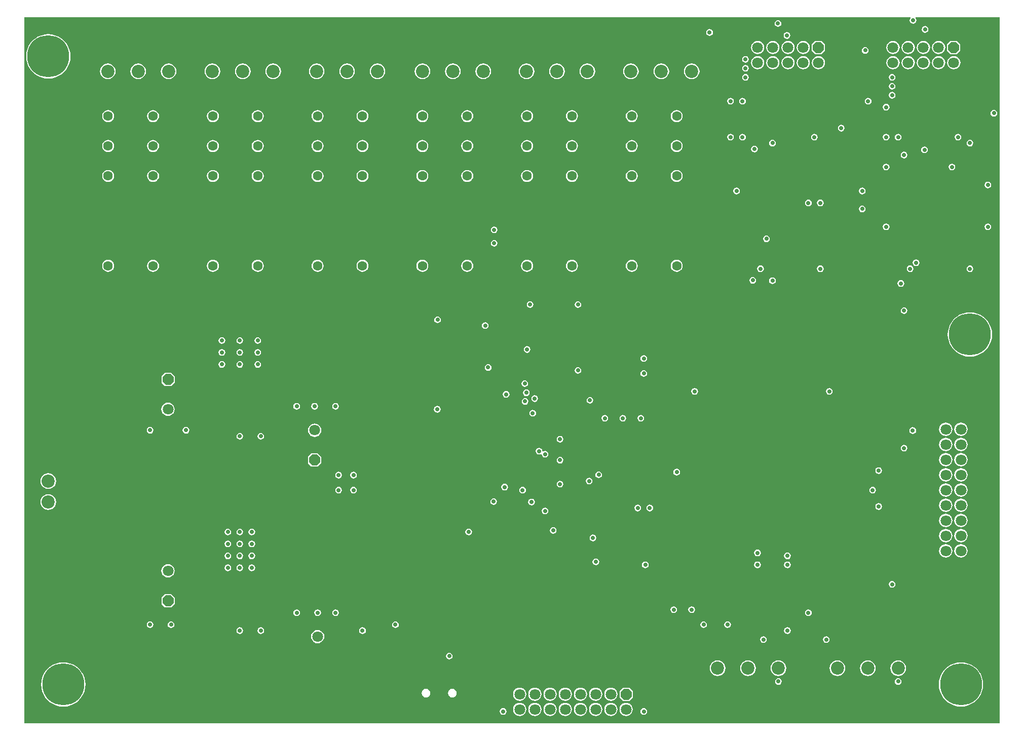
<source format=gbr>
%TF.GenerationSoftware,Altium Limited,Altium Designer,22.4.2 (48)*%
G04 Layer_Physical_Order=3*
G04 Layer_Color=16440176*
%FSLAX45Y45*%
%MOMM*%
%TF.SameCoordinates,A0FECCF5-906F-4CEA-98AF-48209DEEDFB4*%
%TF.FilePolarity,Positive*%
%TF.FileFunction,Copper,L3,Inr,Signal*%
%TF.Part,Single*%
G01*
G75*
%TA.AperFunction,ComponentPad*%
%ADD37C,1.60000*%
%ADD38C,1.80000*%
G04:AMPARAMS|DCode=39|XSize=1.8mm|YSize=1.8mm|CornerRadius=0mm|HoleSize=0mm|Usage=FLASHONLY|Rotation=180.000|XOffset=0mm|YOffset=0mm|HoleType=Round|Shape=Octagon|*
%AMOCTAGOND39*
4,1,8,-0.90000,0.45000,-0.90000,-0.45000,-0.45000,-0.90000,0.45000,-0.90000,0.90000,-0.45000,0.90000,0.45000,0.45000,0.90000,-0.45000,0.90000,-0.90000,0.45000,0.0*
%
%ADD39OCTAGOND39*%

G04:AMPARAMS|DCode=40|XSize=1.8mm|YSize=1.8mm|CornerRadius=0mm|HoleSize=0mm|Usage=FLASHONLY|Rotation=90.000|XOffset=0mm|YOffset=0mm|HoleType=Round|Shape=Octagon|*
%AMOCTAGOND40*
4,1,8,0.45000,0.90000,-0.45000,0.90000,-0.90000,0.45000,-0.90000,-0.45000,-0.45000,-0.90000,0.45000,-0.90000,0.90000,-0.45000,0.90000,0.45000,0.45000,0.90000,0.0*
%
%ADD40OCTAGOND40*%

%ADD41C,2.20000*%
%TA.AperFunction,ViaPad*%
%ADD42C,7.00000*%
%ADD43C,0.70000*%
G36*
X16400000Y100000D02*
X100000D01*
Y11900000D01*
X14904713D01*
X14908775Y11887300D01*
X14898190Y11871460D01*
X14893922Y11850000D01*
X14898190Y11828540D01*
X14910347Y11810347D01*
X14928540Y11798191D01*
X14950000Y11793923D01*
X14971460Y11798191D01*
X14989653Y11810347D01*
X15001810Y11828540D01*
X15006078Y11850000D01*
X15001810Y11871460D01*
X14991225Y11887300D01*
X14995287Y11900000D01*
X16400000D01*
Y100000D01*
D02*
G37*
%LPC*%
G36*
X12692728Y11856077D02*
X12671268Y11851809D01*
X12653075Y11839653D01*
X12640919Y11821460D01*
X12636651Y11800000D01*
X12640919Y11778540D01*
X12653075Y11760347D01*
X12671268Y11748191D01*
X12692728Y11743923D01*
X12714188Y11748191D01*
X12732381Y11760347D01*
X12744537Y11778540D01*
X12748805Y11800000D01*
X12744537Y11821460D01*
X12732381Y11839653D01*
X12714188Y11851809D01*
X12692728Y11856077D01*
D02*
G37*
G36*
X15150000Y11756077D02*
X15128540Y11751809D01*
X15110347Y11739653D01*
X15098190Y11721460D01*
X15093922Y11700000D01*
X15098190Y11678540D01*
X15110347Y11660347D01*
X15128540Y11648191D01*
X15150000Y11643923D01*
X15171460Y11648191D01*
X15189653Y11660347D01*
X15201810Y11678540D01*
X15206078Y11700000D01*
X15201810Y11721460D01*
X15189653Y11739653D01*
X15171460Y11751809D01*
X15150000Y11756077D01*
D02*
G37*
G36*
X11550000Y11706077D02*
X11528540Y11701809D01*
X11510347Y11689653D01*
X11498191Y11671460D01*
X11493923Y11650000D01*
X11498191Y11628540D01*
X11510347Y11610347D01*
X11528540Y11598191D01*
X11550000Y11593923D01*
X11571460Y11598191D01*
X11589653Y11610347D01*
X11601809Y11628540D01*
X11606077Y11650000D01*
X11601809Y11671460D01*
X11589653Y11689653D01*
X11571460Y11701809D01*
X11550000Y11706077D01*
D02*
G37*
G36*
X12842686Y11656077D02*
X12821227Y11651809D01*
X12803033Y11639653D01*
X12790878Y11621460D01*
X12786609Y11600000D01*
X12790878Y11578540D01*
X12803033Y11560347D01*
X12821227Y11548191D01*
X12842686Y11543923D01*
X12864146Y11548191D01*
X12882339Y11560347D01*
X12894495Y11578540D01*
X12898764Y11600000D01*
X12894495Y11621460D01*
X12882339Y11639653D01*
X12864146Y11651809D01*
X12842686Y11656077D01*
D02*
G37*
G36*
X14150000Y11406077D02*
X14128540Y11401809D01*
X14110347Y11389653D01*
X14098190Y11371460D01*
X14093922Y11350000D01*
X14098190Y11328540D01*
X14110347Y11310347D01*
X14128540Y11298191D01*
X14150000Y11293923D01*
X14171460Y11298191D01*
X14189653Y11310347D01*
X14201810Y11328540D01*
X14206078Y11350000D01*
X14201810Y11371460D01*
X14189653Y11389653D01*
X14171460Y11401809D01*
X14150000Y11406077D01*
D02*
G37*
G36*
X15685626Y11507581D02*
X15575627D01*
X15520627Y11452581D01*
Y11342582D01*
X15575627Y11287582D01*
X15685626D01*
X15740627Y11342582D01*
Y11452581D01*
X15685626Y11507581D01*
D02*
G37*
G36*
X13423920D02*
X13313919D01*
X13258919Y11452581D01*
Y11342582D01*
X13313919Y11287582D01*
X13423920D01*
X13478918Y11342582D01*
Y11452581D01*
X13423920Y11507581D01*
D02*
G37*
G36*
X15376627Y11508530D02*
X15347911Y11504750D01*
X15321152Y11493666D01*
X15298174Y11476034D01*
X15280542Y11453056D01*
X15269458Y11426297D01*
X15265678Y11397581D01*
X15269458Y11368866D01*
X15280542Y11342107D01*
X15298174Y11319129D01*
X15321152Y11301497D01*
X15347911Y11290413D01*
X15376627Y11286632D01*
X15405342Y11290413D01*
X15432101Y11301497D01*
X15455080Y11319129D01*
X15472711Y11342107D01*
X15483795Y11368866D01*
X15487576Y11397581D01*
X15483795Y11426297D01*
X15472711Y11453056D01*
X15455080Y11476034D01*
X15432101Y11493666D01*
X15405342Y11504750D01*
X15376627Y11508530D01*
D02*
G37*
G36*
X15122627D02*
X15093912Y11504750D01*
X15067152Y11493666D01*
X15044174Y11476034D01*
X15026543Y11453056D01*
X15015459Y11426297D01*
X15011678Y11397581D01*
X15015459Y11368866D01*
X15026543Y11342107D01*
X15044174Y11319129D01*
X15067152Y11301497D01*
X15093912Y11290413D01*
X15122627Y11286632D01*
X15151341Y11290413D01*
X15178101Y11301497D01*
X15201079Y11319129D01*
X15218710Y11342107D01*
X15229794Y11368866D01*
X15233575Y11397581D01*
X15229794Y11426297D01*
X15218710Y11453056D01*
X15201079Y11476034D01*
X15178101Y11493666D01*
X15151341Y11504750D01*
X15122627Y11508530D01*
D02*
G37*
G36*
X14868626D02*
X14839911Y11504750D01*
X14813152Y11493666D01*
X14790173Y11476034D01*
X14772542Y11453056D01*
X14761458Y11426297D01*
X14757678Y11397581D01*
X14761458Y11368866D01*
X14772542Y11342107D01*
X14790173Y11319129D01*
X14813152Y11301497D01*
X14839911Y11290413D01*
X14868626Y11286632D01*
X14897342Y11290413D01*
X14924101Y11301497D01*
X14947079Y11319129D01*
X14964711Y11342107D01*
X14975795Y11368866D01*
X14979576Y11397581D01*
X14975795Y11426297D01*
X14964711Y11453056D01*
X14947079Y11476034D01*
X14924101Y11493666D01*
X14897342Y11504750D01*
X14868626Y11508530D01*
D02*
G37*
G36*
X14614627D02*
X14585912Y11504750D01*
X14559152Y11493666D01*
X14536174Y11476034D01*
X14518542Y11453056D01*
X14507458Y11426297D01*
X14503677Y11397581D01*
X14507458Y11368866D01*
X14518542Y11342107D01*
X14536174Y11319129D01*
X14559152Y11301497D01*
X14585912Y11290413D01*
X14614627Y11286632D01*
X14643343Y11290413D01*
X14670100Y11301497D01*
X14693079Y11319129D01*
X14710712Y11342107D01*
X14721796Y11368866D01*
X14725575Y11397581D01*
X14721796Y11426297D01*
X14710712Y11453056D01*
X14693079Y11476034D01*
X14670100Y11493666D01*
X14643343Y11504750D01*
X14614627Y11508530D01*
D02*
G37*
G36*
X13114919D02*
X13086203Y11504750D01*
X13059445Y11493666D01*
X13036465Y11476034D01*
X13018835Y11453056D01*
X13007751Y11426297D01*
X13003970Y11397581D01*
X13007751Y11368866D01*
X13018835Y11342107D01*
X13036465Y11319129D01*
X13059445Y11301497D01*
X13086203Y11290413D01*
X13114919Y11286632D01*
X13143636Y11290413D01*
X13170393Y11301497D01*
X13193372Y11319129D01*
X13211005Y11342107D01*
X13222089Y11368866D01*
X13225868Y11397581D01*
X13222089Y11426297D01*
X13211005Y11453056D01*
X13193372Y11476034D01*
X13170393Y11493666D01*
X13143636Y11504750D01*
X13114919Y11508530D01*
D02*
G37*
G36*
X12860919D02*
X12832204Y11504750D01*
X12805444Y11493666D01*
X12782466Y11476034D01*
X12764835Y11453056D01*
X12753751Y11426297D01*
X12749970Y11397581D01*
X12753751Y11368866D01*
X12764835Y11342107D01*
X12782466Y11319129D01*
X12805444Y11301497D01*
X12832204Y11290413D01*
X12860919Y11286632D01*
X12889635Y11290413D01*
X12916394Y11301497D01*
X12939372Y11319129D01*
X12957004Y11342107D01*
X12968088Y11368866D01*
X12971867Y11397581D01*
X12968088Y11426297D01*
X12957004Y11453056D01*
X12939372Y11476034D01*
X12916394Y11493666D01*
X12889635Y11504750D01*
X12860919Y11508530D01*
D02*
G37*
G36*
X12606919D02*
X12578203Y11504750D01*
X12551445Y11493666D01*
X12528466Y11476034D01*
X12510835Y11453056D01*
X12499751Y11426297D01*
X12495970Y11397581D01*
X12499751Y11368866D01*
X12510835Y11342107D01*
X12528466Y11319129D01*
X12551445Y11301497D01*
X12578203Y11290413D01*
X12606919Y11286632D01*
X12635635Y11290413D01*
X12662394Y11301497D01*
X12685372Y11319129D01*
X12703004Y11342107D01*
X12714088Y11368866D01*
X12717868Y11397581D01*
X12714088Y11426297D01*
X12703004Y11453056D01*
X12685372Y11476034D01*
X12662394Y11493666D01*
X12635635Y11504750D01*
X12606919Y11508530D01*
D02*
G37*
G36*
X12352919D02*
X12324203Y11504750D01*
X12297445Y11493666D01*
X12274466Y11476034D01*
X12256835Y11453056D01*
X12245751Y11426297D01*
X12241970Y11397581D01*
X12245751Y11368866D01*
X12256835Y11342107D01*
X12274466Y11319129D01*
X12297445Y11301497D01*
X12324203Y11290413D01*
X12352919Y11286632D01*
X12381635Y11290413D01*
X12408394Y11301497D01*
X12431372Y11319129D01*
X12449004Y11342107D01*
X12460088Y11368866D01*
X12463868Y11397581D01*
X12460088Y11426297D01*
X12449004Y11453056D01*
X12431372Y11476034D01*
X12408394Y11493666D01*
X12381635Y11504750D01*
X12352919Y11508530D01*
D02*
G37*
G36*
X12150000Y11256077D02*
X12128540Y11251809D01*
X12110347Y11239653D01*
X12098191Y11221460D01*
X12093923Y11200000D01*
X12098191Y11178540D01*
X12110347Y11160347D01*
X12128540Y11148191D01*
X12150000Y11143923D01*
X12171460Y11148191D01*
X12189653Y11160347D01*
X12201809Y11178540D01*
X12206077Y11200000D01*
X12201809Y11221460D01*
X12189653Y11239653D01*
X12171460Y11251809D01*
X12150000Y11256077D01*
D02*
G37*
G36*
X15630627Y11254530D02*
X15601910Y11250750D01*
X15575153Y11239666D01*
X15552174Y11222034D01*
X15534541Y11199056D01*
X15523457Y11172297D01*
X15519678Y11143581D01*
X15523457Y11114866D01*
X15534541Y11088107D01*
X15552174Y11065129D01*
X15575153Y11047497D01*
X15601910Y11036413D01*
X15630627Y11032632D01*
X15659341Y11036413D01*
X15686101Y11047497D01*
X15709079Y11065129D01*
X15726711Y11088107D01*
X15737794Y11114866D01*
X15741576Y11143581D01*
X15737794Y11172297D01*
X15726711Y11199056D01*
X15709079Y11222034D01*
X15686101Y11239666D01*
X15659341Y11250750D01*
X15630627Y11254530D01*
D02*
G37*
G36*
X15376627D02*
X15347911Y11250750D01*
X15321152Y11239666D01*
X15298174Y11222034D01*
X15280542Y11199056D01*
X15269458Y11172297D01*
X15265678Y11143581D01*
X15269458Y11114866D01*
X15280542Y11088107D01*
X15298174Y11065129D01*
X15321152Y11047497D01*
X15347911Y11036413D01*
X15376627Y11032632D01*
X15405342Y11036413D01*
X15432101Y11047497D01*
X15455080Y11065129D01*
X15472711Y11088107D01*
X15483795Y11114866D01*
X15487576Y11143581D01*
X15483795Y11172297D01*
X15472711Y11199056D01*
X15455080Y11222034D01*
X15432101Y11239666D01*
X15405342Y11250750D01*
X15376627Y11254530D01*
D02*
G37*
G36*
X15122627D02*
X15093912Y11250750D01*
X15067152Y11239666D01*
X15044174Y11222034D01*
X15026543Y11199056D01*
X15015459Y11172297D01*
X15011678Y11143581D01*
X15015459Y11114866D01*
X15026543Y11088107D01*
X15044174Y11065129D01*
X15067152Y11047497D01*
X15093912Y11036413D01*
X15122627Y11032632D01*
X15151341Y11036413D01*
X15178101Y11047497D01*
X15201079Y11065129D01*
X15218710Y11088107D01*
X15229794Y11114866D01*
X15233575Y11143581D01*
X15229794Y11172297D01*
X15218710Y11199056D01*
X15201079Y11222034D01*
X15178101Y11239666D01*
X15151341Y11250750D01*
X15122627Y11254530D01*
D02*
G37*
G36*
X14868626D02*
X14839911Y11250750D01*
X14813152Y11239666D01*
X14790173Y11222034D01*
X14772542Y11199056D01*
X14761458Y11172297D01*
X14757678Y11143581D01*
X14761458Y11114866D01*
X14772542Y11088107D01*
X14790173Y11065129D01*
X14813152Y11047497D01*
X14839911Y11036413D01*
X14868626Y11032632D01*
X14897342Y11036413D01*
X14924101Y11047497D01*
X14947079Y11065129D01*
X14964711Y11088107D01*
X14975795Y11114866D01*
X14979576Y11143581D01*
X14975795Y11172297D01*
X14964711Y11199056D01*
X14947079Y11222034D01*
X14924101Y11239666D01*
X14897342Y11250750D01*
X14868626Y11254530D01*
D02*
G37*
G36*
X14614627D02*
X14585912Y11250750D01*
X14559152Y11239666D01*
X14536174Y11222034D01*
X14518542Y11199056D01*
X14507458Y11172297D01*
X14503677Y11143581D01*
X14507458Y11114866D01*
X14518542Y11088107D01*
X14536174Y11065129D01*
X14559152Y11047497D01*
X14585912Y11036413D01*
X14614627Y11032632D01*
X14643343Y11036413D01*
X14670100Y11047497D01*
X14693079Y11065129D01*
X14710712Y11088107D01*
X14721796Y11114866D01*
X14725575Y11143581D01*
X14721796Y11172297D01*
X14710712Y11199056D01*
X14693079Y11222034D01*
X14670100Y11239666D01*
X14643343Y11250750D01*
X14614627Y11254530D01*
D02*
G37*
G36*
X13368919D02*
X13340202Y11250750D01*
X13313445Y11239666D01*
X13290466Y11222034D01*
X13272835Y11199056D01*
X13261751Y11172297D01*
X13257970Y11143581D01*
X13261751Y11114866D01*
X13272835Y11088107D01*
X13290466Y11065129D01*
X13313445Y11047497D01*
X13340202Y11036413D01*
X13368919Y11032632D01*
X13397635Y11036413D01*
X13424394Y11047497D01*
X13447372Y11065129D01*
X13465004Y11088107D01*
X13476088Y11114866D01*
X13479868Y11143581D01*
X13476088Y11172297D01*
X13465004Y11199056D01*
X13447372Y11222034D01*
X13424394Y11239666D01*
X13397635Y11250750D01*
X13368919Y11254530D01*
D02*
G37*
G36*
X13114919D02*
X13086203Y11250750D01*
X13059445Y11239666D01*
X13036465Y11222034D01*
X13018835Y11199056D01*
X13007751Y11172297D01*
X13003970Y11143581D01*
X13007751Y11114866D01*
X13018835Y11088107D01*
X13036465Y11065129D01*
X13059445Y11047497D01*
X13086203Y11036413D01*
X13114919Y11032632D01*
X13143636Y11036413D01*
X13170393Y11047497D01*
X13193372Y11065129D01*
X13211005Y11088107D01*
X13222089Y11114866D01*
X13225868Y11143581D01*
X13222089Y11172297D01*
X13211005Y11199056D01*
X13193372Y11222034D01*
X13170393Y11239666D01*
X13143636Y11250750D01*
X13114919Y11254530D01*
D02*
G37*
G36*
X12860919D02*
X12832204Y11250750D01*
X12805444Y11239666D01*
X12782466Y11222034D01*
X12764835Y11199056D01*
X12753751Y11172297D01*
X12749970Y11143581D01*
X12753751Y11114866D01*
X12764835Y11088107D01*
X12782466Y11065129D01*
X12805444Y11047497D01*
X12832204Y11036413D01*
X12860919Y11032632D01*
X12889635Y11036413D01*
X12916394Y11047497D01*
X12939372Y11065129D01*
X12957004Y11088107D01*
X12968088Y11114866D01*
X12971867Y11143581D01*
X12968088Y11172297D01*
X12957004Y11199056D01*
X12939372Y11222034D01*
X12916394Y11239666D01*
X12889635Y11250750D01*
X12860919Y11254530D01*
D02*
G37*
G36*
X12606919D02*
X12578203Y11250750D01*
X12551445Y11239666D01*
X12528466Y11222034D01*
X12510835Y11199056D01*
X12499751Y11172297D01*
X12495970Y11143581D01*
X12499751Y11114866D01*
X12510835Y11088107D01*
X12528466Y11065129D01*
X12551445Y11047497D01*
X12578203Y11036413D01*
X12606919Y11032632D01*
X12635635Y11036413D01*
X12662394Y11047497D01*
X12685372Y11065129D01*
X12703004Y11088107D01*
X12714088Y11114866D01*
X12717868Y11143581D01*
X12714088Y11172297D01*
X12703004Y11199056D01*
X12685372Y11222034D01*
X12662394Y11239666D01*
X12635635Y11250750D01*
X12606919Y11254530D01*
D02*
G37*
G36*
X12352919D02*
X12324203Y11250750D01*
X12297445Y11239666D01*
X12274466Y11222034D01*
X12256835Y11199056D01*
X12245751Y11172297D01*
X12241970Y11143581D01*
X12245751Y11114866D01*
X12256835Y11088107D01*
X12274466Y11065129D01*
X12297445Y11047497D01*
X12324203Y11036413D01*
X12352919Y11032632D01*
X12381635Y11036413D01*
X12408394Y11047497D01*
X12431372Y11065129D01*
X12449004Y11088107D01*
X12460088Y11114866D01*
X12463868Y11143581D01*
X12460088Y11172297D01*
X12449004Y11199056D01*
X12431372Y11222034D01*
X12408394Y11239666D01*
X12381635Y11250750D01*
X12352919Y11254530D01*
D02*
G37*
G36*
X12150000Y11106077D02*
X12128540Y11101809D01*
X12110347Y11089653D01*
X12098191Y11071460D01*
X12093923Y11050000D01*
X12098191Y11028540D01*
X12110347Y11010347D01*
X12128540Y10998191D01*
X12150000Y10993923D01*
X12171460Y10998191D01*
X12189653Y11010347D01*
X12201809Y11028540D01*
X12206077Y11050000D01*
X12201809Y11071460D01*
X12189653Y11089653D01*
X12171460Y11101809D01*
X12150000Y11106077D01*
D02*
G37*
G36*
X500000Y11621144D02*
X441940Y11616575D01*
X385310Y11602979D01*
X331504Y11580692D01*
X281847Y11550262D01*
X237562Y11512438D01*
X199738Y11468153D01*
X169308Y11418496D01*
X147021Y11364690D01*
X133425Y11308060D01*
X128856Y11250000D01*
X133425Y11191940D01*
X147021Y11135310D01*
X169308Y11081504D01*
X199738Y11031847D01*
X237562Y10987562D01*
X281847Y10949738D01*
X331504Y10919308D01*
X385310Y10897021D01*
X441940Y10883426D01*
X500000Y10878856D01*
X558060Y10883426D01*
X614690Y10897021D01*
X668496Y10919308D01*
X718153Y10949738D01*
X762438Y10987562D01*
X800262Y11031847D01*
X830692Y11081504D01*
X852979Y11135310D01*
X866575Y11191940D01*
X871144Y11250000D01*
X866575Y11308060D01*
X852979Y11364690D01*
X830692Y11418496D01*
X800262Y11468153D01*
X762438Y11512438D01*
X718153Y11550262D01*
X668496Y11580692D01*
X614690Y11602979D01*
X558060Y11616575D01*
X500000Y11621144D01*
D02*
G37*
G36*
X11249999Y11131122D02*
X11216063Y11126654D01*
X11184438Y11113555D01*
X11157282Y11092717D01*
X11136445Y11065561D01*
X11123346Y11033937D01*
X11118878Y11000000D01*
X11123346Y10966063D01*
X11136445Y10934439D01*
X11157282Y10907283D01*
X11184438Y10886445D01*
X11216063Y10873346D01*
X11249999Y10868878D01*
X11283936Y10873346D01*
X11315560Y10886445D01*
X11342716Y10907283D01*
X11363554Y10934439D01*
X11376653Y10966063D01*
X11381121Y11000000D01*
X11376653Y11033937D01*
X11363554Y11065561D01*
X11342716Y11092717D01*
X11315560Y11113555D01*
X11283936Y11126654D01*
X11249999Y11131122D01*
D02*
G37*
G36*
X10741999D02*
X10708063Y11126654D01*
X10676438Y11113555D01*
X10649282Y11092717D01*
X10628445Y11065561D01*
X10615346Y11033937D01*
X10610878Y11000000D01*
X10615346Y10966063D01*
X10628445Y10934439D01*
X10649282Y10907283D01*
X10676438Y10886445D01*
X10708063Y10873346D01*
X10741999Y10868878D01*
X10775936Y10873346D01*
X10807560Y10886445D01*
X10834716Y10907283D01*
X10855554Y10934439D01*
X10868653Y10966063D01*
X10873121Y11000000D01*
X10868653Y11033937D01*
X10855554Y11065561D01*
X10834716Y11092717D01*
X10807560Y11113555D01*
X10775936Y11126654D01*
X10741999Y11131122D01*
D02*
G37*
G36*
X10233999D02*
X10200063Y11126654D01*
X10168438Y11113555D01*
X10141282Y11092717D01*
X10120445Y11065561D01*
X10107346Y11033937D01*
X10102878Y11000000D01*
X10107346Y10966063D01*
X10120445Y10934439D01*
X10141282Y10907283D01*
X10168438Y10886445D01*
X10200063Y10873346D01*
X10233999Y10868878D01*
X10267936Y10873346D01*
X10299560Y10886445D01*
X10326716Y10907283D01*
X10347554Y10934439D01*
X10360653Y10966063D01*
X10365121Y11000000D01*
X10360653Y11033937D01*
X10347554Y11065561D01*
X10326716Y11092717D01*
X10299560Y11113555D01*
X10267936Y11126654D01*
X10233999Y11131122D01*
D02*
G37*
G36*
X9507999D02*
X9474063Y11126654D01*
X9442438Y11113555D01*
X9415282Y11092717D01*
X9394445Y11065561D01*
X9381345Y11033937D01*
X9376878Y11000000D01*
X9381345Y10966063D01*
X9394445Y10934439D01*
X9415282Y10907283D01*
X9442438Y10886445D01*
X9474063Y10873346D01*
X9507999Y10868878D01*
X9541936Y10873346D01*
X9573560Y10886445D01*
X9600716Y10907283D01*
X9621554Y10934439D01*
X9634653Y10966063D01*
X9639121Y11000000D01*
X9634653Y11033937D01*
X9621554Y11065561D01*
X9600716Y11092717D01*
X9573560Y11113555D01*
X9541936Y11126654D01*
X9507999Y11131122D01*
D02*
G37*
G36*
X8999999D02*
X8966063Y11126654D01*
X8934438Y11113555D01*
X8907282Y11092717D01*
X8886445Y11065561D01*
X8873345Y11033937D01*
X8868878Y11000000D01*
X8873345Y10966063D01*
X8886445Y10934439D01*
X8907282Y10907283D01*
X8934438Y10886445D01*
X8966063Y10873346D01*
X8999999Y10868878D01*
X9033936Y10873346D01*
X9065560Y10886445D01*
X9092716Y10907283D01*
X9113554Y10934439D01*
X9126653Y10966063D01*
X9131121Y11000000D01*
X9126653Y11033937D01*
X9113554Y11065561D01*
X9092716Y11092717D01*
X9065560Y11113555D01*
X9033936Y11126654D01*
X8999999Y11131122D01*
D02*
G37*
G36*
X8491999D02*
X8458063Y11126654D01*
X8426438Y11113555D01*
X8399282Y11092717D01*
X8378445Y11065561D01*
X8365345Y11033937D01*
X8360878Y11000000D01*
X8365345Y10966063D01*
X8378445Y10934439D01*
X8399282Y10907283D01*
X8426438Y10886445D01*
X8458063Y10873346D01*
X8491999Y10868878D01*
X8525936Y10873346D01*
X8557560Y10886445D01*
X8584716Y10907283D01*
X8605554Y10934439D01*
X8618653Y10966063D01*
X8623121Y11000000D01*
X8618653Y11033937D01*
X8605554Y11065561D01*
X8584716Y11092717D01*
X8557560Y11113555D01*
X8525936Y11126654D01*
X8491999Y11131122D01*
D02*
G37*
G36*
X7765999D02*
X7732063Y11126654D01*
X7700439Y11113555D01*
X7673282Y11092717D01*
X7652445Y11065561D01*
X7639346Y11033937D01*
X7634878Y11000000D01*
X7639346Y10966063D01*
X7652445Y10934439D01*
X7673282Y10907283D01*
X7700439Y10886445D01*
X7732063Y10873346D01*
X7765999Y10868878D01*
X7799936Y10873346D01*
X7831560Y10886445D01*
X7858717Y10907283D01*
X7879554Y10934439D01*
X7892653Y10966063D01*
X7897121Y11000000D01*
X7892653Y11033937D01*
X7879554Y11065561D01*
X7858717Y11092717D01*
X7831560Y11113555D01*
X7799936Y11126654D01*
X7765999Y11131122D01*
D02*
G37*
G36*
X7257999D02*
X7224063Y11126654D01*
X7192439Y11113555D01*
X7165282Y11092717D01*
X7144445Y11065561D01*
X7131346Y11033937D01*
X7126878Y11000000D01*
X7131346Y10966063D01*
X7144445Y10934439D01*
X7165282Y10907283D01*
X7192439Y10886445D01*
X7224063Y10873346D01*
X7257999Y10868878D01*
X7291936Y10873346D01*
X7323560Y10886445D01*
X7350717Y10907283D01*
X7371554Y10934439D01*
X7384653Y10966063D01*
X7389121Y11000000D01*
X7384653Y11033937D01*
X7371554Y11065561D01*
X7350717Y11092717D01*
X7323560Y11113555D01*
X7291936Y11126654D01*
X7257999Y11131122D01*
D02*
G37*
G36*
X6749999D02*
X6716063Y11126654D01*
X6684439Y11113555D01*
X6657282Y11092717D01*
X6636445Y11065561D01*
X6623346Y11033937D01*
X6618878Y11000000D01*
X6623346Y10966063D01*
X6636445Y10934439D01*
X6657282Y10907283D01*
X6684439Y10886445D01*
X6716063Y10873346D01*
X6749999Y10868878D01*
X6783936Y10873346D01*
X6815560Y10886445D01*
X6842717Y10907283D01*
X6863554Y10934439D01*
X6876653Y10966063D01*
X6881121Y11000000D01*
X6876653Y11033937D01*
X6863554Y11065561D01*
X6842717Y11092717D01*
X6815560Y11113555D01*
X6783936Y11126654D01*
X6749999Y11131122D01*
D02*
G37*
G36*
X5999999D02*
X5966063Y11126654D01*
X5934439Y11113555D01*
X5907282Y11092717D01*
X5886445Y11065561D01*
X5873346Y11033937D01*
X5868878Y11000000D01*
X5873346Y10966063D01*
X5886445Y10934439D01*
X5907282Y10907283D01*
X5934439Y10886445D01*
X5966063Y10873346D01*
X5999999Y10868878D01*
X6033936Y10873346D01*
X6065560Y10886445D01*
X6092717Y10907283D01*
X6113554Y10934439D01*
X6126653Y10966063D01*
X6131121Y11000000D01*
X6126653Y11033937D01*
X6113554Y11065561D01*
X6092717Y11092717D01*
X6065560Y11113555D01*
X6033936Y11126654D01*
X5999999Y11131122D01*
D02*
G37*
G36*
X5491999D02*
X5458063Y11126654D01*
X5426439Y11113555D01*
X5399282Y11092717D01*
X5378445Y11065561D01*
X5365346Y11033937D01*
X5360878Y11000000D01*
X5365346Y10966063D01*
X5378445Y10934439D01*
X5399282Y10907283D01*
X5426439Y10886445D01*
X5458063Y10873346D01*
X5491999Y10868878D01*
X5525936Y10873346D01*
X5557560Y10886445D01*
X5584717Y10907283D01*
X5605554Y10934439D01*
X5618653Y10966063D01*
X5623121Y11000000D01*
X5618653Y11033937D01*
X5605554Y11065561D01*
X5584717Y11092717D01*
X5557560Y11113555D01*
X5525936Y11126654D01*
X5491999Y11131122D01*
D02*
G37*
G36*
X4983999D02*
X4950063Y11126654D01*
X4918439Y11113555D01*
X4891282Y11092717D01*
X4870445Y11065561D01*
X4857346Y11033937D01*
X4852878Y11000000D01*
X4857346Y10966063D01*
X4870445Y10934439D01*
X4891282Y10907283D01*
X4918439Y10886445D01*
X4950063Y10873346D01*
X4983999Y10868878D01*
X5017936Y10873346D01*
X5049560Y10886445D01*
X5076717Y10907283D01*
X5097554Y10934439D01*
X5110653Y10966063D01*
X5115121Y11000000D01*
X5110653Y11033937D01*
X5097554Y11065561D01*
X5076717Y11092717D01*
X5049560Y11113555D01*
X5017936Y11126654D01*
X4983999Y11131122D01*
D02*
G37*
G36*
X4258000D02*
X4224063Y11126654D01*
X4192439Y11113555D01*
X4165283Y11092717D01*
X4144445Y11065561D01*
X4131346Y11033937D01*
X4126878Y11000000D01*
X4131346Y10966063D01*
X4144445Y10934439D01*
X4165283Y10907283D01*
X4192439Y10886445D01*
X4224063Y10873346D01*
X4258000Y10868878D01*
X4291937Y10873346D01*
X4323561Y10886445D01*
X4350717Y10907283D01*
X4371555Y10934439D01*
X4384654Y10966063D01*
X4389122Y11000000D01*
X4384654Y11033937D01*
X4371555Y11065561D01*
X4350717Y11092717D01*
X4323561Y11113555D01*
X4291937Y11126654D01*
X4258000Y11131122D01*
D02*
G37*
G36*
X3750000D02*
X3716063Y11126654D01*
X3684439Y11113555D01*
X3657283Y11092717D01*
X3636445Y11065561D01*
X3623346Y11033937D01*
X3618878Y11000000D01*
X3623346Y10966063D01*
X3636445Y10934439D01*
X3657283Y10907283D01*
X3684439Y10886445D01*
X3716063Y10873346D01*
X3750000Y10868878D01*
X3783937Y10873346D01*
X3815561Y10886445D01*
X3842717Y10907283D01*
X3863555Y10934439D01*
X3876654Y10966063D01*
X3881122Y11000000D01*
X3876654Y11033937D01*
X3863555Y11065561D01*
X3842717Y11092717D01*
X3815561Y11113555D01*
X3783937Y11126654D01*
X3750000Y11131122D01*
D02*
G37*
G36*
X3242000D02*
X3208063Y11126654D01*
X3176439Y11113555D01*
X3149283Y11092717D01*
X3128445Y11065561D01*
X3115346Y11033937D01*
X3110878Y11000000D01*
X3115346Y10966063D01*
X3128445Y10934439D01*
X3149283Y10907283D01*
X3176439Y10886445D01*
X3208063Y10873346D01*
X3242000Y10868878D01*
X3275937Y10873346D01*
X3307561Y10886445D01*
X3334717Y10907283D01*
X3355555Y10934439D01*
X3368654Y10966063D01*
X3373122Y11000000D01*
X3368654Y11033937D01*
X3355555Y11065561D01*
X3334717Y11092717D01*
X3307561Y11113555D01*
X3275937Y11126654D01*
X3242000Y11131122D01*
D02*
G37*
G36*
X2508000D02*
X2474063Y11126654D01*
X2442439Y11113555D01*
X2415283Y11092717D01*
X2394445Y11065561D01*
X2381346Y11033937D01*
X2376878Y11000000D01*
X2381346Y10966063D01*
X2394445Y10934439D01*
X2415283Y10907283D01*
X2442439Y10886445D01*
X2474063Y10873346D01*
X2508000Y10868878D01*
X2541936Y10873346D01*
X2573561Y10886445D01*
X2600717Y10907283D01*
X2621555Y10934439D01*
X2634654Y10966063D01*
X2639121Y11000000D01*
X2634654Y11033937D01*
X2621555Y11065561D01*
X2600717Y11092717D01*
X2573561Y11113555D01*
X2541936Y11126654D01*
X2508000Y11131122D01*
D02*
G37*
G36*
X2000000D02*
X1966063Y11126654D01*
X1934439Y11113555D01*
X1907283Y11092717D01*
X1886445Y11065561D01*
X1873346Y11033937D01*
X1868878Y11000000D01*
X1873346Y10966063D01*
X1886445Y10934439D01*
X1907283Y10907283D01*
X1934439Y10886445D01*
X1966063Y10873346D01*
X2000000Y10868878D01*
X2033936Y10873346D01*
X2065561Y10886445D01*
X2092717Y10907283D01*
X2113555Y10934439D01*
X2126654Y10966063D01*
X2131121Y11000000D01*
X2126654Y11033937D01*
X2113555Y11065561D01*
X2092717Y11092717D01*
X2065561Y11113555D01*
X2033936Y11126654D01*
X2000000Y11131122D01*
D02*
G37*
G36*
X1492000D02*
X1458063Y11126654D01*
X1426439Y11113555D01*
X1399283Y11092717D01*
X1378445Y11065561D01*
X1365346Y11033937D01*
X1360878Y11000000D01*
X1365346Y10966063D01*
X1378445Y10934439D01*
X1399283Y10907283D01*
X1426439Y10886445D01*
X1458063Y10873346D01*
X1492000Y10868878D01*
X1525936Y10873346D01*
X1557561Y10886445D01*
X1584717Y10907283D01*
X1605555Y10934439D01*
X1618654Y10966063D01*
X1623121Y11000000D01*
X1618654Y11033937D01*
X1605555Y11065561D01*
X1584717Y11092717D01*
X1557561Y11113555D01*
X1525936Y11126654D01*
X1492000Y11131122D01*
D02*
G37*
G36*
X14600000Y10956077D02*
X14578540Y10951809D01*
X14560347Y10939653D01*
X14548190Y10921460D01*
X14543922Y10900000D01*
X14548190Y10878540D01*
X14560347Y10860347D01*
X14578540Y10848191D01*
X14600000Y10843923D01*
X14621460Y10848191D01*
X14639653Y10860347D01*
X14651810Y10878540D01*
X14656078Y10900000D01*
X14651810Y10921460D01*
X14639653Y10939653D01*
X14621460Y10951809D01*
X14600000Y10956077D01*
D02*
G37*
G36*
X12150000D02*
X12128540Y10951809D01*
X12110347Y10939653D01*
X12098191Y10921460D01*
X12093923Y10900000D01*
X12098191Y10878540D01*
X12110347Y10860347D01*
X12128540Y10848191D01*
X12150000Y10843923D01*
X12171460Y10848191D01*
X12189653Y10860347D01*
X12201809Y10878540D01*
X12206077Y10900000D01*
X12201809Y10921460D01*
X12189653Y10939653D01*
X12171460Y10951809D01*
X12150000Y10956077D01*
D02*
G37*
G36*
X14600000Y10806077D02*
X14578540Y10801809D01*
X14560347Y10789653D01*
X14548190Y10771460D01*
X14543922Y10750000D01*
X14548190Y10728540D01*
X14560347Y10710347D01*
X14578540Y10698191D01*
X14600000Y10693923D01*
X14621460Y10698191D01*
X14639653Y10710347D01*
X14651810Y10728540D01*
X14656078Y10750000D01*
X14651810Y10771460D01*
X14639653Y10789653D01*
X14621460Y10801809D01*
X14600000Y10806077D01*
D02*
G37*
G36*
Y10656077D02*
X14578540Y10651809D01*
X14560347Y10639653D01*
X14548190Y10621460D01*
X14543922Y10600000D01*
X14548190Y10578540D01*
X14560347Y10560347D01*
X14578540Y10548191D01*
X14600000Y10543923D01*
X14621460Y10548191D01*
X14639653Y10560347D01*
X14651810Y10578540D01*
X14656078Y10600000D01*
X14651810Y10621460D01*
X14639653Y10639653D01*
X14621460Y10651809D01*
X14600000Y10656077D01*
D02*
G37*
G36*
X14200000Y10556077D02*
X14178540Y10551809D01*
X14160347Y10539653D01*
X14148190Y10521460D01*
X14143922Y10500000D01*
X14148190Y10478540D01*
X14160347Y10460347D01*
X14178540Y10448191D01*
X14200000Y10443923D01*
X14221460Y10448191D01*
X14239653Y10460347D01*
X14251810Y10478540D01*
X14256078Y10500000D01*
X14251810Y10521460D01*
X14239653Y10539653D01*
X14221460Y10551809D01*
X14200000Y10556077D01*
D02*
G37*
G36*
X12100000D02*
X12078540Y10551809D01*
X12060347Y10539653D01*
X12048191Y10521460D01*
X12043923Y10500000D01*
X12048191Y10478540D01*
X12060347Y10460347D01*
X12078540Y10448191D01*
X12100000Y10443923D01*
X12121460Y10448191D01*
X12139653Y10460347D01*
X12151809Y10478540D01*
X12156077Y10500000D01*
X12151809Y10521460D01*
X12139653Y10539653D01*
X12121460Y10551809D01*
X12100000Y10556077D01*
D02*
G37*
G36*
X11900000D02*
X11878540Y10551809D01*
X11860347Y10539653D01*
X11848191Y10521460D01*
X11843923Y10500000D01*
X11848191Y10478540D01*
X11860347Y10460347D01*
X11878540Y10448191D01*
X11900000Y10443923D01*
X11921460Y10448191D01*
X11939653Y10460347D01*
X11951809Y10478540D01*
X11956077Y10500000D01*
X11951809Y10521460D01*
X11939653Y10539653D01*
X11921460Y10551809D01*
X11900000Y10556077D01*
D02*
G37*
G36*
X14500000Y10456077D02*
X14478540Y10451809D01*
X14460347Y10439653D01*
X14448190Y10421460D01*
X14443922Y10400000D01*
X14448190Y10378540D01*
X14460347Y10360347D01*
X14478540Y10348191D01*
X14500000Y10343923D01*
X14521460Y10348191D01*
X14539653Y10360347D01*
X14551810Y10378540D01*
X14556078Y10400000D01*
X14551810Y10421460D01*
X14539653Y10439653D01*
X14521460Y10451809D01*
X14500000Y10456077D01*
D02*
G37*
G36*
X16300000Y10356077D02*
X16278540Y10351809D01*
X16260347Y10339653D01*
X16248190Y10321460D01*
X16243922Y10300000D01*
X16248190Y10278540D01*
X16260347Y10260347D01*
X16278540Y10248191D01*
X16300000Y10243923D01*
X16321460Y10248191D01*
X16339653Y10260347D01*
X16351810Y10278540D01*
X16356078Y10300000D01*
X16351810Y10321460D01*
X16339653Y10339653D01*
X16321460Y10351809D01*
X16300000Y10356077D01*
D02*
G37*
G36*
X11000000Y10350863D02*
X10973895Y10347426D01*
X10949569Y10337350D01*
X10928679Y10321321D01*
X10912651Y10300432D01*
X10902574Y10276105D01*
X10899137Y10250000D01*
X10902574Y10223895D01*
X10912651Y10199569D01*
X10928679Y10178679D01*
X10949569Y10162650D01*
X10973895Y10152574D01*
X11000000Y10149137D01*
X11026105Y10152574D01*
X11050432Y10162650D01*
X11071321Y10178679D01*
X11087350Y10199569D01*
X11097426Y10223895D01*
X11100863Y10250000D01*
X11097426Y10276105D01*
X11087350Y10300432D01*
X11071321Y10321321D01*
X11050432Y10337350D01*
X11026105Y10347426D01*
X11000000Y10350863D01*
D02*
G37*
G36*
X10250000D02*
X10223895Y10347426D01*
X10199569Y10337350D01*
X10178679Y10321321D01*
X10162650Y10300432D01*
X10152574Y10276105D01*
X10149137Y10250000D01*
X10152574Y10223895D01*
X10162650Y10199569D01*
X10178679Y10178679D01*
X10199569Y10162650D01*
X10223895Y10152574D01*
X10250000Y10149137D01*
X10276105Y10152574D01*
X10300432Y10162650D01*
X10321321Y10178679D01*
X10337350Y10199569D01*
X10347426Y10223895D01*
X10350863Y10250000D01*
X10347426Y10276105D01*
X10337350Y10300432D01*
X10321321Y10321321D01*
X10300432Y10337350D01*
X10276105Y10347426D01*
X10250000Y10350863D01*
D02*
G37*
G36*
X9250000D02*
X9223895Y10347426D01*
X9199569Y10337350D01*
X9178679Y10321321D01*
X9162650Y10300432D01*
X9152574Y10276105D01*
X9149137Y10250000D01*
X9152574Y10223895D01*
X9162650Y10199569D01*
X9178679Y10178679D01*
X9199569Y10162650D01*
X9223895Y10152574D01*
X9250000Y10149137D01*
X9276105Y10152574D01*
X9300431Y10162650D01*
X9321321Y10178679D01*
X9337350Y10199569D01*
X9347426Y10223895D01*
X9350863Y10250000D01*
X9347426Y10276105D01*
X9337350Y10300432D01*
X9321321Y10321321D01*
X9300431Y10337350D01*
X9276105Y10347426D01*
X9250000Y10350863D01*
D02*
G37*
G36*
X8500000D02*
X8473895Y10347426D01*
X8449569Y10337350D01*
X8428679Y10321321D01*
X8412650Y10300432D01*
X8402574Y10276105D01*
X8399137Y10250000D01*
X8402574Y10223895D01*
X8412650Y10199569D01*
X8428679Y10178679D01*
X8449569Y10162650D01*
X8473895Y10152574D01*
X8500000Y10149137D01*
X8526105Y10152574D01*
X8550431Y10162650D01*
X8571321Y10178679D01*
X8587350Y10199569D01*
X8597426Y10223895D01*
X8600863Y10250000D01*
X8597426Y10276105D01*
X8587350Y10300432D01*
X8571321Y10321321D01*
X8550431Y10337350D01*
X8526105Y10347426D01*
X8500000Y10350863D01*
D02*
G37*
G36*
X7500000D02*
X7473895Y10347426D01*
X7449569Y10337350D01*
X7428679Y10321321D01*
X7412650Y10300432D01*
X7402574Y10276105D01*
X7399137Y10250000D01*
X7402574Y10223895D01*
X7412650Y10199569D01*
X7428679Y10178679D01*
X7449569Y10162650D01*
X7473895Y10152574D01*
X7500000Y10149137D01*
X7526105Y10152574D01*
X7550431Y10162650D01*
X7571321Y10178679D01*
X7587350Y10199569D01*
X7597426Y10223895D01*
X7600863Y10250000D01*
X7597426Y10276105D01*
X7587350Y10300432D01*
X7571321Y10321321D01*
X7550431Y10337350D01*
X7526105Y10347426D01*
X7500000Y10350863D01*
D02*
G37*
G36*
X6750000D02*
X6723895Y10347426D01*
X6699569Y10337350D01*
X6678679Y10321321D01*
X6662650Y10300432D01*
X6652574Y10276105D01*
X6649137Y10250000D01*
X6652574Y10223895D01*
X6662650Y10199569D01*
X6678679Y10178679D01*
X6699569Y10162650D01*
X6723895Y10152574D01*
X6750000Y10149137D01*
X6776105Y10152574D01*
X6800431Y10162650D01*
X6821321Y10178679D01*
X6837350Y10199569D01*
X6847426Y10223895D01*
X6850863Y10250000D01*
X6847426Y10276105D01*
X6837350Y10300432D01*
X6821321Y10321321D01*
X6800431Y10337350D01*
X6776105Y10347426D01*
X6750000Y10350863D01*
D02*
G37*
G36*
X5750000D02*
X5723895Y10347426D01*
X5699568Y10337350D01*
X5678679Y10321321D01*
X5662650Y10300432D01*
X5652574Y10276105D01*
X5649137Y10250000D01*
X5652574Y10223895D01*
X5662650Y10199569D01*
X5678679Y10178679D01*
X5699568Y10162650D01*
X5723895Y10152574D01*
X5750000Y10149137D01*
X5776105Y10152574D01*
X5800431Y10162650D01*
X5821321Y10178679D01*
X5837350Y10199569D01*
X5847426Y10223895D01*
X5850863Y10250000D01*
X5847426Y10276105D01*
X5837350Y10300432D01*
X5821321Y10321321D01*
X5800431Y10337350D01*
X5776105Y10347426D01*
X5750000Y10350863D01*
D02*
G37*
G36*
X5000000D02*
X4973895Y10347426D01*
X4949568Y10337350D01*
X4928679Y10321321D01*
X4912650Y10300432D01*
X4902574Y10276105D01*
X4899137Y10250000D01*
X4902574Y10223895D01*
X4912650Y10199569D01*
X4928679Y10178679D01*
X4949568Y10162650D01*
X4973895Y10152574D01*
X5000000Y10149137D01*
X5026105Y10152574D01*
X5050431Y10162650D01*
X5071321Y10178679D01*
X5087349Y10199569D01*
X5097426Y10223895D01*
X5100863Y10250000D01*
X5097426Y10276105D01*
X5087349Y10300432D01*
X5071321Y10321321D01*
X5050431Y10337350D01*
X5026105Y10347426D01*
X5000000Y10350863D01*
D02*
G37*
G36*
X4000000D02*
X3973895Y10347426D01*
X3949568Y10337350D01*
X3928679Y10321321D01*
X3912650Y10300432D01*
X3902574Y10276105D01*
X3899137Y10250000D01*
X3902574Y10223895D01*
X3912650Y10199569D01*
X3928679Y10178679D01*
X3949568Y10162650D01*
X3973895Y10152574D01*
X4000000Y10149137D01*
X4026105Y10152574D01*
X4050431Y10162650D01*
X4071321Y10178679D01*
X4087349Y10199569D01*
X4097426Y10223895D01*
X4100863Y10250000D01*
X4097426Y10276105D01*
X4087349Y10300432D01*
X4071321Y10321321D01*
X4050431Y10337350D01*
X4026105Y10347426D01*
X4000000Y10350863D01*
D02*
G37*
G36*
X3250000D02*
X3223895Y10347426D01*
X3199568Y10337350D01*
X3178679Y10321321D01*
X3162650Y10300432D01*
X3152574Y10276105D01*
X3149137Y10250000D01*
X3152574Y10223895D01*
X3162650Y10199569D01*
X3178679Y10178679D01*
X3199568Y10162650D01*
X3223895Y10152574D01*
X3250000Y10149137D01*
X3276105Y10152574D01*
X3300431Y10162650D01*
X3321321Y10178679D01*
X3337349Y10199569D01*
X3347426Y10223895D01*
X3350862Y10250000D01*
X3347426Y10276105D01*
X3337349Y10300432D01*
X3321321Y10321321D01*
X3300431Y10337350D01*
X3276105Y10347426D01*
X3250000Y10350863D01*
D02*
G37*
G36*
X2250000D02*
X2223895Y10347426D01*
X2199569Y10337350D01*
X2178679Y10321321D01*
X2162650Y10300432D01*
X2152574Y10276105D01*
X2149137Y10250000D01*
X2152574Y10223895D01*
X2162650Y10199569D01*
X2178679Y10178679D01*
X2199569Y10162650D01*
X2223895Y10152574D01*
X2250000Y10149137D01*
X2276105Y10152574D01*
X2300431Y10162650D01*
X2321321Y10178679D01*
X2337350Y10199569D01*
X2347426Y10223895D01*
X2350863Y10250000D01*
X2347426Y10276105D01*
X2337350Y10300432D01*
X2321321Y10321321D01*
X2300431Y10337350D01*
X2276105Y10347426D01*
X2250000Y10350863D01*
D02*
G37*
G36*
X1500000D02*
X1473895Y10347426D01*
X1449569Y10337350D01*
X1428679Y10321321D01*
X1412650Y10300432D01*
X1402574Y10276105D01*
X1399137Y10250000D01*
X1402574Y10223895D01*
X1412650Y10199569D01*
X1428679Y10178679D01*
X1449569Y10162650D01*
X1473895Y10152574D01*
X1500000Y10149137D01*
X1526105Y10152574D01*
X1550431Y10162650D01*
X1571321Y10178679D01*
X1587350Y10199569D01*
X1597426Y10223895D01*
X1600863Y10250000D01*
X1597426Y10276105D01*
X1587350Y10300432D01*
X1571321Y10321321D01*
X1550431Y10337350D01*
X1526105Y10347426D01*
X1500000Y10350863D01*
D02*
G37*
G36*
X13750000Y10106077D02*
X13728540Y10101809D01*
X13710347Y10089653D01*
X13698190Y10071460D01*
X13693922Y10050000D01*
X13698190Y10028540D01*
X13710347Y10010347D01*
X13728540Y9998191D01*
X13750000Y9993923D01*
X13771460Y9998191D01*
X13789653Y10010347D01*
X13801810Y10028540D01*
X13806078Y10050000D01*
X13801810Y10071460D01*
X13789653Y10089653D01*
X13771460Y10101809D01*
X13750000Y10106077D01*
D02*
G37*
G36*
X15700000Y9956077D02*
X15678540Y9951809D01*
X15660347Y9939653D01*
X15648190Y9921460D01*
X15643922Y9900000D01*
X15648190Y9878540D01*
X15660347Y9860347D01*
X15678540Y9848191D01*
X15700000Y9843923D01*
X15721460Y9848191D01*
X15739653Y9860347D01*
X15751810Y9878540D01*
X15756078Y9900000D01*
X15751810Y9921460D01*
X15739653Y9939653D01*
X15721460Y9951809D01*
X15700000Y9956077D01*
D02*
G37*
G36*
X14700000D02*
X14678540Y9951809D01*
X14660347Y9939653D01*
X14648190Y9921460D01*
X14643922Y9900000D01*
X14648190Y9878540D01*
X14660347Y9860347D01*
X14678540Y9848191D01*
X14700000Y9843923D01*
X14721460Y9848191D01*
X14739653Y9860347D01*
X14751810Y9878540D01*
X14756078Y9900000D01*
X14751810Y9921460D01*
X14739653Y9939653D01*
X14721460Y9951809D01*
X14700000Y9956077D01*
D02*
G37*
G36*
X14500000D02*
X14478540Y9951809D01*
X14460347Y9939653D01*
X14448190Y9921460D01*
X14443922Y9900000D01*
X14448190Y9878540D01*
X14460347Y9860347D01*
X14478540Y9848191D01*
X14500000Y9843923D01*
X14521460Y9848191D01*
X14539653Y9860347D01*
X14551810Y9878540D01*
X14556078Y9900000D01*
X14551810Y9921460D01*
X14539653Y9939653D01*
X14521460Y9951809D01*
X14500000Y9956077D01*
D02*
G37*
G36*
X13300000D02*
X13278540Y9951809D01*
X13260347Y9939653D01*
X13248190Y9921460D01*
X13243922Y9900000D01*
X13248190Y9878540D01*
X13260347Y9860347D01*
X13278540Y9848191D01*
X13300000Y9843923D01*
X13321460Y9848191D01*
X13339653Y9860347D01*
X13351810Y9878540D01*
X13356078Y9900000D01*
X13351810Y9921460D01*
X13339653Y9939653D01*
X13321460Y9951809D01*
X13300000Y9956077D01*
D02*
G37*
G36*
X12100000D02*
X12078540Y9951809D01*
X12060347Y9939653D01*
X12048191Y9921460D01*
X12043923Y9900000D01*
X12048191Y9878540D01*
X12060347Y9860347D01*
X12078540Y9848191D01*
X12100000Y9843923D01*
X12121460Y9848191D01*
X12139653Y9860347D01*
X12151809Y9878540D01*
X12156077Y9900000D01*
X12151809Y9921460D01*
X12139653Y9939653D01*
X12121460Y9951809D01*
X12100000Y9956077D01*
D02*
G37*
G36*
X11900000D02*
X11878540Y9951809D01*
X11860347Y9939653D01*
X11848191Y9921460D01*
X11843923Y9900000D01*
X11848191Y9878540D01*
X11860347Y9860347D01*
X11878540Y9848191D01*
X11900000Y9843923D01*
X11921460Y9848191D01*
X11939653Y9860347D01*
X11951809Y9878540D01*
X11956077Y9900000D01*
X11951809Y9921460D01*
X11939653Y9939653D01*
X11921460Y9951809D01*
X11900000Y9956077D01*
D02*
G37*
G36*
X15900000Y9856077D02*
X15878540Y9851809D01*
X15860347Y9839653D01*
X15848190Y9821460D01*
X15843922Y9800000D01*
X15848190Y9778540D01*
X15860347Y9760347D01*
X15878540Y9748191D01*
X15900000Y9743923D01*
X15921460Y9748191D01*
X15939653Y9760347D01*
X15951810Y9778540D01*
X15956078Y9800000D01*
X15951810Y9821460D01*
X15939653Y9839653D01*
X15921460Y9851809D01*
X15900000Y9856077D01*
D02*
G37*
G36*
X12600000D02*
X12578540Y9851809D01*
X12560347Y9839653D01*
X12548191Y9821460D01*
X12543923Y9800000D01*
X12548191Y9778540D01*
X12560347Y9760347D01*
X12578540Y9748191D01*
X12600000Y9743923D01*
X12621460Y9748191D01*
X12639653Y9760347D01*
X12651809Y9778540D01*
X12656077Y9800000D01*
X12651809Y9821460D01*
X12639653Y9839653D01*
X12621460Y9851809D01*
X12600000Y9856077D01*
D02*
G37*
G36*
X11000000Y9850863D02*
X10973895Y9847426D01*
X10949569Y9837350D01*
X10928679Y9821321D01*
X10912651Y9800432D01*
X10902574Y9776105D01*
X10899137Y9750000D01*
X10902574Y9723895D01*
X10912651Y9699569D01*
X10928679Y9678679D01*
X10949569Y9662650D01*
X10973895Y9652574D01*
X11000000Y9649137D01*
X11026105Y9652574D01*
X11050432Y9662650D01*
X11071321Y9678679D01*
X11087350Y9699569D01*
X11097426Y9723895D01*
X11100863Y9750000D01*
X11097426Y9776105D01*
X11087350Y9800432D01*
X11071321Y9821321D01*
X11050432Y9837350D01*
X11026105Y9847426D01*
X11000000Y9850863D01*
D02*
G37*
G36*
X10250000D02*
X10223895Y9847426D01*
X10199569Y9837350D01*
X10178679Y9821321D01*
X10162650Y9800432D01*
X10152574Y9776105D01*
X10149137Y9750000D01*
X10152574Y9723895D01*
X10162650Y9699569D01*
X10178679Y9678679D01*
X10199569Y9662650D01*
X10223895Y9652574D01*
X10250000Y9649137D01*
X10276105Y9652574D01*
X10300432Y9662650D01*
X10321321Y9678679D01*
X10337350Y9699569D01*
X10347426Y9723895D01*
X10350863Y9750000D01*
X10347426Y9776105D01*
X10337350Y9800432D01*
X10321321Y9821321D01*
X10300432Y9837350D01*
X10276105Y9847426D01*
X10250000Y9850863D01*
D02*
G37*
G36*
X9250000D02*
X9223895Y9847426D01*
X9199569Y9837350D01*
X9178679Y9821321D01*
X9162650Y9800432D01*
X9152574Y9776105D01*
X9149137Y9750000D01*
X9152574Y9723895D01*
X9162650Y9699569D01*
X9178679Y9678679D01*
X9199569Y9662650D01*
X9223895Y9652574D01*
X9250000Y9649137D01*
X9276105Y9652574D01*
X9300431Y9662650D01*
X9321321Y9678679D01*
X9337350Y9699569D01*
X9347426Y9723895D01*
X9350863Y9750000D01*
X9347426Y9776105D01*
X9337350Y9800432D01*
X9321321Y9821321D01*
X9300431Y9837350D01*
X9276105Y9847426D01*
X9250000Y9850863D01*
D02*
G37*
G36*
X8500000D02*
X8473895Y9847426D01*
X8449569Y9837350D01*
X8428679Y9821321D01*
X8412650Y9800432D01*
X8402574Y9776105D01*
X8399137Y9750000D01*
X8402574Y9723895D01*
X8412650Y9699569D01*
X8428679Y9678679D01*
X8449569Y9662650D01*
X8473895Y9652574D01*
X8500000Y9649137D01*
X8526105Y9652574D01*
X8550431Y9662650D01*
X8571321Y9678679D01*
X8587350Y9699569D01*
X8597426Y9723895D01*
X8600863Y9750000D01*
X8597426Y9776105D01*
X8587350Y9800432D01*
X8571321Y9821321D01*
X8550431Y9837350D01*
X8526105Y9847426D01*
X8500000Y9850863D01*
D02*
G37*
G36*
X7500000D02*
X7473895Y9847426D01*
X7449569Y9837350D01*
X7428679Y9821321D01*
X7412650Y9800432D01*
X7402574Y9776105D01*
X7399137Y9750000D01*
X7402574Y9723895D01*
X7412650Y9699569D01*
X7428679Y9678679D01*
X7449569Y9662650D01*
X7473895Y9652574D01*
X7500000Y9649137D01*
X7526105Y9652574D01*
X7550431Y9662650D01*
X7571321Y9678679D01*
X7587350Y9699569D01*
X7597426Y9723895D01*
X7600863Y9750000D01*
X7597426Y9776105D01*
X7587350Y9800432D01*
X7571321Y9821321D01*
X7550431Y9837350D01*
X7526105Y9847426D01*
X7500000Y9850863D01*
D02*
G37*
G36*
X6750000D02*
X6723895Y9847426D01*
X6699569Y9837350D01*
X6678679Y9821321D01*
X6662650Y9800432D01*
X6652574Y9776105D01*
X6649137Y9750000D01*
X6652574Y9723895D01*
X6662650Y9699569D01*
X6678679Y9678679D01*
X6699569Y9662650D01*
X6723895Y9652574D01*
X6750000Y9649137D01*
X6776105Y9652574D01*
X6800431Y9662650D01*
X6821321Y9678679D01*
X6837350Y9699569D01*
X6847426Y9723895D01*
X6850863Y9750000D01*
X6847426Y9776105D01*
X6837350Y9800432D01*
X6821321Y9821321D01*
X6800431Y9837350D01*
X6776105Y9847426D01*
X6750000Y9850863D01*
D02*
G37*
G36*
X5750000D02*
X5723895Y9847426D01*
X5699568Y9837350D01*
X5678679Y9821321D01*
X5662650Y9800432D01*
X5652574Y9776105D01*
X5649137Y9750000D01*
X5652574Y9723895D01*
X5662650Y9699569D01*
X5678679Y9678679D01*
X5699568Y9662650D01*
X5723895Y9652574D01*
X5750000Y9649137D01*
X5776105Y9652574D01*
X5800431Y9662650D01*
X5821321Y9678679D01*
X5837350Y9699569D01*
X5847426Y9723895D01*
X5850863Y9750000D01*
X5847426Y9776105D01*
X5837350Y9800432D01*
X5821321Y9821321D01*
X5800431Y9837350D01*
X5776105Y9847426D01*
X5750000Y9850863D01*
D02*
G37*
G36*
X5000000D02*
X4973895Y9847426D01*
X4949568Y9837350D01*
X4928679Y9821321D01*
X4912650Y9800432D01*
X4902574Y9776105D01*
X4899137Y9750000D01*
X4902574Y9723895D01*
X4912650Y9699569D01*
X4928679Y9678679D01*
X4949568Y9662650D01*
X4973895Y9652574D01*
X5000000Y9649137D01*
X5026105Y9652574D01*
X5050431Y9662650D01*
X5071321Y9678679D01*
X5087349Y9699569D01*
X5097426Y9723895D01*
X5100863Y9750000D01*
X5097426Y9776105D01*
X5087349Y9800432D01*
X5071321Y9821321D01*
X5050431Y9837350D01*
X5026105Y9847426D01*
X5000000Y9850863D01*
D02*
G37*
G36*
X4000000D02*
X3973895Y9847426D01*
X3949568Y9837350D01*
X3928679Y9821321D01*
X3912650Y9800432D01*
X3902574Y9776105D01*
X3899137Y9750000D01*
X3902574Y9723895D01*
X3912650Y9699569D01*
X3928679Y9678679D01*
X3949568Y9662650D01*
X3973895Y9652574D01*
X4000000Y9649137D01*
X4026105Y9652574D01*
X4050431Y9662650D01*
X4071321Y9678679D01*
X4087349Y9699569D01*
X4097426Y9723895D01*
X4100863Y9750000D01*
X4097426Y9776105D01*
X4087349Y9800432D01*
X4071321Y9821321D01*
X4050431Y9837350D01*
X4026105Y9847426D01*
X4000000Y9850863D01*
D02*
G37*
G36*
X3250000D02*
X3223895Y9847426D01*
X3199568Y9837350D01*
X3178679Y9821321D01*
X3162650Y9800432D01*
X3152574Y9776105D01*
X3149137Y9750000D01*
X3152574Y9723895D01*
X3162650Y9699569D01*
X3178679Y9678679D01*
X3199568Y9662650D01*
X3223895Y9652574D01*
X3250000Y9649137D01*
X3276105Y9652574D01*
X3300431Y9662650D01*
X3321321Y9678679D01*
X3337349Y9699569D01*
X3347426Y9723895D01*
X3350862Y9750000D01*
X3347426Y9776105D01*
X3337349Y9800432D01*
X3321321Y9821321D01*
X3300431Y9837350D01*
X3276105Y9847426D01*
X3250000Y9850863D01*
D02*
G37*
G36*
X2250000D02*
X2223895Y9847426D01*
X2199569Y9837350D01*
X2178679Y9821321D01*
X2162650Y9800432D01*
X2152574Y9776105D01*
X2149137Y9750000D01*
X2152574Y9723895D01*
X2162650Y9699569D01*
X2178679Y9678679D01*
X2199569Y9662650D01*
X2223895Y9652574D01*
X2250000Y9649137D01*
X2276105Y9652574D01*
X2300431Y9662650D01*
X2321321Y9678679D01*
X2337350Y9699569D01*
X2347426Y9723895D01*
X2350863Y9750000D01*
X2347426Y9776105D01*
X2337350Y9800432D01*
X2321321Y9821321D01*
X2300431Y9837350D01*
X2276105Y9847426D01*
X2250000Y9850863D01*
D02*
G37*
G36*
X1500000D02*
X1473895Y9847426D01*
X1449569Y9837350D01*
X1428679Y9821321D01*
X1412650Y9800432D01*
X1402574Y9776105D01*
X1399137Y9750000D01*
X1402574Y9723895D01*
X1412650Y9699569D01*
X1428679Y9678679D01*
X1449569Y9662650D01*
X1473895Y9652574D01*
X1500000Y9649137D01*
X1526105Y9652574D01*
X1550431Y9662650D01*
X1571321Y9678679D01*
X1587350Y9699569D01*
X1597426Y9723895D01*
X1600863Y9750000D01*
X1597426Y9776105D01*
X1587350Y9800432D01*
X1571321Y9821321D01*
X1550431Y9837350D01*
X1526105Y9847426D01*
X1500000Y9850863D01*
D02*
G37*
G36*
X12300000Y9756077D02*
X12278540Y9751809D01*
X12260347Y9739653D01*
X12248191Y9721460D01*
X12243923Y9700000D01*
X12248191Y9678540D01*
X12260347Y9660347D01*
X12278540Y9648191D01*
X12300000Y9643923D01*
X12321460Y9648191D01*
X12339653Y9660347D01*
X12351809Y9678540D01*
X12356077Y9700000D01*
X12351809Y9721460D01*
X12339653Y9739653D01*
X12321460Y9751809D01*
X12300000Y9756077D01*
D02*
G37*
G36*
X15140472Y9744579D02*
X15119012Y9740310D01*
X15100819Y9728155D01*
X15088664Y9709962D01*
X15084395Y9688502D01*
X15088664Y9667042D01*
X15100819Y9648849D01*
X15119012Y9636693D01*
X15140472Y9632424D01*
X15161932Y9636693D01*
X15180125Y9648849D01*
X15192281Y9667042D01*
X15196550Y9688502D01*
X15192281Y9709962D01*
X15180125Y9728155D01*
X15161932Y9740310D01*
X15140472Y9744579D01*
D02*
G37*
G36*
X14800000Y9656077D02*
X14778540Y9651809D01*
X14760347Y9639653D01*
X14748190Y9621460D01*
X14743922Y9600000D01*
X14748190Y9578540D01*
X14760347Y9560347D01*
X14778540Y9548191D01*
X14800000Y9543923D01*
X14821460Y9548191D01*
X14839653Y9560347D01*
X14851810Y9578540D01*
X14856078Y9600000D01*
X14851810Y9621460D01*
X14839653Y9639653D01*
X14821460Y9651809D01*
X14800000Y9656077D01*
D02*
G37*
G36*
X15600000Y9456077D02*
X15578540Y9451809D01*
X15560347Y9439653D01*
X15548190Y9421460D01*
X15543922Y9400000D01*
X15548190Y9378540D01*
X15560347Y9360347D01*
X15578540Y9348191D01*
X15600000Y9343923D01*
X15621460Y9348191D01*
X15639653Y9360347D01*
X15651810Y9378540D01*
X15656078Y9400000D01*
X15651810Y9421460D01*
X15639653Y9439653D01*
X15621460Y9451809D01*
X15600000Y9456077D01*
D02*
G37*
G36*
X14500000D02*
X14478540Y9451809D01*
X14460347Y9439653D01*
X14448190Y9421460D01*
X14443922Y9400000D01*
X14448190Y9378540D01*
X14460347Y9360347D01*
X14478540Y9348191D01*
X14500000Y9343923D01*
X14521460Y9348191D01*
X14539653Y9360347D01*
X14551810Y9378540D01*
X14556078Y9400000D01*
X14551810Y9421460D01*
X14539653Y9439653D01*
X14521460Y9451809D01*
X14500000Y9456077D01*
D02*
G37*
G36*
X11000000Y9350863D02*
X10973895Y9347426D01*
X10949569Y9337350D01*
X10928679Y9321321D01*
X10912651Y9300431D01*
X10902574Y9276105D01*
X10899137Y9250000D01*
X10902574Y9223895D01*
X10912651Y9199569D01*
X10928679Y9178679D01*
X10949569Y9162650D01*
X10973895Y9152574D01*
X11000000Y9149137D01*
X11026105Y9152574D01*
X11050432Y9162650D01*
X11071321Y9178679D01*
X11087350Y9199569D01*
X11097426Y9223895D01*
X11100863Y9250000D01*
X11097426Y9276105D01*
X11087350Y9300431D01*
X11071321Y9321321D01*
X11050432Y9337350D01*
X11026105Y9347426D01*
X11000000Y9350863D01*
D02*
G37*
G36*
X10250000D02*
X10223895Y9347426D01*
X10199569Y9337350D01*
X10178679Y9321321D01*
X10162650Y9300431D01*
X10152574Y9276105D01*
X10149137Y9250000D01*
X10152574Y9223895D01*
X10162650Y9199569D01*
X10178679Y9178679D01*
X10199569Y9162650D01*
X10223895Y9152574D01*
X10250000Y9149137D01*
X10276105Y9152574D01*
X10300432Y9162650D01*
X10321321Y9178679D01*
X10337350Y9199569D01*
X10347426Y9223895D01*
X10350863Y9250000D01*
X10347426Y9276105D01*
X10337350Y9300431D01*
X10321321Y9321321D01*
X10300432Y9337350D01*
X10276105Y9347426D01*
X10250000Y9350863D01*
D02*
G37*
G36*
X9250000D02*
X9223895Y9347426D01*
X9199569Y9337350D01*
X9178679Y9321321D01*
X9162650Y9300431D01*
X9152574Y9276105D01*
X9149137Y9250000D01*
X9152574Y9223895D01*
X9162650Y9199569D01*
X9178679Y9178679D01*
X9199569Y9162650D01*
X9223895Y9152574D01*
X9250000Y9149137D01*
X9276105Y9152574D01*
X9300431Y9162650D01*
X9321321Y9178679D01*
X9337350Y9199569D01*
X9347426Y9223895D01*
X9350863Y9250000D01*
X9347426Y9276105D01*
X9337350Y9300431D01*
X9321321Y9321321D01*
X9300431Y9337350D01*
X9276105Y9347426D01*
X9250000Y9350863D01*
D02*
G37*
G36*
X8500000D02*
X8473895Y9347426D01*
X8449569Y9337350D01*
X8428679Y9321321D01*
X8412650Y9300431D01*
X8402574Y9276105D01*
X8399137Y9250000D01*
X8402574Y9223895D01*
X8412650Y9199569D01*
X8428679Y9178679D01*
X8449569Y9162650D01*
X8473895Y9152574D01*
X8500000Y9149137D01*
X8526105Y9152574D01*
X8550431Y9162650D01*
X8571321Y9178679D01*
X8587350Y9199569D01*
X8597426Y9223895D01*
X8600863Y9250000D01*
X8597426Y9276105D01*
X8587350Y9300431D01*
X8571321Y9321321D01*
X8550431Y9337350D01*
X8526105Y9347426D01*
X8500000Y9350863D01*
D02*
G37*
G36*
X7500000D02*
X7473895Y9347426D01*
X7449569Y9337350D01*
X7428679Y9321321D01*
X7412650Y9300431D01*
X7402574Y9276105D01*
X7399137Y9250000D01*
X7402574Y9223895D01*
X7412650Y9199569D01*
X7428679Y9178679D01*
X7449569Y9162650D01*
X7473895Y9152574D01*
X7500000Y9149137D01*
X7526105Y9152574D01*
X7550431Y9162650D01*
X7571321Y9178679D01*
X7587350Y9199569D01*
X7597426Y9223895D01*
X7600863Y9250000D01*
X7597426Y9276105D01*
X7587350Y9300431D01*
X7571321Y9321321D01*
X7550431Y9337350D01*
X7526105Y9347426D01*
X7500000Y9350863D01*
D02*
G37*
G36*
X6750000D02*
X6723895Y9347426D01*
X6699569Y9337350D01*
X6678679Y9321321D01*
X6662650Y9300431D01*
X6652574Y9276105D01*
X6649137Y9250000D01*
X6652574Y9223895D01*
X6662650Y9199569D01*
X6678679Y9178679D01*
X6699569Y9162650D01*
X6723895Y9152574D01*
X6750000Y9149137D01*
X6776105Y9152574D01*
X6800431Y9162650D01*
X6821321Y9178679D01*
X6837350Y9199569D01*
X6847426Y9223895D01*
X6850863Y9250000D01*
X6847426Y9276105D01*
X6837350Y9300431D01*
X6821321Y9321321D01*
X6800431Y9337350D01*
X6776105Y9347426D01*
X6750000Y9350863D01*
D02*
G37*
G36*
X5750000D02*
X5723895Y9347426D01*
X5699568Y9337350D01*
X5678679Y9321321D01*
X5662650Y9300431D01*
X5652574Y9276105D01*
X5649137Y9250000D01*
X5652574Y9223895D01*
X5662650Y9199569D01*
X5678679Y9178679D01*
X5699568Y9162650D01*
X5723895Y9152574D01*
X5750000Y9149137D01*
X5776105Y9152574D01*
X5800431Y9162650D01*
X5821321Y9178679D01*
X5837350Y9199569D01*
X5847426Y9223895D01*
X5850863Y9250000D01*
X5847426Y9276105D01*
X5837350Y9300431D01*
X5821321Y9321321D01*
X5800431Y9337350D01*
X5776105Y9347426D01*
X5750000Y9350863D01*
D02*
G37*
G36*
X5000000D02*
X4973895Y9347426D01*
X4949568Y9337350D01*
X4928679Y9321321D01*
X4912650Y9300431D01*
X4902574Y9276105D01*
X4899137Y9250000D01*
X4902574Y9223895D01*
X4912650Y9199569D01*
X4928679Y9178679D01*
X4949568Y9162650D01*
X4973895Y9152574D01*
X5000000Y9149137D01*
X5026105Y9152574D01*
X5050431Y9162650D01*
X5071321Y9178679D01*
X5087349Y9199569D01*
X5097426Y9223895D01*
X5100863Y9250000D01*
X5097426Y9276105D01*
X5087349Y9300431D01*
X5071321Y9321321D01*
X5050431Y9337350D01*
X5026105Y9347426D01*
X5000000Y9350863D01*
D02*
G37*
G36*
X4000000D02*
X3973895Y9347426D01*
X3949568Y9337350D01*
X3928679Y9321321D01*
X3912650Y9300431D01*
X3902574Y9276105D01*
X3899137Y9250000D01*
X3902574Y9223895D01*
X3912650Y9199569D01*
X3928679Y9178679D01*
X3949568Y9162650D01*
X3973895Y9152574D01*
X4000000Y9149137D01*
X4026105Y9152574D01*
X4050431Y9162650D01*
X4071321Y9178679D01*
X4087349Y9199569D01*
X4097426Y9223895D01*
X4100863Y9250000D01*
X4097426Y9276105D01*
X4087349Y9300431D01*
X4071321Y9321321D01*
X4050431Y9337350D01*
X4026105Y9347426D01*
X4000000Y9350863D01*
D02*
G37*
G36*
X3250000D02*
X3223895Y9347426D01*
X3199568Y9337350D01*
X3178679Y9321321D01*
X3162650Y9300431D01*
X3152574Y9276105D01*
X3149137Y9250000D01*
X3152574Y9223895D01*
X3162650Y9199569D01*
X3178679Y9178679D01*
X3199568Y9162650D01*
X3223895Y9152574D01*
X3250000Y9149137D01*
X3276105Y9152574D01*
X3300431Y9162650D01*
X3321321Y9178679D01*
X3337349Y9199569D01*
X3347426Y9223895D01*
X3350862Y9250000D01*
X3347426Y9276105D01*
X3337349Y9300431D01*
X3321321Y9321321D01*
X3300431Y9337350D01*
X3276105Y9347426D01*
X3250000Y9350863D01*
D02*
G37*
G36*
X2250000D02*
X2223895Y9347426D01*
X2199569Y9337350D01*
X2178679Y9321321D01*
X2162650Y9300431D01*
X2152574Y9276105D01*
X2149137Y9250000D01*
X2152574Y9223895D01*
X2162650Y9199569D01*
X2178679Y9178679D01*
X2199569Y9162650D01*
X2223895Y9152574D01*
X2250000Y9149137D01*
X2276105Y9152574D01*
X2300431Y9162650D01*
X2321321Y9178679D01*
X2337350Y9199569D01*
X2347426Y9223895D01*
X2350863Y9250000D01*
X2347426Y9276105D01*
X2337350Y9300431D01*
X2321321Y9321321D01*
X2300431Y9337350D01*
X2276105Y9347426D01*
X2250000Y9350863D01*
D02*
G37*
G36*
X1500000D02*
X1473895Y9347426D01*
X1449569Y9337350D01*
X1428679Y9321321D01*
X1412650Y9300431D01*
X1402574Y9276105D01*
X1399137Y9250000D01*
X1402574Y9223895D01*
X1412650Y9199569D01*
X1428679Y9178679D01*
X1449569Y9162650D01*
X1473895Y9152574D01*
X1500000Y9149137D01*
X1526105Y9152574D01*
X1550431Y9162650D01*
X1571321Y9178679D01*
X1587350Y9199569D01*
X1597426Y9223895D01*
X1600863Y9250000D01*
X1597426Y9276105D01*
X1587350Y9300431D01*
X1571321Y9321321D01*
X1550431Y9337350D01*
X1526105Y9347426D01*
X1500000Y9350863D01*
D02*
G37*
G36*
X16200000Y9156077D02*
X16178540Y9151809D01*
X16160347Y9139653D01*
X16148190Y9121460D01*
X16143922Y9100000D01*
X16148190Y9078540D01*
X16160347Y9060347D01*
X16178540Y9048191D01*
X16200000Y9043923D01*
X16221460Y9048191D01*
X16239653Y9060347D01*
X16251810Y9078540D01*
X16256078Y9100000D01*
X16251810Y9121460D01*
X16239653Y9139653D01*
X16221460Y9151809D01*
X16200000Y9156077D01*
D02*
G37*
G36*
X14100000Y9056077D02*
X14078540Y9051809D01*
X14060347Y9039653D01*
X14048190Y9021460D01*
X14043922Y9000000D01*
X14048190Y8978540D01*
X14060347Y8960347D01*
X14078540Y8948191D01*
X14100000Y8943923D01*
X14121460Y8948191D01*
X14139653Y8960347D01*
X14151810Y8978540D01*
X14156078Y9000000D01*
X14151810Y9021460D01*
X14139653Y9039653D01*
X14121460Y9051809D01*
X14100000Y9056077D01*
D02*
G37*
G36*
X12000000D02*
X11978540Y9051809D01*
X11960347Y9039653D01*
X11948191Y9021460D01*
X11943923Y9000000D01*
X11948191Y8978540D01*
X11960347Y8960347D01*
X11978540Y8948191D01*
X12000000Y8943923D01*
X12021460Y8948191D01*
X12039653Y8960347D01*
X12051809Y8978540D01*
X12056077Y9000000D01*
X12051809Y9021460D01*
X12039653Y9039653D01*
X12021460Y9051809D01*
X12000000Y9056077D01*
D02*
G37*
G36*
X13400000Y8856077D02*
X13378540Y8851809D01*
X13360347Y8839653D01*
X13348190Y8821460D01*
X13343922Y8800000D01*
X13348190Y8778540D01*
X13360347Y8760347D01*
X13378540Y8748191D01*
X13400000Y8743923D01*
X13421460Y8748191D01*
X13439653Y8760347D01*
X13451810Y8778540D01*
X13456078Y8800000D01*
X13451810Y8821460D01*
X13439653Y8839653D01*
X13421460Y8851809D01*
X13400000Y8856077D01*
D02*
G37*
G36*
X13200000D02*
X13178540Y8851809D01*
X13160347Y8839653D01*
X13148190Y8821460D01*
X13143922Y8800000D01*
X13148190Y8778540D01*
X13160347Y8760347D01*
X13178540Y8748191D01*
X13200000Y8743923D01*
X13221460Y8748191D01*
X13239653Y8760347D01*
X13251810Y8778540D01*
X13256078Y8800000D01*
X13251810Y8821460D01*
X13239653Y8839653D01*
X13221460Y8851809D01*
X13200000Y8856077D01*
D02*
G37*
G36*
X14100000Y8756077D02*
X14078540Y8751809D01*
X14060347Y8739653D01*
X14048190Y8721460D01*
X14043922Y8700000D01*
X14048190Y8678540D01*
X14060347Y8660347D01*
X14078540Y8648191D01*
X14100000Y8643923D01*
X14121460Y8648191D01*
X14139653Y8660347D01*
X14151810Y8678540D01*
X14156078Y8700000D01*
X14151810Y8721460D01*
X14139653Y8739653D01*
X14121460Y8751809D01*
X14100000Y8756077D01*
D02*
G37*
G36*
X16200000Y8456077D02*
X16178540Y8451809D01*
X16160347Y8439653D01*
X16148190Y8421460D01*
X16143922Y8400000D01*
X16148190Y8378540D01*
X16160347Y8360347D01*
X16178540Y8348191D01*
X16200000Y8343923D01*
X16221460Y8348191D01*
X16239653Y8360347D01*
X16251810Y8378540D01*
X16256078Y8400000D01*
X16251810Y8421460D01*
X16239653Y8439653D01*
X16221460Y8451809D01*
X16200000Y8456077D01*
D02*
G37*
G36*
X14500000D02*
X14478540Y8451809D01*
X14460347Y8439653D01*
X14448190Y8421460D01*
X14443922Y8400000D01*
X14448190Y8378540D01*
X14460347Y8360347D01*
X14478540Y8348191D01*
X14500000Y8343923D01*
X14521460Y8348191D01*
X14539653Y8360347D01*
X14551810Y8378540D01*
X14556078Y8400000D01*
X14551810Y8421460D01*
X14539653Y8439653D01*
X14521460Y8451809D01*
X14500000Y8456077D01*
D02*
G37*
G36*
X7950000Y8406077D02*
X7928540Y8401809D01*
X7910347Y8389653D01*
X7898191Y8371460D01*
X7893923Y8350000D01*
X7898191Y8328540D01*
X7910347Y8310347D01*
X7928540Y8298191D01*
X7950000Y8293923D01*
X7971460Y8298191D01*
X7989653Y8310347D01*
X8001809Y8328540D01*
X8006077Y8350000D01*
X8001809Y8371460D01*
X7989653Y8389653D01*
X7971460Y8401809D01*
X7950000Y8406077D01*
D02*
G37*
G36*
X12500000Y8256077D02*
X12478540Y8251809D01*
X12460347Y8239653D01*
X12448191Y8221460D01*
X12443923Y8200000D01*
X12448191Y8178540D01*
X12460347Y8160347D01*
X12478540Y8148191D01*
X12500000Y8143923D01*
X12521460Y8148191D01*
X12539653Y8160347D01*
X12551809Y8178540D01*
X12556077Y8200000D01*
X12551809Y8221460D01*
X12539653Y8239653D01*
X12521460Y8251809D01*
X12500000Y8256077D01*
D02*
G37*
G36*
X7950000Y8181077D02*
X7928540Y8176809D01*
X7910347Y8164653D01*
X7898191Y8146460D01*
X7893923Y8125000D01*
X7898191Y8103540D01*
X7910347Y8085347D01*
X7928540Y8073191D01*
X7950000Y8068923D01*
X7971460Y8073191D01*
X7989653Y8085347D01*
X8001809Y8103540D01*
X8006077Y8125000D01*
X8001809Y8146460D01*
X7989653Y8164653D01*
X7971460Y8176809D01*
X7950000Y8181077D01*
D02*
G37*
G36*
X15000000Y7856077D02*
X14978540Y7851809D01*
X14960347Y7839653D01*
X14948190Y7821460D01*
X14943922Y7800000D01*
X14948190Y7778540D01*
X14960347Y7760347D01*
X14978540Y7748191D01*
X15000000Y7743923D01*
X15021460Y7748191D01*
X15039653Y7760347D01*
X15051810Y7778540D01*
X15056078Y7800000D01*
X15051810Y7821460D01*
X15039653Y7839653D01*
X15021460Y7851809D01*
X15000000Y7856077D01*
D02*
G37*
G36*
X11000000Y7850863D02*
X10973895Y7847426D01*
X10949569Y7837350D01*
X10928679Y7821321D01*
X10912651Y7800431D01*
X10902574Y7776105D01*
X10899137Y7750000D01*
X10902574Y7723895D01*
X10912651Y7699569D01*
X10928679Y7678680D01*
X10949569Y7662651D01*
X10973895Y7652574D01*
X11000000Y7649138D01*
X11026105Y7652574D01*
X11050432Y7662651D01*
X11071321Y7678680D01*
X11087350Y7699569D01*
X11097426Y7723895D01*
X11100863Y7750000D01*
X11097426Y7776105D01*
X11087350Y7800431D01*
X11071321Y7821321D01*
X11050432Y7837350D01*
X11026105Y7847426D01*
X11000000Y7850863D01*
D02*
G37*
G36*
X10250000D02*
X10223895Y7847426D01*
X10199569Y7837350D01*
X10178679Y7821321D01*
X10162650Y7800431D01*
X10152574Y7776105D01*
X10149137Y7750000D01*
X10152574Y7723895D01*
X10162650Y7699569D01*
X10178679Y7678680D01*
X10199569Y7662651D01*
X10223895Y7652574D01*
X10250000Y7649138D01*
X10276105Y7652574D01*
X10300432Y7662651D01*
X10321321Y7678680D01*
X10337350Y7699569D01*
X10347426Y7723895D01*
X10350863Y7750000D01*
X10347426Y7776105D01*
X10337350Y7800431D01*
X10321321Y7821321D01*
X10300432Y7837350D01*
X10276105Y7847426D01*
X10250000Y7850863D01*
D02*
G37*
G36*
X9250000D02*
X9223895Y7847426D01*
X9199569Y7837350D01*
X9178679Y7821321D01*
X9162650Y7800431D01*
X9152574Y7776105D01*
X9149137Y7750000D01*
X9152574Y7723895D01*
X9162650Y7699569D01*
X9178679Y7678680D01*
X9199569Y7662651D01*
X9223895Y7652574D01*
X9250000Y7649138D01*
X9276105Y7652574D01*
X9300431Y7662651D01*
X9321321Y7678680D01*
X9337350Y7699569D01*
X9347426Y7723895D01*
X9350863Y7750000D01*
X9347426Y7776105D01*
X9337350Y7800431D01*
X9321321Y7821321D01*
X9300431Y7837350D01*
X9276105Y7847426D01*
X9250000Y7850863D01*
D02*
G37*
G36*
X8500000D02*
X8473895Y7847426D01*
X8449569Y7837350D01*
X8428679Y7821321D01*
X8412650Y7800431D01*
X8402574Y7776105D01*
X8399137Y7750000D01*
X8402574Y7723895D01*
X8412650Y7699569D01*
X8428679Y7678680D01*
X8449569Y7662651D01*
X8473895Y7652574D01*
X8500000Y7649138D01*
X8526105Y7652574D01*
X8550431Y7662651D01*
X8571321Y7678680D01*
X8587350Y7699569D01*
X8597426Y7723895D01*
X8600863Y7750000D01*
X8597426Y7776105D01*
X8587350Y7800431D01*
X8571321Y7821321D01*
X8550431Y7837350D01*
X8526105Y7847426D01*
X8500000Y7850863D01*
D02*
G37*
G36*
X7500000D02*
X7473895Y7847426D01*
X7449569Y7837350D01*
X7428679Y7821321D01*
X7412650Y7800431D01*
X7402574Y7776105D01*
X7399137Y7750000D01*
X7402574Y7723895D01*
X7412650Y7699569D01*
X7428679Y7678680D01*
X7449569Y7662651D01*
X7473895Y7652574D01*
X7500000Y7649138D01*
X7526105Y7652574D01*
X7550431Y7662651D01*
X7571321Y7678680D01*
X7587350Y7699569D01*
X7597426Y7723895D01*
X7600863Y7750000D01*
X7597426Y7776105D01*
X7587350Y7800431D01*
X7571321Y7821321D01*
X7550431Y7837350D01*
X7526105Y7847426D01*
X7500000Y7850863D01*
D02*
G37*
G36*
X6750000D02*
X6723895Y7847426D01*
X6699569Y7837350D01*
X6678679Y7821321D01*
X6662650Y7800431D01*
X6652574Y7776105D01*
X6649137Y7750000D01*
X6652574Y7723895D01*
X6662650Y7699569D01*
X6678679Y7678680D01*
X6699569Y7662651D01*
X6723895Y7652574D01*
X6750000Y7649138D01*
X6776105Y7652574D01*
X6800431Y7662651D01*
X6821321Y7678680D01*
X6837350Y7699569D01*
X6847426Y7723895D01*
X6850863Y7750000D01*
X6847426Y7776105D01*
X6837350Y7800431D01*
X6821321Y7821321D01*
X6800431Y7837350D01*
X6776105Y7847426D01*
X6750000Y7850863D01*
D02*
G37*
G36*
X5750000D02*
X5723895Y7847426D01*
X5699568Y7837350D01*
X5678679Y7821321D01*
X5662650Y7800431D01*
X5652574Y7776105D01*
X5649137Y7750000D01*
X5652574Y7723895D01*
X5662650Y7699569D01*
X5678679Y7678680D01*
X5699568Y7662651D01*
X5723895Y7652574D01*
X5750000Y7649138D01*
X5776105Y7652574D01*
X5800431Y7662651D01*
X5821321Y7678680D01*
X5837350Y7699569D01*
X5847426Y7723895D01*
X5850863Y7750000D01*
X5847426Y7776105D01*
X5837350Y7800431D01*
X5821321Y7821321D01*
X5800431Y7837350D01*
X5776105Y7847426D01*
X5750000Y7850863D01*
D02*
G37*
G36*
X5000000D02*
X4973895Y7847426D01*
X4949568Y7837350D01*
X4928679Y7821321D01*
X4912650Y7800431D01*
X4902574Y7776105D01*
X4899137Y7750000D01*
X4902574Y7723895D01*
X4912650Y7699569D01*
X4928679Y7678680D01*
X4949568Y7662651D01*
X4973895Y7652574D01*
X5000000Y7649138D01*
X5026105Y7652574D01*
X5050431Y7662651D01*
X5071321Y7678680D01*
X5087349Y7699569D01*
X5097426Y7723895D01*
X5100863Y7750000D01*
X5097426Y7776105D01*
X5087349Y7800431D01*
X5071321Y7821321D01*
X5050431Y7837350D01*
X5026105Y7847426D01*
X5000000Y7850863D01*
D02*
G37*
G36*
X4000000D02*
X3973895Y7847426D01*
X3949568Y7837350D01*
X3928679Y7821321D01*
X3912650Y7800431D01*
X3902574Y7776105D01*
X3899137Y7750000D01*
X3902574Y7723895D01*
X3912650Y7699569D01*
X3928679Y7678680D01*
X3949568Y7662651D01*
X3973895Y7652574D01*
X4000000Y7649138D01*
X4026105Y7652574D01*
X4050431Y7662651D01*
X4071321Y7678680D01*
X4087349Y7699569D01*
X4097426Y7723895D01*
X4100863Y7750000D01*
X4097426Y7776105D01*
X4087349Y7800431D01*
X4071321Y7821321D01*
X4050431Y7837350D01*
X4026105Y7847426D01*
X4000000Y7850863D01*
D02*
G37*
G36*
X3250000D02*
X3223895Y7847426D01*
X3199568Y7837350D01*
X3178679Y7821321D01*
X3162650Y7800431D01*
X3152574Y7776105D01*
X3149137Y7750000D01*
X3152574Y7723895D01*
X3162650Y7699569D01*
X3178679Y7678680D01*
X3199568Y7662651D01*
X3223895Y7652574D01*
X3250000Y7649138D01*
X3276105Y7652574D01*
X3300431Y7662651D01*
X3321321Y7678680D01*
X3337349Y7699569D01*
X3347426Y7723895D01*
X3350862Y7750000D01*
X3347426Y7776105D01*
X3337349Y7800431D01*
X3321321Y7821321D01*
X3300431Y7837350D01*
X3276105Y7847426D01*
X3250000Y7850863D01*
D02*
G37*
G36*
X2250000D02*
X2223895Y7847426D01*
X2199569Y7837350D01*
X2178679Y7821321D01*
X2162650Y7800431D01*
X2152574Y7776105D01*
X2149137Y7750000D01*
X2152574Y7723895D01*
X2162650Y7699569D01*
X2178679Y7678680D01*
X2199569Y7662651D01*
X2223895Y7652574D01*
X2250000Y7649138D01*
X2276105Y7652574D01*
X2300431Y7662651D01*
X2321321Y7678680D01*
X2337350Y7699569D01*
X2347426Y7723895D01*
X2350863Y7750000D01*
X2347426Y7776105D01*
X2337350Y7800431D01*
X2321321Y7821321D01*
X2300431Y7837350D01*
X2276105Y7847426D01*
X2250000Y7850863D01*
D02*
G37*
G36*
X1500000D02*
X1473895Y7847426D01*
X1449569Y7837350D01*
X1428679Y7821321D01*
X1412650Y7800431D01*
X1402574Y7776105D01*
X1399137Y7750000D01*
X1402574Y7723895D01*
X1412650Y7699569D01*
X1428679Y7678680D01*
X1449569Y7662651D01*
X1473895Y7652574D01*
X1500000Y7649138D01*
X1526105Y7652574D01*
X1550431Y7662651D01*
X1571321Y7678680D01*
X1587350Y7699569D01*
X1597426Y7723895D01*
X1600863Y7750000D01*
X1597426Y7776105D01*
X1587350Y7800431D01*
X1571321Y7821321D01*
X1550431Y7837350D01*
X1526105Y7847426D01*
X1500000Y7850863D01*
D02*
G37*
G36*
X15900000Y7756077D02*
X15878540Y7751809D01*
X15860347Y7739653D01*
X15848190Y7721460D01*
X15843922Y7700000D01*
X15848190Y7678540D01*
X15860347Y7660347D01*
X15878540Y7648191D01*
X15900000Y7643923D01*
X15921460Y7648191D01*
X15939653Y7660347D01*
X15951810Y7678540D01*
X15956078Y7700000D01*
X15951810Y7721460D01*
X15939653Y7739653D01*
X15921460Y7751809D01*
X15900000Y7756077D01*
D02*
G37*
G36*
X14900000D02*
X14878540Y7751809D01*
X14860347Y7739653D01*
X14848190Y7721460D01*
X14843922Y7700000D01*
X14848190Y7678540D01*
X14860347Y7660347D01*
X14878540Y7648191D01*
X14900000Y7643923D01*
X14921460Y7648191D01*
X14939653Y7660347D01*
X14951810Y7678540D01*
X14956078Y7700000D01*
X14951810Y7721460D01*
X14939653Y7739653D01*
X14921460Y7751809D01*
X14900000Y7756077D01*
D02*
G37*
G36*
X13400000D02*
X13378540Y7751809D01*
X13360347Y7739653D01*
X13348190Y7721460D01*
X13343922Y7700000D01*
X13348190Y7678540D01*
X13360347Y7660347D01*
X13378540Y7648191D01*
X13400000Y7643923D01*
X13421460Y7648191D01*
X13439653Y7660347D01*
X13451810Y7678540D01*
X13456078Y7700000D01*
X13451810Y7721460D01*
X13439653Y7739653D01*
X13421460Y7751809D01*
X13400000Y7756077D01*
D02*
G37*
G36*
X12400000D02*
X12378540Y7751809D01*
X12360347Y7739653D01*
X12348191Y7721460D01*
X12343923Y7700000D01*
X12348191Y7678540D01*
X12360347Y7660347D01*
X12378540Y7648191D01*
X12400000Y7643923D01*
X12421460Y7648191D01*
X12439653Y7660347D01*
X12451809Y7678540D01*
X12456077Y7700000D01*
X12451809Y7721460D01*
X12439653Y7739653D01*
X12421460Y7751809D01*
X12400000Y7756077D01*
D02*
G37*
G36*
X12270985Y7561973D02*
X12249525Y7557705D01*
X12231332Y7545549D01*
X12219176Y7527356D01*
X12214907Y7505896D01*
X12219176Y7484436D01*
X12231332Y7466243D01*
X12249525Y7454087D01*
X12270985Y7449819D01*
X12292445Y7454087D01*
X12310638Y7466243D01*
X12322793Y7484436D01*
X12327062Y7505896D01*
X12322793Y7527356D01*
X12310638Y7545549D01*
X12292445Y7557705D01*
X12270985Y7561973D01*
D02*
G37*
G36*
X12600000Y7556077D02*
X12578540Y7551809D01*
X12560347Y7539653D01*
X12548191Y7521460D01*
X12543923Y7500000D01*
X12548191Y7478540D01*
X12560347Y7460347D01*
X12578540Y7448191D01*
X12600000Y7443923D01*
X12621460Y7448191D01*
X12639653Y7460347D01*
X12651809Y7478540D01*
X12656077Y7500000D01*
X12651809Y7521460D01*
X12639653Y7539653D01*
X12621460Y7551809D01*
X12600000Y7556077D01*
D02*
G37*
G36*
X14745963Y7510116D02*
X14724503Y7505847D01*
X14706310Y7493691D01*
X14694153Y7475498D01*
X14689885Y7454038D01*
X14694153Y7432578D01*
X14706310Y7414385D01*
X14724503Y7402230D01*
X14745963Y7397961D01*
X14767422Y7402230D01*
X14785616Y7414385D01*
X14797771Y7432578D01*
X14802039Y7454038D01*
X14797771Y7475498D01*
X14785616Y7493691D01*
X14767422Y7505847D01*
X14745963Y7510116D01*
D02*
G37*
G36*
X9350000Y7156077D02*
X9328540Y7151809D01*
X9310347Y7139653D01*
X9298191Y7121460D01*
X9293923Y7100000D01*
X9298191Y7078540D01*
X9310347Y7060347D01*
X9328540Y7048191D01*
X9350000Y7043923D01*
X9371460Y7048191D01*
X9389653Y7060347D01*
X9401809Y7078540D01*
X9406077Y7100000D01*
X9401809Y7121460D01*
X9389653Y7139653D01*
X9371460Y7151809D01*
X9350000Y7156077D01*
D02*
G37*
G36*
X8550000D02*
X8528540Y7151809D01*
X8510347Y7139653D01*
X8498191Y7121460D01*
X8493923Y7100000D01*
X8498191Y7078540D01*
X8510347Y7060347D01*
X8528540Y7048191D01*
X8550000Y7043923D01*
X8571460Y7048191D01*
X8589653Y7060347D01*
X8601809Y7078540D01*
X8606077Y7100000D01*
X8601809Y7121460D01*
X8589653Y7139653D01*
X8571460Y7151809D01*
X8550000Y7156077D01*
D02*
G37*
G36*
X14800000Y7056077D02*
X14778540Y7051809D01*
X14760347Y7039653D01*
X14748190Y7021460D01*
X14743922Y7000000D01*
X14748190Y6978540D01*
X14760347Y6960347D01*
X14778540Y6948191D01*
X14800000Y6943923D01*
X14821460Y6948191D01*
X14839653Y6960347D01*
X14851810Y6978540D01*
X14856078Y7000000D01*
X14851810Y7021460D01*
X14839653Y7039653D01*
X14821460Y7051809D01*
X14800000Y7056077D01*
D02*
G37*
G36*
X7004000Y6902077D02*
X6982540Y6897809D01*
X6964347Y6885653D01*
X6952191Y6867460D01*
X6947923Y6846000D01*
X6952191Y6824540D01*
X6964347Y6806347D01*
X6982540Y6794191D01*
X7004000Y6789923D01*
X7025460Y6794191D01*
X7043653Y6806347D01*
X7055809Y6824540D01*
X7060077Y6846000D01*
X7055809Y6867460D01*
X7043653Y6885653D01*
X7025460Y6897809D01*
X7004000Y6902077D01*
D02*
G37*
G36*
X7800000Y6806077D02*
X7778540Y6801809D01*
X7760347Y6789653D01*
X7748191Y6771460D01*
X7743923Y6750000D01*
X7748191Y6728540D01*
X7760347Y6710347D01*
X7778540Y6698191D01*
X7800000Y6693923D01*
X7821460Y6698191D01*
X7839653Y6710347D01*
X7851809Y6728540D01*
X7856077Y6750000D01*
X7851809Y6771460D01*
X7839653Y6789653D01*
X7821460Y6801809D01*
X7800000Y6806077D01*
D02*
G37*
G36*
X4000000Y6556077D02*
X3978540Y6551809D01*
X3960347Y6539653D01*
X3948191Y6521460D01*
X3943923Y6500000D01*
X3948191Y6478540D01*
X3960347Y6460347D01*
X3978540Y6448191D01*
X4000000Y6443923D01*
X4021460Y6448191D01*
X4039653Y6460347D01*
X4051809Y6478540D01*
X4056077Y6500000D01*
X4051809Y6521460D01*
X4039653Y6539653D01*
X4021460Y6551809D01*
X4000000Y6556077D01*
D02*
G37*
G36*
X3700000D02*
X3678540Y6551809D01*
X3660347Y6539653D01*
X3648191Y6521460D01*
X3643923Y6500000D01*
X3648191Y6478540D01*
X3660347Y6460347D01*
X3678540Y6448191D01*
X3700000Y6443923D01*
X3721460Y6448191D01*
X3739653Y6460347D01*
X3751809Y6478540D01*
X3756077Y6500000D01*
X3751809Y6521460D01*
X3739653Y6539653D01*
X3721460Y6551809D01*
X3700000Y6556077D01*
D02*
G37*
G36*
X3400000D02*
X3378540Y6551809D01*
X3360347Y6539653D01*
X3348191Y6521460D01*
X3343923Y6500000D01*
X3348191Y6478540D01*
X3360347Y6460347D01*
X3378540Y6448191D01*
X3400000Y6443923D01*
X3421460Y6448191D01*
X3439653Y6460347D01*
X3451809Y6478540D01*
X3456077Y6500000D01*
X3451809Y6521460D01*
X3439653Y6539653D01*
X3421460Y6551809D01*
X3400000Y6556077D01*
D02*
G37*
G36*
X8500000Y6406077D02*
X8478540Y6401809D01*
X8460347Y6389653D01*
X8448191Y6371460D01*
X8443923Y6350000D01*
X8448191Y6328540D01*
X8460347Y6310347D01*
X8478540Y6298191D01*
X8500000Y6293923D01*
X8521460Y6298191D01*
X8539653Y6310347D01*
X8551809Y6328540D01*
X8556077Y6350000D01*
X8551809Y6371460D01*
X8539653Y6389653D01*
X8521460Y6401809D01*
X8500000Y6406077D01*
D02*
G37*
G36*
X4000000Y6356077D02*
X3978540Y6351809D01*
X3960347Y6339653D01*
X3948191Y6321460D01*
X3943923Y6300000D01*
X3948191Y6278540D01*
X3960347Y6260347D01*
X3978540Y6248191D01*
X4000000Y6243923D01*
X4021460Y6248191D01*
X4039653Y6260347D01*
X4051809Y6278540D01*
X4056077Y6300000D01*
X4051809Y6321460D01*
X4039653Y6339653D01*
X4021460Y6351809D01*
X4000000Y6356077D01*
D02*
G37*
G36*
X3700000D02*
X3678540Y6351809D01*
X3660347Y6339653D01*
X3648191Y6321460D01*
X3643923Y6300000D01*
X3648191Y6278540D01*
X3660347Y6260347D01*
X3678540Y6248191D01*
X3700000Y6243923D01*
X3721460Y6248191D01*
X3739653Y6260347D01*
X3751809Y6278540D01*
X3756077Y6300000D01*
X3751809Y6321460D01*
X3739653Y6339653D01*
X3721460Y6351809D01*
X3700000Y6356077D01*
D02*
G37*
G36*
X3400000D02*
X3378540Y6351809D01*
X3360347Y6339653D01*
X3348191Y6321460D01*
X3343923Y6300000D01*
X3348191Y6278540D01*
X3360347Y6260347D01*
X3378540Y6248191D01*
X3400000Y6243923D01*
X3421460Y6248191D01*
X3439653Y6260347D01*
X3451809Y6278540D01*
X3456077Y6300000D01*
X3451809Y6321460D01*
X3439653Y6339653D01*
X3421460Y6351809D01*
X3400000Y6356077D01*
D02*
G37*
G36*
X15900000Y6971144D02*
X15841940Y6966575D01*
X15785310Y6952979D01*
X15731503Y6930692D01*
X15681847Y6900262D01*
X15637563Y6862438D01*
X15599738Y6818153D01*
X15569308Y6768496D01*
X15547021Y6714690D01*
X15533424Y6658060D01*
X15528856Y6600000D01*
X15533424Y6541940D01*
X15547021Y6485310D01*
X15569308Y6431504D01*
X15599738Y6381847D01*
X15637563Y6337562D01*
X15681847Y6299738D01*
X15731503Y6269308D01*
X15785310Y6247021D01*
X15841940Y6233425D01*
X15900000Y6228856D01*
X15958060Y6233425D01*
X16014690Y6247021D01*
X16068497Y6269308D01*
X16118153Y6299738D01*
X16162437Y6337562D01*
X16200262Y6381847D01*
X16230692Y6431504D01*
X16252979Y6485310D01*
X16266576Y6541940D01*
X16271144Y6600000D01*
X16266576Y6658060D01*
X16252979Y6714690D01*
X16230692Y6768496D01*
X16200262Y6818153D01*
X16162437Y6862438D01*
X16118153Y6900262D01*
X16068497Y6930692D01*
X16014690Y6952979D01*
X15958060Y6966575D01*
X15900000Y6971144D01*
D02*
G37*
G36*
X10450000Y6256077D02*
X10428540Y6251809D01*
X10410347Y6239653D01*
X10398191Y6221460D01*
X10393923Y6200000D01*
X10398191Y6178540D01*
X10410347Y6160347D01*
X10428540Y6148191D01*
X10450000Y6143923D01*
X10471460Y6148191D01*
X10489653Y6160347D01*
X10501809Y6178540D01*
X10506077Y6200000D01*
X10501809Y6221460D01*
X10489653Y6239653D01*
X10471460Y6251809D01*
X10450000Y6256077D01*
D02*
G37*
G36*
X4000000Y6156077D02*
X3978540Y6151809D01*
X3960347Y6139653D01*
X3948191Y6121460D01*
X3943923Y6100000D01*
X3948191Y6078540D01*
X3960347Y6060347D01*
X3978540Y6048191D01*
X4000000Y6043923D01*
X4021460Y6048191D01*
X4039653Y6060347D01*
X4051809Y6078540D01*
X4056077Y6100000D01*
X4051809Y6121460D01*
X4039653Y6139653D01*
X4021460Y6151809D01*
X4000000Y6156077D01*
D02*
G37*
G36*
X3700000D02*
X3678540Y6151809D01*
X3660347Y6139653D01*
X3648191Y6121460D01*
X3643923Y6100000D01*
X3648191Y6078540D01*
X3660347Y6060347D01*
X3678540Y6048191D01*
X3700000Y6043923D01*
X3721460Y6048191D01*
X3739653Y6060347D01*
X3751809Y6078540D01*
X3756077Y6100000D01*
X3751809Y6121460D01*
X3739653Y6139653D01*
X3721460Y6151809D01*
X3700000Y6156077D01*
D02*
G37*
G36*
X3400000D02*
X3378540Y6151809D01*
X3360347Y6139653D01*
X3348191Y6121460D01*
X3343923Y6100000D01*
X3348191Y6078540D01*
X3360347Y6060347D01*
X3378540Y6048191D01*
X3400000Y6043923D01*
X3421460Y6048191D01*
X3439653Y6060347D01*
X3451809Y6078540D01*
X3456077Y6100000D01*
X3451809Y6121460D01*
X3439653Y6139653D01*
X3421460Y6151809D01*
X3400000Y6156077D01*
D02*
G37*
G36*
X7850000Y6106077D02*
X7828540Y6101809D01*
X7810347Y6089653D01*
X7798191Y6071460D01*
X7793923Y6050000D01*
X7798191Y6028540D01*
X7810347Y6010347D01*
X7828540Y5998191D01*
X7850000Y5993923D01*
X7871460Y5998191D01*
X7889653Y6010347D01*
X7901809Y6028540D01*
X7906077Y6050000D01*
X7901809Y6071460D01*
X7889653Y6089653D01*
X7871460Y6101809D01*
X7850000Y6106077D01*
D02*
G37*
G36*
X9350000Y6056077D02*
X9328540Y6051809D01*
X9310347Y6039653D01*
X9298191Y6021460D01*
X9293923Y6000000D01*
X9298191Y5978540D01*
X9310347Y5960347D01*
X9328540Y5948191D01*
X9350000Y5943923D01*
X9371460Y5948191D01*
X9389653Y5960347D01*
X9401809Y5978540D01*
X9406077Y6000000D01*
X9401809Y6021460D01*
X9389653Y6039653D01*
X9371460Y6051809D01*
X9350000Y6056077D01*
D02*
G37*
G36*
X10450000Y6006077D02*
X10428540Y6001809D01*
X10410347Y5989653D01*
X10398191Y5971460D01*
X10393923Y5950000D01*
X10398191Y5928540D01*
X10410347Y5910347D01*
X10428540Y5898191D01*
X10450000Y5893923D01*
X10471460Y5898191D01*
X10489653Y5910347D01*
X10501809Y5928540D01*
X10506077Y5950000D01*
X10501809Y5971460D01*
X10489653Y5989653D01*
X10471460Y6001809D01*
X10450000Y6006077D01*
D02*
G37*
G36*
X2555000Y5960000D02*
X2445000D01*
X2390000Y5905000D01*
Y5795000D01*
X2445000Y5740000D01*
X2555000D01*
X2610000Y5795000D01*
Y5905000D01*
X2555000Y5960000D01*
D02*
G37*
G36*
X8461948Y5835504D02*
X8440488Y5831235D01*
X8422295Y5819079D01*
X8410139Y5800887D01*
X8405870Y5779427D01*
X8410139Y5757967D01*
X8422295Y5739774D01*
X8440488Y5727618D01*
X8461948Y5723349D01*
X8483407Y5727618D01*
X8501600Y5739774D01*
X8513756Y5757967D01*
X8518025Y5779427D01*
X8513756Y5800887D01*
X8501600Y5819079D01*
X8483407Y5831235D01*
X8461948Y5835504D01*
D02*
G37*
G36*
X13550000Y5706077D02*
X13528540Y5701809D01*
X13510347Y5689653D01*
X13498190Y5671460D01*
X13493922Y5650000D01*
X13498190Y5628540D01*
X13510347Y5610347D01*
X13528540Y5598191D01*
X13550000Y5593923D01*
X13571460Y5598191D01*
X13589653Y5610347D01*
X13601810Y5628540D01*
X13606078Y5650000D01*
X13601810Y5671460D01*
X13589653Y5689653D01*
X13571460Y5701809D01*
X13550000Y5706077D01*
D02*
G37*
G36*
X11300000D02*
X11278540Y5701809D01*
X11260347Y5689653D01*
X11248191Y5671460D01*
X11243923Y5650000D01*
X11248191Y5628540D01*
X11260347Y5610347D01*
X11278540Y5598191D01*
X11300000Y5593923D01*
X11321460Y5598191D01*
X11339653Y5610347D01*
X11351809Y5628540D01*
X11356077Y5650000D01*
X11351809Y5671460D01*
X11339653Y5689653D01*
X11321460Y5701809D01*
X11300000Y5706077D01*
D02*
G37*
G36*
X8487823Y5681978D02*
X8466363Y5677709D01*
X8448170Y5665554D01*
X8436014Y5647361D01*
X8431746Y5625901D01*
X8436014Y5604441D01*
X8448170Y5586248D01*
X8466363Y5574092D01*
X8487823Y5569824D01*
X8509283Y5574092D01*
X8527476Y5586248D01*
X8539632Y5604441D01*
X8543900Y5625901D01*
X8539632Y5647361D01*
X8527476Y5665554D01*
X8509283Y5677709D01*
X8487823Y5681978D01*
D02*
G37*
G36*
X8150000Y5656077D02*
X8128540Y5651809D01*
X8110347Y5639653D01*
X8098191Y5621460D01*
X8093923Y5600000D01*
X8098191Y5578540D01*
X8110347Y5560347D01*
X8128540Y5548191D01*
X8150000Y5543923D01*
X8171460Y5548191D01*
X8189653Y5560347D01*
X8201809Y5578540D01*
X8206077Y5600000D01*
X8201809Y5621460D01*
X8189653Y5639653D01*
X8171460Y5651809D01*
X8150000Y5656077D01*
D02*
G37*
G36*
X8627549Y5585378D02*
X8606089Y5581109D01*
X8587896Y5568953D01*
X8575740Y5550761D01*
X8571472Y5529301D01*
X8575740Y5507841D01*
X8587896Y5489648D01*
X8606089Y5477492D01*
X8627549Y5473223D01*
X8649009Y5477492D01*
X8667202Y5489648D01*
X8679358Y5507841D01*
X8683626Y5529301D01*
X8679358Y5550761D01*
X8667202Y5568953D01*
X8649009Y5581109D01*
X8627549Y5585378D01*
D02*
G37*
G36*
X9550000Y5556077D02*
X9528540Y5551809D01*
X9510347Y5539653D01*
X9498191Y5521460D01*
X9493923Y5500000D01*
X9498191Y5478540D01*
X9510347Y5460347D01*
X9528540Y5448191D01*
X9550000Y5443923D01*
X9571460Y5448191D01*
X9589653Y5460347D01*
X9601809Y5478540D01*
X9606077Y5500000D01*
X9601809Y5521460D01*
X9589653Y5539653D01*
X9571460Y5551809D01*
X9550000Y5556077D01*
D02*
G37*
G36*
X8467123Y5538803D02*
X8445663Y5534534D01*
X8427470Y5522378D01*
X8415314Y5504186D01*
X8411045Y5482726D01*
X8415314Y5461266D01*
X8427470Y5443073D01*
X8445663Y5430917D01*
X8467123Y5426648D01*
X8488582Y5430917D01*
X8506775Y5443073D01*
X8518931Y5461266D01*
X8523200Y5482726D01*
X8518931Y5504186D01*
X8506775Y5522378D01*
X8488582Y5534534D01*
X8467123Y5538803D01*
D02*
G37*
G36*
X5300000Y5456077D02*
X5278540Y5451809D01*
X5260347Y5439653D01*
X5248191Y5421460D01*
X5243923Y5400000D01*
X5248191Y5378540D01*
X5260347Y5360347D01*
X5278540Y5348191D01*
X5300000Y5343923D01*
X5321460Y5348191D01*
X5339653Y5360347D01*
X5351809Y5378540D01*
X5356077Y5400000D01*
X5351809Y5421460D01*
X5339653Y5439653D01*
X5321460Y5451809D01*
X5300000Y5456077D01*
D02*
G37*
G36*
X4950000D02*
X4928540Y5451809D01*
X4910347Y5439653D01*
X4898191Y5421460D01*
X4893923Y5400000D01*
X4898191Y5378540D01*
X4910347Y5360347D01*
X4928540Y5348191D01*
X4950000Y5343923D01*
X4971460Y5348191D01*
X4989653Y5360347D01*
X5001809Y5378540D01*
X5006077Y5400000D01*
X5001809Y5421460D01*
X4989653Y5439653D01*
X4971460Y5451809D01*
X4950000Y5456077D01*
D02*
G37*
G36*
X4650000D02*
X4628540Y5451809D01*
X4610347Y5439653D01*
X4598191Y5421460D01*
X4593923Y5400000D01*
X4598191Y5378540D01*
X4610347Y5360347D01*
X4628540Y5348191D01*
X4650000Y5343923D01*
X4671460Y5348191D01*
X4689653Y5360347D01*
X4701809Y5378540D01*
X4706077Y5400000D01*
X4701809Y5421460D01*
X4689653Y5439653D01*
X4671460Y5451809D01*
X4650000Y5456077D01*
D02*
G37*
G36*
X7000000Y5406077D02*
X6978540Y5401809D01*
X6960347Y5389653D01*
X6948191Y5371460D01*
X6943923Y5350000D01*
X6948191Y5328540D01*
X6960347Y5310347D01*
X6978540Y5298191D01*
X7000000Y5293923D01*
X7021460Y5298191D01*
X7039653Y5310347D01*
X7051809Y5328540D01*
X7056077Y5350000D01*
X7051809Y5371460D01*
X7039653Y5389653D01*
X7021460Y5401809D01*
X7000000Y5406077D01*
D02*
G37*
G36*
X2500000Y5460949D02*
X2471284Y5457169D01*
X2444525Y5446085D01*
X2421547Y5428453D01*
X2403915Y5405475D01*
X2392831Y5378716D01*
X2389051Y5350000D01*
X2392831Y5321285D01*
X2403915Y5294526D01*
X2421547Y5271547D01*
X2444525Y5253916D01*
X2471284Y5242832D01*
X2500000Y5239051D01*
X2528716Y5242832D01*
X2555474Y5253916D01*
X2578453Y5271547D01*
X2596084Y5294526D01*
X2607168Y5321285D01*
X2610949Y5350000D01*
X2607168Y5378716D01*
X2596084Y5405475D01*
X2578453Y5428453D01*
X2555474Y5446085D01*
X2528716Y5457169D01*
X2500000Y5460949D01*
D02*
G37*
G36*
X8594774Y5342152D02*
X8573314Y5337883D01*
X8555121Y5325727D01*
X8542965Y5307534D01*
X8538696Y5286074D01*
X8542965Y5264614D01*
X8555121Y5246422D01*
X8573314Y5234266D01*
X8594774Y5229997D01*
X8616234Y5234266D01*
X8634426Y5246422D01*
X8646582Y5264614D01*
X8650851Y5286074D01*
X8646582Y5307534D01*
X8634426Y5325727D01*
X8616234Y5337883D01*
X8594774Y5342152D01*
D02*
G37*
G36*
X10400000Y5256077D02*
X10378540Y5251809D01*
X10360347Y5239653D01*
X10348191Y5221460D01*
X10343923Y5200000D01*
X10348191Y5178540D01*
X10360347Y5160347D01*
X10378540Y5148191D01*
X10400000Y5143923D01*
X10421460Y5148191D01*
X10439653Y5160347D01*
X10451809Y5178540D01*
X10456077Y5200000D01*
X10451809Y5221460D01*
X10439653Y5239653D01*
X10421460Y5251809D01*
X10400000Y5256077D01*
D02*
G37*
G36*
X10100000D02*
X10078540Y5251809D01*
X10060347Y5239653D01*
X10048191Y5221460D01*
X10043923Y5200000D01*
X10048191Y5178540D01*
X10060347Y5160347D01*
X10078540Y5148191D01*
X10100000Y5143923D01*
X10121460Y5148191D01*
X10139653Y5160347D01*
X10151809Y5178540D01*
X10156077Y5200000D01*
X10151809Y5221460D01*
X10139653Y5239653D01*
X10121460Y5251809D01*
X10100000Y5256077D01*
D02*
G37*
G36*
X9800000D02*
X9778540Y5251809D01*
X9760347Y5239653D01*
X9748191Y5221460D01*
X9743923Y5200000D01*
X9748191Y5178540D01*
X9760347Y5160347D01*
X9778540Y5148191D01*
X9800000Y5143923D01*
X9821460Y5148191D01*
X9839653Y5160347D01*
X9851809Y5178540D01*
X9856077Y5200000D01*
X9851809Y5221460D01*
X9839653Y5239653D01*
X9821460Y5251809D01*
X9800000Y5256077D01*
D02*
G37*
G36*
X2800000Y5056077D02*
X2778540Y5051809D01*
X2760347Y5039653D01*
X2748191Y5021460D01*
X2743923Y5000000D01*
X2748191Y4978540D01*
X2760347Y4960347D01*
X2778540Y4948191D01*
X2800000Y4943923D01*
X2821460Y4948191D01*
X2839653Y4960347D01*
X2851809Y4978540D01*
X2856077Y5000000D01*
X2851809Y5021460D01*
X2839653Y5039653D01*
X2821460Y5051809D01*
X2800000Y5056077D01*
D02*
G37*
G36*
X2200000D02*
X2178540Y5051809D01*
X2160347Y5039653D01*
X2148191Y5021460D01*
X2143923Y5000000D01*
X2148191Y4978540D01*
X2160347Y4960347D01*
X2178540Y4948191D01*
X2200000Y4943923D01*
X2221460Y4948191D01*
X2239653Y4960347D01*
X2251809Y4978540D01*
X2256077Y5000000D01*
X2251809Y5021460D01*
X2239653Y5039653D01*
X2221460Y5051809D01*
X2200000Y5056077D01*
D02*
G37*
G36*
X14944250Y5050327D02*
X14922791Y5046058D01*
X14904597Y5033903D01*
X14892441Y5015710D01*
X14888173Y4994250D01*
X14892441Y4972790D01*
X14904597Y4954597D01*
X14922791Y4942441D01*
X14944250Y4938172D01*
X14965710Y4942441D01*
X14983904Y4954597D01*
X14996059Y4972790D01*
X15000327Y4994250D01*
X14996059Y5015710D01*
X14983904Y5033903D01*
X14965710Y5046058D01*
X14944250Y5050327D01*
D02*
G37*
G36*
X15750000Y5126949D02*
X15721284Y5123168D01*
X15694527Y5112085D01*
X15671547Y5094453D01*
X15653915Y5071474D01*
X15642831Y5044716D01*
X15639050Y5016000D01*
X15642831Y4987284D01*
X15653915Y4960525D01*
X15671547Y4937547D01*
X15694527Y4919915D01*
X15721284Y4908831D01*
X15750000Y4905051D01*
X15778716Y4908831D01*
X15805473Y4919915D01*
X15828453Y4937547D01*
X15846085Y4960525D01*
X15857169Y4987284D01*
X15860950Y5016000D01*
X15857169Y5044716D01*
X15846085Y5071474D01*
X15828453Y5094453D01*
X15805473Y5112085D01*
X15778716Y5123168D01*
X15750000Y5126949D01*
D02*
G37*
G36*
X15496001D02*
X15467284Y5123168D01*
X15440526Y5112085D01*
X15417548Y5094453D01*
X15399915Y5071474D01*
X15388832Y5044716D01*
X15385051Y5016000D01*
X15388832Y4987284D01*
X15399915Y4960525D01*
X15417548Y4937547D01*
X15440526Y4919915D01*
X15467284Y4908831D01*
X15496001Y4905051D01*
X15524716Y4908831D01*
X15551474Y4919915D01*
X15574454Y4937547D01*
X15592085Y4960525D01*
X15603168Y4987284D01*
X15606949Y5016000D01*
X15603168Y5044716D01*
X15592085Y5071474D01*
X15574454Y5094453D01*
X15551474Y5112085D01*
X15524716Y5123168D01*
X15496001Y5126949D01*
D02*
G37*
G36*
X4950000Y5110949D02*
X4921284Y5107168D01*
X4894525Y5096084D01*
X4871547Y5078452D01*
X4853915Y5055474D01*
X4842832Y5028715D01*
X4839051Y5000000D01*
X4842832Y4971284D01*
X4853915Y4944525D01*
X4871547Y4921547D01*
X4894525Y4903915D01*
X4921284Y4892831D01*
X4950000Y4889051D01*
X4978716Y4892831D01*
X5005475Y4903915D01*
X5028453Y4921547D01*
X5046085Y4944525D01*
X5057168Y4971284D01*
X5060949Y5000000D01*
X5057168Y5028715D01*
X5046085Y5055474D01*
X5028453Y5078452D01*
X5005475Y5096084D01*
X4978716Y5107168D01*
X4950000Y5110949D01*
D02*
G37*
G36*
X4050000Y4956077D02*
X4028540Y4951809D01*
X4010347Y4939653D01*
X3998191Y4921460D01*
X3993923Y4900000D01*
X3998191Y4878540D01*
X4010347Y4860347D01*
X4028540Y4848191D01*
X4050000Y4843923D01*
X4071460Y4848191D01*
X4089653Y4860347D01*
X4101809Y4878540D01*
X4106077Y4900000D01*
X4101809Y4921460D01*
X4089653Y4939653D01*
X4071460Y4951809D01*
X4050000Y4956077D01*
D02*
G37*
G36*
X3700000D02*
X3678540Y4951809D01*
X3660347Y4939653D01*
X3648191Y4921460D01*
X3643923Y4900000D01*
X3648191Y4878540D01*
X3660347Y4860347D01*
X3678540Y4848191D01*
X3700000Y4843923D01*
X3721460Y4848191D01*
X3739653Y4860347D01*
X3751809Y4878540D01*
X3756077Y4900000D01*
X3751809Y4921460D01*
X3739653Y4939653D01*
X3721460Y4951809D01*
X3700000Y4956077D01*
D02*
G37*
G36*
X9050000Y4906077D02*
X9028540Y4901809D01*
X9010347Y4889653D01*
X8998191Y4871460D01*
X8993923Y4850000D01*
X8998191Y4828540D01*
X9010347Y4810347D01*
X9028540Y4798191D01*
X9050000Y4793923D01*
X9071460Y4798191D01*
X9089653Y4810347D01*
X9101809Y4828540D01*
X9106077Y4850000D01*
X9101809Y4871460D01*
X9089653Y4889653D01*
X9071460Y4901809D01*
X9050000Y4906077D01*
D02*
G37*
G36*
X15750000Y4872949D02*
X15721284Y4869168D01*
X15694527Y4858085D01*
X15671547Y4840453D01*
X15653915Y4817474D01*
X15642831Y4790716D01*
X15639050Y4762000D01*
X15642831Y4733284D01*
X15653915Y4706525D01*
X15671547Y4683547D01*
X15694527Y4665915D01*
X15721284Y4654831D01*
X15750000Y4651051D01*
X15778716Y4654831D01*
X15805473Y4665915D01*
X15828453Y4683547D01*
X15846085Y4706525D01*
X15857169Y4733284D01*
X15860950Y4762000D01*
X15857169Y4790716D01*
X15846085Y4817474D01*
X15828453Y4840453D01*
X15805473Y4858085D01*
X15778716Y4869168D01*
X15750000Y4872949D01*
D02*
G37*
G36*
X15496001D02*
X15467284Y4869168D01*
X15440526Y4858085D01*
X15417548Y4840453D01*
X15399915Y4817474D01*
X15388832Y4790716D01*
X15385051Y4762000D01*
X15388832Y4733284D01*
X15399915Y4706525D01*
X15417548Y4683547D01*
X15440526Y4665915D01*
X15467284Y4654831D01*
X15496001Y4651051D01*
X15524716Y4654831D01*
X15551474Y4665915D01*
X15574454Y4683547D01*
X15592085Y4706525D01*
X15603168Y4733284D01*
X15606949Y4762000D01*
X15603168Y4790716D01*
X15592085Y4817474D01*
X15574454Y4840453D01*
X15551474Y4858085D01*
X15524716Y4869168D01*
X15496001Y4872949D01*
D02*
G37*
G36*
X14800000Y4756077D02*
X14778540Y4751809D01*
X14760347Y4739653D01*
X14748190Y4721460D01*
X14743922Y4700000D01*
X14748190Y4678540D01*
X14760347Y4660347D01*
X14778540Y4648191D01*
X14800000Y4643923D01*
X14821460Y4648191D01*
X14839653Y4660347D01*
X14851810Y4678540D01*
X14856078Y4700000D01*
X14851810Y4721460D01*
X14839653Y4739653D01*
X14821460Y4751809D01*
X14800000Y4756077D01*
D02*
G37*
G36*
X8700000Y4706077D02*
X8678540Y4701809D01*
X8660347Y4689653D01*
X8648191Y4671460D01*
X8643923Y4650000D01*
X8648191Y4628540D01*
X8660347Y4610347D01*
X8678540Y4598191D01*
X8700000Y4593923D01*
X8721460Y4598191D01*
X8732017Y4605245D01*
X8737942Y4602635D01*
X8744287Y4598169D01*
X8748191Y4578540D01*
X8760347Y4560347D01*
X8778540Y4548191D01*
X8800000Y4543923D01*
X8821460Y4548191D01*
X8839653Y4560347D01*
X8851809Y4578540D01*
X8856077Y4600000D01*
X8851809Y4621460D01*
X8839653Y4639653D01*
X8821460Y4651809D01*
X8800000Y4656077D01*
X8778540Y4651809D01*
X8767983Y4644755D01*
X8762058Y4647365D01*
X8755713Y4651831D01*
X8751809Y4671460D01*
X8739653Y4689653D01*
X8721460Y4701809D01*
X8700000Y4706077D01*
D02*
G37*
G36*
X9050000Y4556077D02*
X9028540Y4551809D01*
X9010347Y4539653D01*
X8998191Y4521460D01*
X8993923Y4500000D01*
X8998191Y4478540D01*
X9010347Y4460347D01*
X9028540Y4448191D01*
X9050000Y4443923D01*
X9071460Y4448191D01*
X9089653Y4460347D01*
X9101809Y4478540D01*
X9106077Y4500000D01*
X9101809Y4521460D01*
X9089653Y4539653D01*
X9071460Y4551809D01*
X9050000Y4556077D01*
D02*
G37*
G36*
X15750000Y4618949D02*
X15721284Y4615168D01*
X15694527Y4604085D01*
X15671547Y4586453D01*
X15653915Y4563474D01*
X15642831Y4536716D01*
X15639050Y4508000D01*
X15642831Y4479284D01*
X15653915Y4452525D01*
X15671547Y4429547D01*
X15694527Y4411915D01*
X15721284Y4400831D01*
X15750000Y4397051D01*
X15778716Y4400831D01*
X15805473Y4411915D01*
X15828453Y4429547D01*
X15846085Y4452525D01*
X15857169Y4479284D01*
X15860950Y4508000D01*
X15857169Y4536716D01*
X15846085Y4563474D01*
X15828453Y4586453D01*
X15805473Y4604085D01*
X15778716Y4615168D01*
X15750000Y4618949D01*
D02*
G37*
G36*
X15496001D02*
X15467284Y4615168D01*
X15440526Y4604085D01*
X15417548Y4586453D01*
X15399915Y4563474D01*
X15388832Y4536716D01*
X15385051Y4508000D01*
X15388832Y4479284D01*
X15399915Y4452525D01*
X15417548Y4429547D01*
X15440526Y4411915D01*
X15467284Y4400831D01*
X15496001Y4397051D01*
X15524716Y4400831D01*
X15551474Y4411915D01*
X15574454Y4429547D01*
X15592085Y4452525D01*
X15603168Y4479284D01*
X15606949Y4508000D01*
X15603168Y4536716D01*
X15592085Y4563474D01*
X15574454Y4586453D01*
X15551474Y4604085D01*
X15524716Y4615168D01*
X15496001Y4618949D01*
D02*
G37*
G36*
X5005000Y4609999D02*
X4895000D01*
X4840000Y4555000D01*
Y4445000D01*
X4895000Y4390000D01*
X5005000D01*
X5060000Y4445000D01*
Y4555000D01*
X5005000Y4609999D01*
D02*
G37*
G36*
X14375000Y4381077D02*
X14353540Y4376809D01*
X14335347Y4364653D01*
X14323190Y4346460D01*
X14318922Y4325000D01*
X14323190Y4303540D01*
X14335347Y4285347D01*
X14353540Y4273191D01*
X14375000Y4268923D01*
X14396460Y4273191D01*
X14414653Y4285347D01*
X14426810Y4303540D01*
X14431078Y4325000D01*
X14426810Y4346460D01*
X14414653Y4364653D01*
X14396460Y4376809D01*
X14375000Y4381077D01*
D02*
G37*
G36*
X11000000Y4356077D02*
X10978540Y4351809D01*
X10960347Y4339653D01*
X10948191Y4321460D01*
X10943923Y4300000D01*
X10948191Y4278540D01*
X10960347Y4260347D01*
X10978540Y4248191D01*
X11000000Y4243923D01*
X11021460Y4248191D01*
X11039653Y4260347D01*
X11051809Y4278540D01*
X11056077Y4300000D01*
X11051809Y4321460D01*
X11039653Y4339653D01*
X11021460Y4351809D01*
X11000000Y4356077D01*
D02*
G37*
G36*
X9696282Y4312535D02*
X9674822Y4308266D01*
X9656630Y4296111D01*
X9644474Y4277918D01*
X9640205Y4256458D01*
X9644474Y4234998D01*
X9656630Y4216805D01*
X9674822Y4204649D01*
X9696282Y4200380D01*
X9717742Y4204649D01*
X9735935Y4216805D01*
X9748091Y4234998D01*
X9752360Y4256458D01*
X9748091Y4277918D01*
X9735935Y4296111D01*
X9717742Y4308266D01*
X9696282Y4312535D01*
D02*
G37*
G36*
X5600000Y4306077D02*
X5578540Y4301809D01*
X5560347Y4289653D01*
X5548191Y4271460D01*
X5543923Y4250000D01*
X5548191Y4228540D01*
X5560347Y4210347D01*
X5578540Y4198191D01*
X5600000Y4193923D01*
X5621460Y4198191D01*
X5639653Y4210347D01*
X5651809Y4228540D01*
X5656077Y4250000D01*
X5651809Y4271460D01*
X5639653Y4289653D01*
X5621460Y4301809D01*
X5600000Y4306077D01*
D02*
G37*
G36*
X5350000D02*
X5328540Y4301809D01*
X5310347Y4289653D01*
X5298191Y4271460D01*
X5293923Y4250000D01*
X5298191Y4228540D01*
X5310347Y4210347D01*
X5328540Y4198191D01*
X5350000Y4193923D01*
X5371460Y4198191D01*
X5389653Y4210347D01*
X5401809Y4228540D01*
X5406077Y4250000D01*
X5401809Y4271460D01*
X5389653Y4289653D01*
X5371460Y4301809D01*
X5350000Y4306077D01*
D02*
G37*
G36*
X15750000Y4364949D02*
X15721284Y4361168D01*
X15694527Y4350085D01*
X15671547Y4332453D01*
X15653915Y4309474D01*
X15642831Y4282716D01*
X15639050Y4254000D01*
X15642831Y4225284D01*
X15653915Y4198525D01*
X15671547Y4175547D01*
X15694527Y4157915D01*
X15721284Y4146831D01*
X15750000Y4143051D01*
X15778716Y4146831D01*
X15805473Y4157915D01*
X15828453Y4175547D01*
X15846085Y4198525D01*
X15857169Y4225284D01*
X15860950Y4254000D01*
X15857169Y4282716D01*
X15846085Y4309474D01*
X15828453Y4332453D01*
X15805473Y4350085D01*
X15778716Y4361168D01*
X15750000Y4364949D01*
D02*
G37*
G36*
X15496001D02*
X15467284Y4361168D01*
X15440526Y4350085D01*
X15417548Y4332453D01*
X15399915Y4309474D01*
X15388832Y4282716D01*
X15385051Y4254000D01*
X15388832Y4225284D01*
X15399915Y4198525D01*
X15417548Y4175547D01*
X15440526Y4157915D01*
X15467284Y4146831D01*
X15496001Y4143051D01*
X15524716Y4146831D01*
X15551474Y4157915D01*
X15574454Y4175547D01*
X15592085Y4198525D01*
X15603168Y4225284D01*
X15606949Y4254000D01*
X15603168Y4282716D01*
X15592085Y4309474D01*
X15574454Y4332453D01*
X15551474Y4350085D01*
X15524716Y4361168D01*
X15496001Y4364949D01*
D02*
G37*
G36*
X9537579Y4206077D02*
X9516119Y4201809D01*
X9497926Y4189653D01*
X9485770Y4171460D01*
X9481501Y4150000D01*
X9485770Y4128540D01*
X9497926Y4110347D01*
X9516119Y4098191D01*
X9537579Y4093923D01*
X9559039Y4098191D01*
X9577232Y4110347D01*
X9589387Y4128540D01*
X9593656Y4150000D01*
X9589387Y4171460D01*
X9577232Y4189653D01*
X9559039Y4201809D01*
X9537579Y4206077D01*
D02*
G37*
G36*
X9050000Y4156077D02*
X9028540Y4151809D01*
X9010347Y4139653D01*
X8998191Y4121460D01*
X8993923Y4100000D01*
X8998191Y4078540D01*
X9010347Y4060347D01*
X9028540Y4048191D01*
X9050000Y4043923D01*
X9071460Y4048191D01*
X9089653Y4060347D01*
X9101809Y4078540D01*
X9106077Y4100000D01*
X9101809Y4121460D01*
X9089653Y4139653D01*
X9071460Y4151809D01*
X9050000Y4156077D01*
D02*
G37*
G36*
X500000Y4281122D02*
X466063Y4276654D01*
X434439Y4263555D01*
X407283Y4242717D01*
X386445Y4215561D01*
X373346Y4183937D01*
X368878Y4150000D01*
X373346Y4116063D01*
X386445Y4084439D01*
X407283Y4057283D01*
X434439Y4036445D01*
X466063Y4023346D01*
X500000Y4018878D01*
X533937Y4023346D01*
X565561Y4036445D01*
X592717Y4057283D01*
X613555Y4084439D01*
X626654Y4116063D01*
X631122Y4150000D01*
X626654Y4183937D01*
X613555Y4215561D01*
X592717Y4242717D01*
X565561Y4263555D01*
X533937Y4276654D01*
X500000Y4281122D01*
D02*
G37*
G36*
X8125000Y4106077D02*
X8103540Y4101809D01*
X8085347Y4089653D01*
X8073191Y4071460D01*
X8068923Y4050000D01*
X8073191Y4028540D01*
X8085347Y4010347D01*
X8103540Y3998191D01*
X8125000Y3993923D01*
X8146460Y3998191D01*
X8164653Y4010347D01*
X8176809Y4028540D01*
X8181077Y4050000D01*
X8176809Y4071460D01*
X8164653Y4089653D01*
X8146460Y4101809D01*
X8125000Y4106077D01*
D02*
G37*
G36*
X14275000Y4056077D02*
X14253540Y4051809D01*
X14235347Y4039653D01*
X14223190Y4021460D01*
X14218922Y4000000D01*
X14223190Y3978540D01*
X14235347Y3960347D01*
X14253540Y3948191D01*
X14275000Y3943923D01*
X14296460Y3948191D01*
X14314653Y3960347D01*
X14326810Y3978540D01*
X14331078Y4000000D01*
X14326810Y4021460D01*
X14314653Y4039653D01*
X14296460Y4051809D01*
X14275000Y4056077D01*
D02*
G37*
G36*
X8425000D02*
X8403540Y4051809D01*
X8385347Y4039653D01*
X8373191Y4021460D01*
X8368923Y4000000D01*
X8373191Y3978540D01*
X8385347Y3960347D01*
X8403540Y3948191D01*
X8425000Y3943923D01*
X8446460Y3948191D01*
X8464653Y3960347D01*
X8476809Y3978540D01*
X8481077Y4000000D01*
X8476809Y4021460D01*
X8464653Y4039653D01*
X8446460Y4051809D01*
X8425000Y4056077D01*
D02*
G37*
G36*
X5600000D02*
X5578540Y4051809D01*
X5560347Y4039653D01*
X5548191Y4021460D01*
X5543923Y4000000D01*
X5548191Y3978540D01*
X5560347Y3960347D01*
X5578540Y3948191D01*
X5600000Y3943923D01*
X5621460Y3948191D01*
X5639653Y3960347D01*
X5651809Y3978540D01*
X5656077Y4000000D01*
X5651809Y4021460D01*
X5639653Y4039653D01*
X5621460Y4051809D01*
X5600000Y4056077D01*
D02*
G37*
G36*
X5350000D02*
X5328540Y4051809D01*
X5310347Y4039653D01*
X5298191Y4021460D01*
X5293923Y4000000D01*
X5298191Y3978540D01*
X5310347Y3960347D01*
X5328540Y3948191D01*
X5350000Y3943923D01*
X5371460Y3948191D01*
X5389653Y3960347D01*
X5401809Y3978540D01*
X5406077Y4000000D01*
X5401809Y4021460D01*
X5389653Y4039653D01*
X5371460Y4051809D01*
X5350000Y4056077D01*
D02*
G37*
G36*
X15750000Y4110949D02*
X15721284Y4107168D01*
X15694527Y4096085D01*
X15671547Y4078453D01*
X15653915Y4055474D01*
X15642831Y4028716D01*
X15639050Y4000000D01*
X15642831Y3971284D01*
X15653915Y3944525D01*
X15671547Y3921547D01*
X15694527Y3903915D01*
X15721284Y3892831D01*
X15750000Y3889051D01*
X15778716Y3892831D01*
X15805473Y3903915D01*
X15828453Y3921547D01*
X15846085Y3944525D01*
X15857169Y3971284D01*
X15860950Y4000000D01*
X15857169Y4028716D01*
X15846085Y4055474D01*
X15828453Y4078453D01*
X15805473Y4096085D01*
X15778716Y4107168D01*
X15750000Y4110949D01*
D02*
G37*
G36*
X15496001D02*
X15467284Y4107168D01*
X15440526Y4096085D01*
X15417548Y4078453D01*
X15399915Y4055474D01*
X15388832Y4028716D01*
X15385051Y4000000D01*
X15388832Y3971284D01*
X15399915Y3944525D01*
X15417548Y3921547D01*
X15440526Y3903915D01*
X15467284Y3892831D01*
X15496001Y3889051D01*
X15524716Y3892831D01*
X15551474Y3903915D01*
X15574454Y3921547D01*
X15592085Y3944525D01*
X15603168Y3971284D01*
X15606949Y4000000D01*
X15603168Y4028716D01*
X15592085Y4055474D01*
X15574454Y4078453D01*
X15551474Y4096085D01*
X15524716Y4107168D01*
X15496001Y4110949D01*
D02*
G37*
G36*
X7941390Y3862865D02*
X7919930Y3858596D01*
X7901738Y3846440D01*
X7889582Y3828247D01*
X7885313Y3806787D01*
X7889582Y3785327D01*
X7901738Y3767134D01*
X7919930Y3754979D01*
X7941390Y3750710D01*
X7962850Y3754979D01*
X7981043Y3767134D01*
X7993199Y3785327D01*
X7997468Y3806787D01*
X7993199Y3828247D01*
X7981043Y3846440D01*
X7962850Y3858596D01*
X7941390Y3862865D01*
D02*
G37*
G36*
X8575000Y3856077D02*
X8553540Y3851809D01*
X8535347Y3839653D01*
X8523191Y3821460D01*
X8518923Y3800000D01*
X8523191Y3778540D01*
X8535347Y3760347D01*
X8553540Y3748191D01*
X8575000Y3743923D01*
X8596460Y3748191D01*
X8614653Y3760347D01*
X8626809Y3778540D01*
X8631077Y3800000D01*
X8626809Y3821460D01*
X8614653Y3839653D01*
X8596460Y3851809D01*
X8575000Y3856077D01*
D02*
G37*
G36*
X14375000Y3781077D02*
X14353540Y3776809D01*
X14335347Y3764653D01*
X14323190Y3746460D01*
X14318922Y3725000D01*
X14323190Y3703540D01*
X14335347Y3685347D01*
X14353540Y3673191D01*
X14375000Y3668923D01*
X14396460Y3673191D01*
X14414653Y3685347D01*
X14426810Y3703540D01*
X14431078Y3725000D01*
X14426810Y3746460D01*
X14414653Y3764653D01*
X14396460Y3776809D01*
X14375000Y3781077D01*
D02*
G37*
G36*
X500000Y3931122D02*
X466063Y3926654D01*
X434439Y3913555D01*
X407283Y3892717D01*
X386445Y3865561D01*
X373346Y3833937D01*
X368878Y3800000D01*
X373346Y3766063D01*
X386445Y3734439D01*
X407283Y3707283D01*
X434439Y3686445D01*
X466063Y3673346D01*
X500000Y3668878D01*
X533937Y3673346D01*
X565561Y3686445D01*
X592717Y3707283D01*
X613555Y3734439D01*
X626654Y3766063D01*
X631122Y3800000D01*
X626654Y3833937D01*
X613555Y3865561D01*
X592717Y3892717D01*
X565561Y3913555D01*
X533937Y3926654D01*
X500000Y3931122D01*
D02*
G37*
G36*
X10550000Y3756077D02*
X10528540Y3751809D01*
X10510347Y3739653D01*
X10498191Y3721460D01*
X10493923Y3700000D01*
X10498191Y3678540D01*
X10510347Y3660347D01*
X10528540Y3648191D01*
X10550000Y3643923D01*
X10571460Y3648191D01*
X10589653Y3660347D01*
X10601809Y3678540D01*
X10606077Y3700000D01*
X10601809Y3721460D01*
X10589653Y3739653D01*
X10571460Y3751809D01*
X10550000Y3756077D01*
D02*
G37*
G36*
X10350000D02*
X10328540Y3751809D01*
X10310347Y3739653D01*
X10298191Y3721460D01*
X10293923Y3700000D01*
X10298191Y3678540D01*
X10310347Y3660347D01*
X10328540Y3648191D01*
X10350000Y3643923D01*
X10371460Y3648191D01*
X10389653Y3660347D01*
X10401809Y3678540D01*
X10406077Y3700000D01*
X10401809Y3721460D01*
X10389653Y3739653D01*
X10371460Y3751809D01*
X10350000Y3756077D01*
D02*
G37*
G36*
X15750000Y3856949D02*
X15721284Y3853168D01*
X15694527Y3842085D01*
X15671547Y3824453D01*
X15653915Y3801474D01*
X15642831Y3774716D01*
X15639050Y3746000D01*
X15642831Y3717284D01*
X15653915Y3690525D01*
X15671547Y3667547D01*
X15694527Y3649915D01*
X15721284Y3638831D01*
X15750000Y3635051D01*
X15778716Y3638831D01*
X15805473Y3649915D01*
X15828453Y3667547D01*
X15846085Y3690525D01*
X15857169Y3717284D01*
X15860950Y3746000D01*
X15857169Y3774716D01*
X15846085Y3801474D01*
X15828453Y3824453D01*
X15805473Y3842085D01*
X15778716Y3853168D01*
X15750000Y3856949D01*
D02*
G37*
G36*
X15496001D02*
X15467284Y3853168D01*
X15440526Y3842085D01*
X15417548Y3824453D01*
X15399915Y3801474D01*
X15388832Y3774716D01*
X15385051Y3746000D01*
X15388832Y3717284D01*
X15399915Y3690525D01*
X15417548Y3667547D01*
X15440526Y3649915D01*
X15467284Y3638831D01*
X15496001Y3635051D01*
X15524716Y3638831D01*
X15551474Y3649915D01*
X15574454Y3667547D01*
X15592085Y3690525D01*
X15603168Y3717284D01*
X15606949Y3746000D01*
X15603168Y3774716D01*
X15592085Y3801474D01*
X15574454Y3824453D01*
X15551474Y3842085D01*
X15524716Y3853168D01*
X15496001Y3856949D01*
D02*
G37*
G36*
X8800000Y3706077D02*
X8778540Y3701809D01*
X8760347Y3689653D01*
X8748191Y3671460D01*
X8743923Y3650000D01*
X8748191Y3628540D01*
X8760347Y3610347D01*
X8778540Y3598191D01*
X8800000Y3593923D01*
X8821460Y3598191D01*
X8839653Y3610347D01*
X8851809Y3628540D01*
X8856077Y3650000D01*
X8851809Y3671460D01*
X8839653Y3689653D01*
X8821460Y3701809D01*
X8800000Y3706077D01*
D02*
G37*
G36*
X15750000Y3602949D02*
X15721284Y3599168D01*
X15694527Y3588085D01*
X15671547Y3570453D01*
X15653915Y3547474D01*
X15642831Y3520716D01*
X15639050Y3492000D01*
X15642831Y3463284D01*
X15653915Y3436525D01*
X15671547Y3413547D01*
X15694527Y3395915D01*
X15721284Y3384831D01*
X15750000Y3381051D01*
X15778716Y3384831D01*
X15805473Y3395915D01*
X15828453Y3413547D01*
X15846085Y3436525D01*
X15857169Y3463284D01*
X15860950Y3492000D01*
X15857169Y3520716D01*
X15846085Y3547474D01*
X15828453Y3570453D01*
X15805473Y3588085D01*
X15778716Y3599168D01*
X15750000Y3602949D01*
D02*
G37*
G36*
X15496001D02*
X15467284Y3599168D01*
X15440526Y3588085D01*
X15417548Y3570453D01*
X15399915Y3547474D01*
X15388832Y3520716D01*
X15385051Y3492000D01*
X15388832Y3463284D01*
X15399915Y3436525D01*
X15417548Y3413547D01*
X15440526Y3395915D01*
X15467284Y3384831D01*
X15496001Y3381051D01*
X15524716Y3384831D01*
X15551474Y3395915D01*
X15574454Y3413547D01*
X15592085Y3436525D01*
X15603168Y3463284D01*
X15606949Y3492000D01*
X15603168Y3520716D01*
X15592085Y3547474D01*
X15574454Y3570453D01*
X15551474Y3588085D01*
X15524716Y3599168D01*
X15496001Y3602949D01*
D02*
G37*
G36*
X8936861Y3380338D02*
X8915401Y3376069D01*
X8897208Y3363914D01*
X8885052Y3345721D01*
X8880784Y3324261D01*
X8885052Y3302801D01*
X8897208Y3284608D01*
X8915401Y3272452D01*
X8936861Y3268183D01*
X8958321Y3272452D01*
X8976514Y3284608D01*
X8988670Y3302801D01*
X8992938Y3324261D01*
X8988670Y3345721D01*
X8976514Y3363914D01*
X8958321Y3376069D01*
X8936861Y3380338D01*
D02*
G37*
G36*
X7525000Y3356077D02*
X7503540Y3351809D01*
X7485347Y3339653D01*
X7473191Y3321460D01*
X7468923Y3300000D01*
X7473191Y3278540D01*
X7485347Y3260347D01*
X7503540Y3248191D01*
X7525000Y3243923D01*
X7546460Y3248191D01*
X7564653Y3260347D01*
X7576809Y3278540D01*
X7581077Y3300000D01*
X7576809Y3321460D01*
X7564653Y3339653D01*
X7546460Y3351809D01*
X7525000Y3356077D01*
D02*
G37*
G36*
X3900000D02*
X3878540Y3351809D01*
X3860347Y3339653D01*
X3848191Y3321460D01*
X3843923Y3300000D01*
X3848191Y3278540D01*
X3860347Y3260347D01*
X3878540Y3248191D01*
X3900000Y3243923D01*
X3921460Y3248191D01*
X3939653Y3260347D01*
X3951809Y3278540D01*
X3956077Y3300000D01*
X3951809Y3321460D01*
X3939653Y3339653D01*
X3921460Y3351809D01*
X3900000Y3356077D01*
D02*
G37*
G36*
X3700000D02*
X3678540Y3351809D01*
X3660347Y3339653D01*
X3648191Y3321460D01*
X3643923Y3300000D01*
X3648191Y3278540D01*
X3660347Y3260347D01*
X3678540Y3248191D01*
X3700000Y3243923D01*
X3721460Y3248191D01*
X3739653Y3260347D01*
X3751809Y3278540D01*
X3756077Y3300000D01*
X3751809Y3321460D01*
X3739653Y3339653D01*
X3721460Y3351809D01*
X3700000Y3356077D01*
D02*
G37*
G36*
X3500000D02*
X3478540Y3351809D01*
X3460347Y3339653D01*
X3448191Y3321460D01*
X3443923Y3300000D01*
X3448191Y3278540D01*
X3460347Y3260347D01*
X3478540Y3248191D01*
X3500000Y3243923D01*
X3521460Y3248191D01*
X3539653Y3260347D01*
X3551809Y3278540D01*
X3556077Y3300000D01*
X3551809Y3321460D01*
X3539653Y3339653D01*
X3521460Y3351809D01*
X3500000Y3356077D01*
D02*
G37*
G36*
X9600000Y3256077D02*
X9578540Y3251809D01*
X9560347Y3239653D01*
X9548191Y3221460D01*
X9543923Y3200000D01*
X9548191Y3178540D01*
X9560347Y3160347D01*
X9578540Y3148191D01*
X9600000Y3143923D01*
X9621460Y3148191D01*
X9639653Y3160347D01*
X9651809Y3178540D01*
X9656077Y3200000D01*
X9651809Y3221460D01*
X9639653Y3239653D01*
X9621460Y3251809D01*
X9600000Y3256077D01*
D02*
G37*
G36*
X15750000Y3348949D02*
X15721284Y3345168D01*
X15694527Y3334085D01*
X15671547Y3316453D01*
X15653915Y3293474D01*
X15642831Y3266716D01*
X15639050Y3238000D01*
X15642831Y3209284D01*
X15653915Y3182525D01*
X15671547Y3159547D01*
X15694527Y3141915D01*
X15721284Y3130831D01*
X15750000Y3127051D01*
X15778716Y3130831D01*
X15805473Y3141915D01*
X15828453Y3159547D01*
X15846085Y3182525D01*
X15857169Y3209284D01*
X15860950Y3238000D01*
X15857169Y3266716D01*
X15846085Y3293474D01*
X15828453Y3316453D01*
X15805473Y3334085D01*
X15778716Y3345168D01*
X15750000Y3348949D01*
D02*
G37*
G36*
X15496001D02*
X15467284Y3345168D01*
X15440526Y3334085D01*
X15417548Y3316453D01*
X15399915Y3293474D01*
X15388832Y3266716D01*
X15385051Y3238000D01*
X15388832Y3209284D01*
X15399915Y3182525D01*
X15417548Y3159547D01*
X15440526Y3141915D01*
X15467284Y3130831D01*
X15496001Y3127051D01*
X15524716Y3130831D01*
X15551474Y3141915D01*
X15574454Y3159547D01*
X15592085Y3182525D01*
X15603168Y3209284D01*
X15606949Y3238000D01*
X15603168Y3266716D01*
X15592085Y3293474D01*
X15574454Y3316453D01*
X15551474Y3334085D01*
X15524716Y3345168D01*
X15496001Y3348949D01*
D02*
G37*
G36*
X3900000Y3156077D02*
X3878540Y3151809D01*
X3860347Y3139653D01*
X3848191Y3121460D01*
X3843923Y3100000D01*
X3848191Y3078540D01*
X3860347Y3060347D01*
X3878540Y3048191D01*
X3900000Y3043923D01*
X3921460Y3048191D01*
X3939653Y3060347D01*
X3951809Y3078540D01*
X3956077Y3100000D01*
X3951809Y3121460D01*
X3939653Y3139653D01*
X3921460Y3151809D01*
X3900000Y3156077D01*
D02*
G37*
G36*
X3700000D02*
X3678540Y3151809D01*
X3660347Y3139653D01*
X3648191Y3121460D01*
X3643923Y3100000D01*
X3648191Y3078540D01*
X3660347Y3060347D01*
X3678540Y3048191D01*
X3700000Y3043923D01*
X3721460Y3048191D01*
X3739653Y3060347D01*
X3751809Y3078540D01*
X3756077Y3100000D01*
X3751809Y3121460D01*
X3739653Y3139653D01*
X3721460Y3151809D01*
X3700000Y3156077D01*
D02*
G37*
G36*
X3500000D02*
X3478540Y3151809D01*
X3460347Y3139653D01*
X3448191Y3121460D01*
X3443923Y3100000D01*
X3448191Y3078540D01*
X3460347Y3060347D01*
X3478540Y3048191D01*
X3500000Y3043923D01*
X3521460Y3048191D01*
X3539653Y3060347D01*
X3551809Y3078540D01*
X3556077Y3100000D01*
X3551809Y3121460D01*
X3539653Y3139653D01*
X3521460Y3151809D01*
X3500000Y3156077D01*
D02*
G37*
G36*
X12350000Y3006077D02*
X12328540Y3001809D01*
X12310347Y2989653D01*
X12298191Y2971460D01*
X12293923Y2950000D01*
X12298191Y2928540D01*
X12310347Y2910347D01*
X12328540Y2898191D01*
X12350000Y2893923D01*
X12371460Y2898191D01*
X12389653Y2910347D01*
X12401809Y2928540D01*
X12406077Y2950000D01*
X12401809Y2971460D01*
X12389653Y2989653D01*
X12371460Y3001809D01*
X12350000Y3006077D01*
D02*
G37*
G36*
X15750000Y3094949D02*
X15721284Y3091168D01*
X15694527Y3080085D01*
X15671547Y3062453D01*
X15653915Y3039474D01*
X15642831Y3012716D01*
X15639050Y2984000D01*
X15642831Y2955284D01*
X15653915Y2928525D01*
X15671547Y2905547D01*
X15694527Y2887915D01*
X15721284Y2876831D01*
X15750000Y2873051D01*
X15778716Y2876831D01*
X15805473Y2887915D01*
X15828453Y2905547D01*
X15846085Y2928525D01*
X15857169Y2955284D01*
X15860950Y2984000D01*
X15857169Y3012716D01*
X15846085Y3039474D01*
X15828453Y3062453D01*
X15805473Y3080085D01*
X15778716Y3091168D01*
X15750000Y3094949D01*
D02*
G37*
G36*
X15496001D02*
X15467284Y3091168D01*
X15440526Y3080085D01*
X15417548Y3062453D01*
X15399915Y3039474D01*
X15388832Y3012716D01*
X15385051Y2984000D01*
X15388832Y2955284D01*
X15399915Y2928525D01*
X15417548Y2905547D01*
X15440526Y2887915D01*
X15467284Y2876831D01*
X15496001Y2873051D01*
X15524716Y2876831D01*
X15551474Y2887915D01*
X15574454Y2905547D01*
X15592085Y2928525D01*
X15603168Y2955284D01*
X15606949Y2984000D01*
X15603168Y3012716D01*
X15592085Y3039474D01*
X15574454Y3062453D01*
X15551474Y3080085D01*
X15524716Y3091168D01*
X15496001Y3094949D01*
D02*
G37*
G36*
X12850000Y2956077D02*
X12828540Y2951809D01*
X12810347Y2939653D01*
X12798191Y2921460D01*
X12793923Y2900000D01*
X12798191Y2878540D01*
X12810347Y2860347D01*
X12828540Y2848191D01*
X12850000Y2843923D01*
X12871460Y2848191D01*
X12889653Y2860347D01*
X12901810Y2878540D01*
X12906078Y2900000D01*
X12901810Y2921460D01*
X12889653Y2939653D01*
X12871460Y2951809D01*
X12850000Y2956077D01*
D02*
G37*
G36*
X3900000D02*
X3878540Y2951809D01*
X3860347Y2939653D01*
X3848191Y2921460D01*
X3843923Y2900000D01*
X3848191Y2878540D01*
X3860347Y2860347D01*
X3878540Y2848191D01*
X3900000Y2843923D01*
X3921460Y2848191D01*
X3939653Y2860347D01*
X3951809Y2878540D01*
X3956077Y2900000D01*
X3951809Y2921460D01*
X3939653Y2939653D01*
X3921460Y2951809D01*
X3900000Y2956077D01*
D02*
G37*
G36*
X3700000D02*
X3678540Y2951809D01*
X3660347Y2939653D01*
X3648191Y2921460D01*
X3643923Y2900000D01*
X3648191Y2878540D01*
X3660347Y2860347D01*
X3678540Y2848191D01*
X3700000Y2843923D01*
X3721460Y2848191D01*
X3739653Y2860347D01*
X3751809Y2878540D01*
X3756077Y2900000D01*
X3751809Y2921460D01*
X3739653Y2939653D01*
X3721460Y2951809D01*
X3700000Y2956077D01*
D02*
G37*
G36*
X3500000D02*
X3478540Y2951809D01*
X3460347Y2939653D01*
X3448191Y2921460D01*
X3443923Y2900000D01*
X3448191Y2878540D01*
X3460347Y2860347D01*
X3478540Y2848191D01*
X3500000Y2843923D01*
X3521460Y2848191D01*
X3539653Y2860347D01*
X3551809Y2878540D01*
X3556077Y2900000D01*
X3551809Y2921460D01*
X3539653Y2939653D01*
X3521460Y2951809D01*
X3500000Y2956077D01*
D02*
G37*
G36*
X9650000Y2856077D02*
X9628540Y2851809D01*
X9610347Y2839653D01*
X9598191Y2821460D01*
X9593923Y2800000D01*
X9598191Y2778540D01*
X9610347Y2760347D01*
X9628540Y2748191D01*
X9650000Y2743923D01*
X9671460Y2748191D01*
X9689653Y2760347D01*
X9701809Y2778540D01*
X9706077Y2800000D01*
X9701809Y2821460D01*
X9689653Y2839653D01*
X9671460Y2851809D01*
X9650000Y2856077D01*
D02*
G37*
G36*
X12850000Y2806077D02*
X12828540Y2801809D01*
X12810347Y2789653D01*
X12798191Y2771460D01*
X12793923Y2750000D01*
X12798191Y2728540D01*
X12810347Y2710347D01*
X12828540Y2698191D01*
X12850000Y2693923D01*
X12871460Y2698191D01*
X12889653Y2710347D01*
X12901810Y2728540D01*
X12906078Y2750000D01*
X12901810Y2771460D01*
X12889653Y2789653D01*
X12871460Y2801809D01*
X12850000Y2806077D01*
D02*
G37*
G36*
X12350000D02*
X12328540Y2801809D01*
X12310347Y2789653D01*
X12298191Y2771460D01*
X12293923Y2750000D01*
X12298191Y2728540D01*
X12310347Y2710347D01*
X12328540Y2698191D01*
X12350000Y2693923D01*
X12371460Y2698191D01*
X12389653Y2710347D01*
X12401809Y2728540D01*
X12406077Y2750000D01*
X12401809Y2771460D01*
X12389653Y2789653D01*
X12371460Y2801809D01*
X12350000Y2806077D01*
D02*
G37*
G36*
X10475000D02*
X10453540Y2801809D01*
X10435347Y2789653D01*
X10423191Y2771460D01*
X10418923Y2750000D01*
X10423191Y2728540D01*
X10435347Y2710347D01*
X10453540Y2698191D01*
X10475000Y2693923D01*
X10496460Y2698191D01*
X10514653Y2710347D01*
X10526809Y2728540D01*
X10531077Y2750000D01*
X10526809Y2771460D01*
X10514653Y2789653D01*
X10496460Y2801809D01*
X10475000Y2806077D01*
D02*
G37*
G36*
X3900000Y2756077D02*
X3878540Y2751809D01*
X3860347Y2739653D01*
X3848191Y2721460D01*
X3843923Y2700000D01*
X3848191Y2678540D01*
X3860347Y2660347D01*
X3878540Y2648191D01*
X3900000Y2643923D01*
X3921460Y2648191D01*
X3939653Y2660347D01*
X3951809Y2678540D01*
X3956077Y2700000D01*
X3951809Y2721460D01*
X3939653Y2739653D01*
X3921460Y2751809D01*
X3900000Y2756077D01*
D02*
G37*
G36*
X3700000D02*
X3678540Y2751809D01*
X3660347Y2739653D01*
X3648191Y2721460D01*
X3643923Y2700000D01*
X3648191Y2678540D01*
X3660347Y2660347D01*
X3678540Y2648191D01*
X3700000Y2643923D01*
X3721460Y2648191D01*
X3739653Y2660347D01*
X3751809Y2678540D01*
X3756077Y2700000D01*
X3751809Y2721460D01*
X3739653Y2739653D01*
X3721460Y2751809D01*
X3700000Y2756077D01*
D02*
G37*
G36*
X3500000D02*
X3478540Y2751809D01*
X3460347Y2739653D01*
X3448191Y2721460D01*
X3443923Y2700000D01*
X3448191Y2678540D01*
X3460347Y2660347D01*
X3478540Y2648191D01*
X3500000Y2643923D01*
X3521460Y2648191D01*
X3539653Y2660347D01*
X3551809Y2678540D01*
X3556077Y2700000D01*
X3551809Y2721460D01*
X3539653Y2739653D01*
X3521460Y2751809D01*
X3500000Y2756077D01*
D02*
G37*
G36*
X2500000Y2760949D02*
X2471284Y2757168D01*
X2444525Y2746085D01*
X2421547Y2728453D01*
X2403915Y2705474D01*
X2392831Y2678716D01*
X2389051Y2650000D01*
X2392831Y2621284D01*
X2403915Y2594526D01*
X2421547Y2571547D01*
X2444525Y2553915D01*
X2471284Y2542832D01*
X2500000Y2539051D01*
X2528716Y2542832D01*
X2555474Y2553915D01*
X2578453Y2571547D01*
X2596084Y2594526D01*
X2607168Y2621284D01*
X2610949Y2650000D01*
X2607168Y2678716D01*
X2596084Y2705474D01*
X2578453Y2728453D01*
X2555474Y2746085D01*
X2528716Y2757168D01*
X2500000Y2760949D01*
D02*
G37*
G36*
X14600000Y2481077D02*
X14578540Y2476809D01*
X14560347Y2464653D01*
X14548190Y2446460D01*
X14543922Y2425000D01*
X14548190Y2403540D01*
X14560347Y2385347D01*
X14578540Y2373191D01*
X14600000Y2368923D01*
X14621460Y2373191D01*
X14639653Y2385347D01*
X14651810Y2403540D01*
X14656078Y2425000D01*
X14651810Y2446460D01*
X14639653Y2464653D01*
X14621460Y2476809D01*
X14600000Y2481077D01*
D02*
G37*
G36*
X2555000Y2260000D02*
X2445000D01*
X2390000Y2205000D01*
Y2095000D01*
X2445000Y2040000D01*
X2555000D01*
X2610000Y2095000D01*
Y2205000D01*
X2555000Y2260000D01*
D02*
G37*
G36*
X11250000Y2056077D02*
X11228540Y2051809D01*
X11210347Y2039653D01*
X11198191Y2021460D01*
X11193923Y2000000D01*
X11198191Y1978540D01*
X11210347Y1960347D01*
X11228540Y1948191D01*
X11250000Y1943923D01*
X11271460Y1948191D01*
X11289653Y1960347D01*
X11301809Y1978540D01*
X11306077Y2000000D01*
X11301809Y2021460D01*
X11289653Y2039653D01*
X11271460Y2051809D01*
X11250000Y2056077D01*
D02*
G37*
G36*
X10950000Y2056077D02*
X10928540Y2051808D01*
X10910347Y2039653D01*
X10898192Y2021460D01*
X10893923Y2000000D01*
X10898192Y1978540D01*
X10910347Y1960347D01*
X10928540Y1948191D01*
X10950000Y1943922D01*
X10971460Y1948191D01*
X10989653Y1960347D01*
X11001809Y1978540D01*
X11006078Y2000000D01*
X11001809Y2021460D01*
X10989653Y2039653D01*
X10971460Y2051808D01*
X10950000Y2056077D01*
D02*
G37*
G36*
X13200000Y2006077D02*
X13178540Y2001809D01*
X13160347Y1989653D01*
X13148190Y1971460D01*
X13143922Y1950000D01*
X13148190Y1928540D01*
X13160347Y1910347D01*
X13178540Y1898191D01*
X13200000Y1893923D01*
X13221460Y1898191D01*
X13239653Y1910347D01*
X13251810Y1928540D01*
X13256078Y1950000D01*
X13251810Y1971460D01*
X13239653Y1989653D01*
X13221460Y2001809D01*
X13200000Y2006077D01*
D02*
G37*
G36*
X5300000D02*
X5278540Y2001809D01*
X5260347Y1989653D01*
X5248191Y1971460D01*
X5243923Y1950000D01*
X5248191Y1928540D01*
X5260347Y1910347D01*
X5278540Y1898191D01*
X5300000Y1893923D01*
X5321460Y1898191D01*
X5339653Y1910347D01*
X5351809Y1928540D01*
X5356077Y1950000D01*
X5351809Y1971460D01*
X5339653Y1989653D01*
X5321460Y2001809D01*
X5300000Y2006077D01*
D02*
G37*
G36*
X5000000D02*
X4978540Y2001809D01*
X4960347Y1989653D01*
X4948191Y1971460D01*
X4943923Y1950000D01*
X4948191Y1928540D01*
X4960347Y1910347D01*
X4978540Y1898191D01*
X5000000Y1893923D01*
X5021460Y1898191D01*
X5039653Y1910347D01*
X5051809Y1928540D01*
X5056077Y1950000D01*
X5051809Y1971460D01*
X5039653Y1989653D01*
X5021460Y2001809D01*
X5000000Y2006077D01*
D02*
G37*
G36*
X4650000D02*
X4628540Y2001809D01*
X4610347Y1989653D01*
X4598191Y1971460D01*
X4593923Y1950000D01*
X4598191Y1928540D01*
X4610347Y1910347D01*
X4628540Y1898191D01*
X4650000Y1893923D01*
X4671460Y1898191D01*
X4689653Y1910347D01*
X4701809Y1928540D01*
X4706077Y1950000D01*
X4701809Y1971460D01*
X4689653Y1989653D01*
X4671460Y2001809D01*
X4650000Y2006077D01*
D02*
G37*
G36*
X11850000Y1806077D02*
X11828540Y1801809D01*
X11810347Y1789653D01*
X11798191Y1771460D01*
X11793923Y1750000D01*
X11798191Y1728540D01*
X11810347Y1710347D01*
X11828540Y1698191D01*
X11850000Y1693923D01*
X11871460Y1698191D01*
X11889653Y1710347D01*
X11901809Y1728540D01*
X11906077Y1750000D01*
X11901809Y1771460D01*
X11889653Y1789653D01*
X11871460Y1801809D01*
X11850000Y1806077D01*
D02*
G37*
G36*
X11450000D02*
X11428540Y1801809D01*
X11410347Y1789653D01*
X11398191Y1771460D01*
X11393923Y1750000D01*
X11398191Y1728540D01*
X11410347Y1710347D01*
X11428540Y1698191D01*
X11450000Y1693923D01*
X11471460Y1698191D01*
X11489653Y1710347D01*
X11501809Y1728540D01*
X11506077Y1750000D01*
X11501809Y1771460D01*
X11489653Y1789653D01*
X11471460Y1801809D01*
X11450000Y1806077D01*
D02*
G37*
G36*
X6300000D02*
X6278540Y1801809D01*
X6260347Y1789653D01*
X6248191Y1771460D01*
X6243923Y1750000D01*
X6248191Y1728540D01*
X6260347Y1710347D01*
X6278540Y1698191D01*
X6300000Y1693923D01*
X6321460Y1698191D01*
X6339653Y1710347D01*
X6351809Y1728540D01*
X6356077Y1750000D01*
X6351809Y1771460D01*
X6339653Y1789653D01*
X6321460Y1801809D01*
X6300000Y1806077D01*
D02*
G37*
G36*
X2550000D02*
X2528540Y1801809D01*
X2510347Y1789653D01*
X2498191Y1771460D01*
X2493923Y1750000D01*
X2498191Y1728540D01*
X2510347Y1710347D01*
X2528540Y1698191D01*
X2550000Y1693923D01*
X2571460Y1698191D01*
X2589653Y1710347D01*
X2601809Y1728540D01*
X2606077Y1750000D01*
X2601809Y1771460D01*
X2589653Y1789653D01*
X2571460Y1801809D01*
X2550000Y1806077D01*
D02*
G37*
G36*
X2200000D02*
X2178540Y1801809D01*
X2160347Y1789653D01*
X2148191Y1771460D01*
X2143923Y1750000D01*
X2148191Y1728540D01*
X2160347Y1710347D01*
X2178540Y1698191D01*
X2200000Y1693923D01*
X2221460Y1698191D01*
X2239653Y1710347D01*
X2251809Y1728540D01*
X2256077Y1750000D01*
X2251809Y1771460D01*
X2239653Y1789653D01*
X2221460Y1801809D01*
X2200000Y1806077D01*
D02*
G37*
G36*
X12850000Y1706077D02*
X12828540Y1701809D01*
X12810347Y1689653D01*
X12798191Y1671460D01*
X12793923Y1650000D01*
X12798191Y1628540D01*
X12810347Y1610347D01*
X12828540Y1598191D01*
X12850000Y1593923D01*
X12871460Y1598191D01*
X12889653Y1610347D01*
X12901810Y1628540D01*
X12906078Y1650000D01*
X12901810Y1671460D01*
X12889653Y1689653D01*
X12871460Y1701809D01*
X12850000Y1706077D01*
D02*
G37*
G36*
X5750000D02*
X5728540Y1701809D01*
X5710347Y1689653D01*
X5698191Y1671460D01*
X5693923Y1650000D01*
X5698191Y1628540D01*
X5710347Y1610347D01*
X5728540Y1598191D01*
X5750000Y1593923D01*
X5771460Y1598191D01*
X5789653Y1610347D01*
X5801809Y1628540D01*
X5806077Y1650000D01*
X5801809Y1671460D01*
X5789653Y1689653D01*
X5771460Y1701809D01*
X5750000Y1706077D01*
D02*
G37*
G36*
X4050000D02*
X4028540Y1701809D01*
X4010347Y1689653D01*
X3998191Y1671460D01*
X3993923Y1650000D01*
X3998191Y1628540D01*
X4010347Y1610347D01*
X4028540Y1598191D01*
X4050000Y1593923D01*
X4071460Y1598191D01*
X4089653Y1610347D01*
X4101809Y1628540D01*
X4106077Y1650000D01*
X4101809Y1671460D01*
X4089653Y1689653D01*
X4071460Y1701809D01*
X4050000Y1706077D01*
D02*
G37*
G36*
X3700000D02*
X3678540Y1701809D01*
X3660347Y1689653D01*
X3648191Y1671460D01*
X3643923Y1650000D01*
X3648191Y1628540D01*
X3660347Y1610347D01*
X3678540Y1598191D01*
X3700000Y1593923D01*
X3721460Y1598191D01*
X3739653Y1610347D01*
X3751809Y1628540D01*
X3756077Y1650000D01*
X3751809Y1671460D01*
X3739653Y1689653D01*
X3721460Y1701809D01*
X3700000Y1706077D01*
D02*
G37*
G36*
X13500000Y1556077D02*
X13478540Y1551809D01*
X13460347Y1539653D01*
X13448190Y1521460D01*
X13443922Y1500000D01*
X13448190Y1478540D01*
X13460347Y1460347D01*
X13478540Y1448191D01*
X13500000Y1443923D01*
X13521460Y1448191D01*
X13539653Y1460347D01*
X13551810Y1478540D01*
X13556078Y1500000D01*
X13551810Y1521460D01*
X13539653Y1539653D01*
X13521460Y1551809D01*
X13500000Y1556077D01*
D02*
G37*
G36*
X12450000D02*
X12428540Y1551809D01*
X12410347Y1539653D01*
X12398191Y1521460D01*
X12393923Y1500000D01*
X12398191Y1478540D01*
X12410347Y1460347D01*
X12428540Y1448191D01*
X12450000Y1443923D01*
X12471460Y1448191D01*
X12489653Y1460347D01*
X12501809Y1478540D01*
X12506077Y1500000D01*
X12501809Y1521460D01*
X12489653Y1539653D01*
X12471460Y1551809D01*
X12450000Y1556077D01*
D02*
G37*
G36*
X5000000Y1660949D02*
X4971284Y1657168D01*
X4944525Y1646085D01*
X4921547Y1628453D01*
X4903915Y1605474D01*
X4892831Y1578716D01*
X4889051Y1550000D01*
X4892831Y1521284D01*
X4903915Y1494526D01*
X4921547Y1471547D01*
X4944525Y1453915D01*
X4971284Y1442832D01*
X5000000Y1439051D01*
X5028716Y1442832D01*
X5055475Y1453915D01*
X5078453Y1471547D01*
X5096085Y1494526D01*
X5107168Y1521284D01*
X5110949Y1550000D01*
X5107168Y1578716D01*
X5096085Y1605474D01*
X5078453Y1628453D01*
X5055475Y1646085D01*
X5028716Y1657168D01*
X5000000Y1660949D01*
D02*
G37*
G36*
X7200000Y1281077D02*
X7178540Y1276809D01*
X7160347Y1264653D01*
X7148191Y1246460D01*
X7143923Y1225000D01*
X7148191Y1203540D01*
X7160347Y1185347D01*
X7178540Y1173191D01*
X7200000Y1168923D01*
X7221460Y1173191D01*
X7239653Y1185347D01*
X7251809Y1203540D01*
X7256077Y1225000D01*
X7251809Y1246460D01*
X7239653Y1264653D01*
X7221460Y1276809D01*
X7200000Y1281077D01*
D02*
G37*
G36*
X14700000Y1152122D02*
X14666063Y1147654D01*
X14634439Y1134555D01*
X14607283Y1113717D01*
X14586446Y1086561D01*
X14573346Y1054937D01*
X14568878Y1021000D01*
X14573346Y987063D01*
X14586446Y955439D01*
X14607283Y928283D01*
X14634439Y907445D01*
X14666063Y894346D01*
X14700000Y889878D01*
X14733937Y894346D01*
X14765561Y907445D01*
X14792717Y928283D01*
X14813554Y955439D01*
X14826654Y987063D01*
X14831122Y1021000D01*
X14826654Y1054937D01*
X14813554Y1086561D01*
X14792717Y1113717D01*
X14765561Y1134555D01*
X14733937Y1147654D01*
X14700000Y1152122D01*
D02*
G37*
G36*
X14192000D02*
X14158063Y1147654D01*
X14126439Y1134555D01*
X14099283Y1113717D01*
X14078445Y1086561D01*
X14065346Y1054937D01*
X14060878Y1021000D01*
X14065346Y987063D01*
X14078445Y955439D01*
X14099283Y928283D01*
X14126439Y907445D01*
X14158063Y894346D01*
X14192000Y889878D01*
X14225937Y894346D01*
X14257561Y907445D01*
X14284717Y928283D01*
X14305556Y955439D01*
X14318654Y987063D01*
X14323122Y1021000D01*
X14318654Y1054937D01*
X14305556Y1086561D01*
X14284717Y1113717D01*
X14257561Y1134555D01*
X14225937Y1147654D01*
X14192000Y1152122D01*
D02*
G37*
G36*
X13684000D02*
X13650063Y1147654D01*
X13618439Y1134555D01*
X13591283Y1113717D01*
X13570445Y1086561D01*
X13557346Y1054937D01*
X13552878Y1021000D01*
X13557346Y987063D01*
X13570445Y955439D01*
X13591283Y928283D01*
X13618439Y907445D01*
X13650063Y894346D01*
X13684000Y889878D01*
X13717937Y894346D01*
X13749561Y907445D01*
X13776717Y928283D01*
X13797556Y955439D01*
X13810654Y987063D01*
X13815121Y1021000D01*
X13810654Y1054937D01*
X13797556Y1086561D01*
X13776717Y1113717D01*
X13749561Y1134555D01*
X13717937Y1147654D01*
X13684000Y1152122D01*
D02*
G37*
G36*
X12700000D02*
X12666063Y1147654D01*
X12634439Y1134555D01*
X12607283Y1113717D01*
X12586445Y1086561D01*
X12573346Y1054937D01*
X12568878Y1021000D01*
X12573346Y987063D01*
X12586445Y955439D01*
X12607283Y928283D01*
X12634439Y907445D01*
X12666063Y894346D01*
X12700000Y889878D01*
X12733937Y894346D01*
X12765561Y907445D01*
X12792717Y928283D01*
X12813554Y955439D01*
X12826654Y987063D01*
X12831122Y1021000D01*
X12826654Y1054937D01*
X12813554Y1086561D01*
X12792717Y1113717D01*
X12765561Y1134555D01*
X12733937Y1147654D01*
X12700000Y1152122D01*
D02*
G37*
G36*
X12192000D02*
X12158063Y1147654D01*
X12126439Y1134555D01*
X12099283Y1113717D01*
X12078445Y1086561D01*
X12065346Y1054937D01*
X12060878Y1021000D01*
X12065346Y987063D01*
X12078445Y955439D01*
X12099283Y928283D01*
X12126439Y907445D01*
X12158063Y894346D01*
X12192000Y889878D01*
X12225937Y894346D01*
X12257561Y907445D01*
X12284717Y928283D01*
X12305555Y955439D01*
X12318654Y987063D01*
X12323122Y1021000D01*
X12318654Y1054937D01*
X12305555Y1086561D01*
X12284717Y1113717D01*
X12257561Y1134555D01*
X12225937Y1147654D01*
X12192000Y1152122D01*
D02*
G37*
G36*
X11684000D02*
X11650063Y1147654D01*
X11618439Y1134555D01*
X11591283Y1113717D01*
X11570445Y1086561D01*
X11557346Y1054937D01*
X11552878Y1021000D01*
X11557346Y987063D01*
X11570445Y955439D01*
X11591283Y928283D01*
X11618439Y907445D01*
X11650063Y894346D01*
X11684000Y889878D01*
X11717937Y894346D01*
X11749561Y907445D01*
X11776717Y928283D01*
X11797555Y955439D01*
X11810654Y987063D01*
X11815122Y1021000D01*
X11810654Y1054937D01*
X11797555Y1086561D01*
X11776717Y1113717D01*
X11749561Y1134555D01*
X11717937Y1147654D01*
X11684000Y1152122D01*
D02*
G37*
G36*
X14700000Y856077D02*
X14678540Y851809D01*
X14660347Y839653D01*
X14648190Y821460D01*
X14643922Y800000D01*
X14648190Y778540D01*
X14660347Y760347D01*
X14678540Y748191D01*
X14700000Y743923D01*
X14721460Y748191D01*
X14739653Y760347D01*
X14751810Y778540D01*
X14756078Y800000D01*
X14751810Y821460D01*
X14739653Y839653D01*
X14721460Y851809D01*
X14700000Y856077D01*
D02*
G37*
G36*
X12700000D02*
X12678540Y851809D01*
X12660347Y839653D01*
X12648191Y821460D01*
X12643923Y800000D01*
X12648191Y778540D01*
X12660347Y760347D01*
X12678540Y748191D01*
X12700000Y743923D01*
X12721460Y748191D01*
X12739653Y760347D01*
X12751809Y778540D01*
X12756077Y800000D01*
X12751809Y821460D01*
X12739653Y839653D01*
X12721460Y851809D01*
X12700000Y856077D01*
D02*
G37*
G36*
X7250000Y675604D02*
X7231726Y673198D01*
X7214698Y666144D01*
X7200076Y654924D01*
X7188855Y640302D01*
X7181802Y623273D01*
X7179396Y605000D01*
X7181802Y586726D01*
X7188855Y569698D01*
X7200076Y555075D01*
X7214698Y543855D01*
X7231726Y536802D01*
X7250000Y534396D01*
X7268273Y536802D01*
X7285302Y543855D01*
X7299924Y555075D01*
X7311145Y569698D01*
X7318198Y586726D01*
X7320604Y605000D01*
X7318198Y623273D01*
X7311145Y640302D01*
X7299924Y654924D01*
X7285302Y666144D01*
X7268273Y673198D01*
X7250000Y675604D01*
D02*
G37*
G36*
X6810000D02*
X6791726Y673198D01*
X6774698Y666144D01*
X6760075Y654924D01*
X6748855Y640302D01*
X6741802Y623273D01*
X6739396Y605000D01*
X6741802Y586726D01*
X6748855Y569698D01*
X6760075Y555075D01*
X6774698Y543855D01*
X6791726Y536802D01*
X6810000Y534396D01*
X6828273Y536802D01*
X6845302Y543855D01*
X6859924Y555075D01*
X6871144Y569698D01*
X6878198Y586726D01*
X6880604Y605000D01*
X6878198Y623273D01*
X6871144Y640302D01*
X6859924Y654924D01*
X6845302Y666144D01*
X6828273Y673198D01*
X6810000Y675604D01*
D02*
G37*
G36*
X10209000Y697000D02*
X10099000D01*
X10044000Y642000D01*
Y532000D01*
X10099000Y477000D01*
X10209000D01*
X10264000Y532000D01*
Y642000D01*
X10209000Y697000D01*
D02*
G37*
G36*
X9900000Y697949D02*
X9871284Y694169D01*
X9844525Y683085D01*
X9821547Y665453D01*
X9803915Y642475D01*
X9792832Y615716D01*
X9789051Y587000D01*
X9792832Y558284D01*
X9803915Y531525D01*
X9821547Y508547D01*
X9844525Y490915D01*
X9871284Y479832D01*
X9900000Y476051D01*
X9928716Y479832D01*
X9955475Y490915D01*
X9978453Y508547D01*
X9996085Y531525D01*
X10007168Y558284D01*
X10010949Y587000D01*
X10007168Y615716D01*
X9996085Y642475D01*
X9978453Y665453D01*
X9955475Y683085D01*
X9928716Y694169D01*
X9900000Y697949D01*
D02*
G37*
G36*
X9646000D02*
X9617284Y694169D01*
X9590525Y683085D01*
X9567547Y665453D01*
X9549915Y642475D01*
X9538832Y615716D01*
X9535051Y587000D01*
X9538832Y558284D01*
X9549915Y531525D01*
X9567547Y508547D01*
X9590525Y490915D01*
X9617284Y479832D01*
X9646000Y476051D01*
X9674716Y479832D01*
X9701475Y490915D01*
X9724453Y508547D01*
X9742085Y531525D01*
X9753168Y558284D01*
X9756949Y587000D01*
X9753168Y615716D01*
X9742085Y642475D01*
X9724453Y665453D01*
X9701475Y683085D01*
X9674716Y694169D01*
X9646000Y697949D01*
D02*
G37*
G36*
X9392000D02*
X9363284Y694169D01*
X9336525Y683085D01*
X9313547Y665453D01*
X9295915Y642475D01*
X9284832Y615716D01*
X9281051Y587000D01*
X9284832Y558284D01*
X9295915Y531525D01*
X9313547Y508547D01*
X9336525Y490915D01*
X9363284Y479832D01*
X9392000Y476051D01*
X9420716Y479832D01*
X9447475Y490915D01*
X9470453Y508547D01*
X9488085Y531525D01*
X9499168Y558284D01*
X9502949Y587000D01*
X9499168Y615716D01*
X9488085Y642475D01*
X9470453Y665453D01*
X9447475Y683085D01*
X9420716Y694169D01*
X9392000Y697949D01*
D02*
G37*
G36*
X9138000D02*
X9109284Y694169D01*
X9082525Y683085D01*
X9059547Y665453D01*
X9041915Y642475D01*
X9030832Y615716D01*
X9027051Y587000D01*
X9030832Y558284D01*
X9041915Y531525D01*
X9059547Y508547D01*
X9082525Y490915D01*
X9109284Y479832D01*
X9138000Y476051D01*
X9166716Y479832D01*
X9193475Y490915D01*
X9216453Y508547D01*
X9234085Y531525D01*
X9245168Y558284D01*
X9248949Y587000D01*
X9245168Y615716D01*
X9234085Y642475D01*
X9216453Y665453D01*
X9193475Y683085D01*
X9166716Y694169D01*
X9138000Y697949D01*
D02*
G37*
G36*
X8884000D02*
X8855284Y694169D01*
X8828525Y683085D01*
X8805547Y665453D01*
X8787915Y642475D01*
X8776832Y615716D01*
X8773051Y587000D01*
X8776832Y558284D01*
X8787915Y531525D01*
X8805547Y508547D01*
X8828525Y490915D01*
X8855284Y479832D01*
X8884000Y476051D01*
X8912716Y479832D01*
X8939475Y490915D01*
X8962453Y508547D01*
X8980085Y531525D01*
X8991168Y558284D01*
X8994949Y587000D01*
X8991168Y615716D01*
X8980085Y642475D01*
X8962453Y665453D01*
X8939475Y683085D01*
X8912716Y694169D01*
X8884000Y697949D01*
D02*
G37*
G36*
X8630000D02*
X8601284Y694169D01*
X8574525Y683085D01*
X8551547Y665453D01*
X8533915Y642475D01*
X8522832Y615716D01*
X8519051Y587000D01*
X8522832Y558284D01*
X8533915Y531525D01*
X8551547Y508547D01*
X8574525Y490915D01*
X8601284Y479832D01*
X8630000Y476051D01*
X8658716Y479832D01*
X8685475Y490915D01*
X8708453Y508547D01*
X8726085Y531525D01*
X8737168Y558284D01*
X8740949Y587000D01*
X8737168Y615716D01*
X8726085Y642475D01*
X8708453Y665453D01*
X8685475Y683085D01*
X8658716Y694169D01*
X8630000Y697949D01*
D02*
G37*
G36*
X8376000D02*
X8347284Y694169D01*
X8320525Y683085D01*
X8297547Y665453D01*
X8279915Y642475D01*
X8268832Y615716D01*
X8265051Y587000D01*
X8268832Y558284D01*
X8279915Y531525D01*
X8297547Y508547D01*
X8320525Y490915D01*
X8347284Y479832D01*
X8376000Y476051D01*
X8404716Y479832D01*
X8431475Y490915D01*
X8454453Y508547D01*
X8472085Y531525D01*
X8483168Y558284D01*
X8486949Y587000D01*
X8483168Y615716D01*
X8472085Y642475D01*
X8454453Y665453D01*
X8431475Y683085D01*
X8404716Y694169D01*
X8376000Y697949D01*
D02*
G37*
G36*
X15750000Y1121144D02*
X15691940Y1116575D01*
X15635310Y1102979D01*
X15581503Y1080692D01*
X15531847Y1050262D01*
X15487563Y1012438D01*
X15449738Y968153D01*
X15419308Y918496D01*
X15397021Y864690D01*
X15383424Y808060D01*
X15378856Y750000D01*
X15383424Y691940D01*
X15397021Y635310D01*
X15419308Y581504D01*
X15449738Y531847D01*
X15487563Y487562D01*
X15531847Y449738D01*
X15581503Y419308D01*
X15635310Y397021D01*
X15691940Y383425D01*
X15750000Y378856D01*
X15808060Y383425D01*
X15864690Y397021D01*
X15918497Y419308D01*
X15968153Y449738D01*
X16012437Y487562D01*
X16050262Y531847D01*
X16080692Y581504D01*
X16102979Y635310D01*
X16116576Y691940D01*
X16121144Y750000D01*
X16116576Y808060D01*
X16102979Y864690D01*
X16080692Y918496D01*
X16050262Y968153D01*
X16012437Y1012438D01*
X15968153Y1050262D01*
X15918497Y1080692D01*
X15864690Y1102979D01*
X15808060Y1116575D01*
X15750000Y1121144D01*
D02*
G37*
G36*
X750000D02*
X691940Y1116575D01*
X635310Y1102979D01*
X581504Y1080692D01*
X531847Y1050262D01*
X487562Y1012438D01*
X449738Y968153D01*
X419308Y918496D01*
X397021Y864690D01*
X383425Y808060D01*
X378856Y750000D01*
X383425Y691940D01*
X397021Y635310D01*
X419308Y581504D01*
X449738Y531847D01*
X487562Y487562D01*
X531847Y449738D01*
X581504Y419308D01*
X635310Y397021D01*
X691940Y383425D01*
X750000Y378856D01*
X808060Y383425D01*
X864690Y397021D01*
X918496Y419308D01*
X968153Y449738D01*
X1012438Y487562D01*
X1050262Y531847D01*
X1080692Y581504D01*
X1102979Y635310D01*
X1116575Y691940D01*
X1121144Y750000D01*
X1116575Y808060D01*
X1102979Y864690D01*
X1080692Y918496D01*
X1050262Y968153D01*
X1012438Y1012438D01*
X968153Y1050262D01*
X918496Y1080692D01*
X864690Y1102979D01*
X808060Y1116575D01*
X750000Y1121144D01*
D02*
G37*
G36*
X10450000Y356077D02*
X10428540Y351809D01*
X10410347Y339653D01*
X10398191Y321460D01*
X10393923Y300000D01*
X10398191Y278540D01*
X10410347Y260347D01*
X10428540Y248191D01*
X10450000Y243923D01*
X10471460Y248191D01*
X10489653Y260347D01*
X10501809Y278540D01*
X10506077Y300000D01*
X10501809Y321460D01*
X10489653Y339653D01*
X10471460Y351809D01*
X10450000Y356077D01*
D02*
G37*
G36*
X8100000D02*
X8078540Y351809D01*
X8060347Y339653D01*
X8048191Y321460D01*
X8043923Y300000D01*
X8048191Y278540D01*
X8060347Y260347D01*
X8078540Y248191D01*
X8100000Y243923D01*
X8121460Y248191D01*
X8139653Y260347D01*
X8151809Y278540D01*
X8156077Y300000D01*
X8151809Y321460D01*
X8139653Y339653D01*
X8121460Y351809D01*
X8100000Y356077D01*
D02*
G37*
G36*
X10154000Y443949D02*
X10125284Y440169D01*
X10098525Y429085D01*
X10075547Y411453D01*
X10057915Y388475D01*
X10046832Y361716D01*
X10043051Y333000D01*
X10046832Y304284D01*
X10057915Y277525D01*
X10075547Y254547D01*
X10098525Y236915D01*
X10125284Y225832D01*
X10154000Y222051D01*
X10182716Y225832D01*
X10209475Y236915D01*
X10232453Y254547D01*
X10250085Y277525D01*
X10261168Y304284D01*
X10264949Y333000D01*
X10261168Y361716D01*
X10250085Y388475D01*
X10232453Y411453D01*
X10209475Y429085D01*
X10182716Y440169D01*
X10154000Y443949D01*
D02*
G37*
G36*
X9900000D02*
X9871284Y440169D01*
X9844525Y429085D01*
X9821547Y411453D01*
X9803915Y388475D01*
X9792832Y361716D01*
X9789051Y333000D01*
X9792832Y304284D01*
X9803915Y277525D01*
X9821547Y254547D01*
X9844525Y236915D01*
X9871284Y225832D01*
X9900000Y222051D01*
X9928716Y225832D01*
X9955475Y236915D01*
X9978453Y254547D01*
X9996085Y277525D01*
X10007168Y304284D01*
X10010949Y333000D01*
X10007168Y361716D01*
X9996085Y388475D01*
X9978453Y411453D01*
X9955475Y429085D01*
X9928716Y440169D01*
X9900000Y443949D01*
D02*
G37*
G36*
X9646000D02*
X9617284Y440169D01*
X9590525Y429085D01*
X9567547Y411453D01*
X9549915Y388475D01*
X9538832Y361716D01*
X9535051Y333000D01*
X9538832Y304284D01*
X9549915Y277525D01*
X9567547Y254547D01*
X9590525Y236915D01*
X9617284Y225832D01*
X9646000Y222051D01*
X9674716Y225832D01*
X9701475Y236915D01*
X9724453Y254547D01*
X9742085Y277525D01*
X9753168Y304284D01*
X9756949Y333000D01*
X9753168Y361716D01*
X9742085Y388475D01*
X9724453Y411453D01*
X9701475Y429085D01*
X9674716Y440169D01*
X9646000Y443949D01*
D02*
G37*
G36*
X9392000D02*
X9363284Y440169D01*
X9336525Y429085D01*
X9313547Y411453D01*
X9295915Y388475D01*
X9284832Y361716D01*
X9281051Y333000D01*
X9284832Y304284D01*
X9295915Y277525D01*
X9313547Y254547D01*
X9336525Y236915D01*
X9363284Y225832D01*
X9392000Y222051D01*
X9420716Y225832D01*
X9447475Y236915D01*
X9470453Y254547D01*
X9488085Y277525D01*
X9499168Y304284D01*
X9502949Y333000D01*
X9499168Y361716D01*
X9488085Y388475D01*
X9470453Y411453D01*
X9447475Y429085D01*
X9420716Y440169D01*
X9392000Y443949D01*
D02*
G37*
G36*
X9138000D02*
X9109284Y440169D01*
X9082525Y429085D01*
X9059547Y411453D01*
X9041915Y388475D01*
X9030832Y361716D01*
X9027051Y333000D01*
X9030832Y304284D01*
X9041915Y277525D01*
X9059547Y254547D01*
X9082525Y236915D01*
X9109284Y225832D01*
X9138000Y222051D01*
X9166716Y225832D01*
X9193475Y236915D01*
X9216453Y254547D01*
X9234085Y277525D01*
X9245168Y304284D01*
X9248949Y333000D01*
X9245168Y361716D01*
X9234085Y388475D01*
X9216453Y411453D01*
X9193475Y429085D01*
X9166716Y440169D01*
X9138000Y443949D01*
D02*
G37*
G36*
X8884000D02*
X8855284Y440169D01*
X8828525Y429085D01*
X8805547Y411453D01*
X8787915Y388475D01*
X8776832Y361716D01*
X8773051Y333000D01*
X8776832Y304284D01*
X8787915Y277525D01*
X8805547Y254547D01*
X8828525Y236915D01*
X8855284Y225832D01*
X8884000Y222051D01*
X8912716Y225832D01*
X8939475Y236915D01*
X8962453Y254547D01*
X8980085Y277525D01*
X8991168Y304284D01*
X8994949Y333000D01*
X8991168Y361716D01*
X8980085Y388475D01*
X8962453Y411453D01*
X8939475Y429085D01*
X8912716Y440169D01*
X8884000Y443949D01*
D02*
G37*
G36*
X8630000D02*
X8601284Y440169D01*
X8574525Y429085D01*
X8551547Y411453D01*
X8533915Y388475D01*
X8522832Y361716D01*
X8519051Y333000D01*
X8522832Y304284D01*
X8533915Y277525D01*
X8551547Y254547D01*
X8574525Y236915D01*
X8601284Y225832D01*
X8630000Y222051D01*
X8658716Y225832D01*
X8685475Y236915D01*
X8708453Y254547D01*
X8726085Y277525D01*
X8737168Y304284D01*
X8740949Y333000D01*
X8737168Y361716D01*
X8726085Y388475D01*
X8708453Y411453D01*
X8685475Y429085D01*
X8658716Y440169D01*
X8630000Y443949D01*
D02*
G37*
G36*
X8376000D02*
X8347284Y440169D01*
X8320525Y429085D01*
X8297547Y411453D01*
X8279915Y388475D01*
X8268832Y361716D01*
X8265051Y333000D01*
X8268832Y304284D01*
X8279915Y277525D01*
X8297547Y254547D01*
X8320525Y236915D01*
X8347284Y225832D01*
X8376000Y222051D01*
X8404716Y225832D01*
X8431475Y236915D01*
X8454453Y254547D01*
X8472085Y277525D01*
X8483168Y304284D01*
X8486949Y333000D01*
X8483168Y361716D01*
X8472085Y388475D01*
X8454453Y411453D01*
X8431475Y429085D01*
X8404716Y440169D01*
X8376000Y443949D01*
D02*
G37*
%LPD*%
D37*
X10250000Y10250000D02*
D03*
Y7750000D02*
D03*
Y9250000D02*
D03*
Y9750000D02*
D03*
X11000000D02*
D03*
Y7750000D02*
D03*
Y10250000D02*
D03*
Y9250000D02*
D03*
X2250000D02*
D03*
Y10250000D02*
D03*
Y7750000D02*
D03*
Y9750000D02*
D03*
X1500000D02*
D03*
Y9250000D02*
D03*
Y7750000D02*
D03*
Y10250000D02*
D03*
X4000000Y9250000D02*
D03*
Y10250000D02*
D03*
Y7750000D02*
D03*
Y9750000D02*
D03*
X3250000D02*
D03*
Y9250000D02*
D03*
Y7750000D02*
D03*
Y10250000D02*
D03*
X5750000Y9250000D02*
D03*
Y10250000D02*
D03*
Y7750000D02*
D03*
Y9750000D02*
D03*
X5000000D02*
D03*
Y9250000D02*
D03*
Y7750000D02*
D03*
Y10250000D02*
D03*
X7500000Y9250000D02*
D03*
Y10250000D02*
D03*
Y7750000D02*
D03*
Y9750000D02*
D03*
X6750000D02*
D03*
Y9250000D02*
D03*
Y7750000D02*
D03*
Y10250000D02*
D03*
X9250000Y9250000D02*
D03*
Y10250000D02*
D03*
Y7750000D02*
D03*
Y9750000D02*
D03*
X8500000D02*
D03*
Y9250000D02*
D03*
Y7750000D02*
D03*
Y10250000D02*
D03*
D38*
X14614627Y11143581D02*
D03*
X15122627D02*
D03*
X14868626D02*
D03*
X14614627Y11397581D02*
D03*
X14868626D02*
D03*
X15630627Y11143581D02*
D03*
X15376627Y11397581D02*
D03*
Y11143581D02*
D03*
X15122627Y11397581D02*
D03*
X12352919Y11143581D02*
D03*
X12860919D02*
D03*
X12606919D02*
D03*
X12352919Y11397581D02*
D03*
X12606919D02*
D03*
X13368919Y11143581D02*
D03*
X13114919Y11397581D02*
D03*
Y11143581D02*
D03*
X12860919Y11397581D02*
D03*
X15496001Y3492000D02*
D03*
X15750000D02*
D03*
X15496001Y3238000D02*
D03*
X15750000D02*
D03*
X15496001Y2984000D02*
D03*
X15750000D02*
D03*
X15496001Y2730000D02*
D03*
X15750000Y3746000D02*
D03*
X15496001D02*
D03*
X15750000Y4000000D02*
D03*
X15496001D02*
D03*
X15750000Y4254000D02*
D03*
X15496001D02*
D03*
X15750000Y4508000D02*
D03*
X15496001D02*
D03*
Y4762000D02*
D03*
X15750000D02*
D03*
Y5016000D02*
D03*
X15496001D02*
D03*
X2500000Y5350000D02*
D03*
X8376000Y333000D02*
D03*
Y587000D02*
D03*
X8630000Y333000D02*
D03*
Y587000D02*
D03*
X8884000Y333000D02*
D03*
Y587000D02*
D03*
X9138000Y333000D02*
D03*
Y587000D02*
D03*
X10154000Y333000D02*
D03*
X9900000Y587000D02*
D03*
Y333000D02*
D03*
X9646000Y587000D02*
D03*
Y333000D02*
D03*
X9392000Y587000D02*
D03*
Y333000D02*
D03*
X5000000Y1550000D02*
D03*
X2500000Y2650000D02*
D03*
X4950000Y5000000D02*
D03*
D39*
X15630627Y11397581D02*
D03*
X13368919D02*
D03*
X10154000Y587000D02*
D03*
D40*
X15750000Y2730000D02*
D03*
X2500000Y5850000D02*
D03*
X5000000Y1050000D02*
D03*
X2500000Y2150000D02*
D03*
X4950000Y4500000D02*
D03*
D41*
X10233999Y11000000D02*
D03*
X10741999D02*
D03*
X11249999D02*
D03*
X8491999D02*
D03*
X8999999D02*
D03*
X9507999D02*
D03*
X6749999D02*
D03*
X7257999D02*
D03*
X7765999D02*
D03*
X4983999D02*
D03*
X5491999D02*
D03*
X5999999D02*
D03*
X3242000D02*
D03*
X3750000D02*
D03*
X4258000D02*
D03*
X1492000D02*
D03*
X2000000D02*
D03*
X2508000D02*
D03*
X14700000Y1021000D02*
D03*
X14192000D02*
D03*
X13684000D02*
D03*
X12700000D02*
D03*
X12192000D02*
D03*
X11684000D02*
D03*
X500000Y4150000D02*
D03*
Y3800000D02*
D03*
D42*
Y11250000D02*
D03*
X750000Y750000D02*
D03*
X15750000D02*
D03*
X15900000Y6600000D02*
D03*
D43*
X14500000Y7700000D02*
D03*
X12050000Y7650000D02*
D03*
X11250000Y2000000D02*
D03*
X10750000Y1700000D02*
D03*
X12850000Y1650000D02*
D03*
X11850000Y1750000D02*
D03*
X11450000D02*
D03*
X12350000Y2950000D02*
D03*
Y2750000D02*
D03*
X12850000D02*
D03*
Y2900000D02*
D03*
X13500000Y1500000D02*
D03*
X12450000D02*
D03*
X12900000Y7450000D02*
D03*
X15900000Y9800000D02*
D03*
X16300000Y10300000D02*
D03*
X14600000Y10600000D02*
D03*
Y10750000D02*
D03*
X12150000Y11200000D02*
D03*
Y10900000D02*
D03*
Y11050000D02*
D03*
X14600000Y10900000D02*
D03*
X14150000Y11350000D02*
D03*
X11550000Y11650000D02*
D03*
X14500000Y9400000D02*
D03*
X14800000Y9600000D02*
D03*
X13750000Y10050000D02*
D03*
X13300000Y9900000D02*
D03*
X13400000Y8800000D02*
D03*
X12300000Y9700000D02*
D03*
X15150000Y11700000D02*
D03*
X14950000Y11850000D02*
D03*
X12842686Y11600000D02*
D03*
X12692728Y11800000D02*
D03*
X11900000Y9900000D02*
D03*
X12100000D02*
D03*
X14500000Y10400000D02*
D03*
X14200000Y10500000D02*
D03*
X15140472Y9688502D02*
D03*
X14500000Y9900000D02*
D03*
X12600000Y9800000D02*
D03*
X14900000Y7700000D02*
D03*
X14745963Y7454038D02*
D03*
X14800000Y7000000D02*
D03*
X12270985Y7505896D02*
D03*
X12400000Y7700000D02*
D03*
X12600000Y7500000D02*
D03*
X14700000Y9900000D02*
D03*
X15700000D02*
D03*
X15600000Y9400000D02*
D03*
X14500000Y8400000D02*
D03*
X12100000Y10500000D02*
D03*
X11900000D02*
D03*
X16200000Y8400000D02*
D03*
Y9100000D02*
D03*
X14100000Y9000000D02*
D03*
Y8700000D02*
D03*
X15651234Y8905474D02*
D03*
X13700000Y8500000D02*
D03*
X15400000Y7400000D02*
D03*
X12000000Y9000000D02*
D03*
X13400000Y7700000D02*
D03*
X12500000Y8200000D02*
D03*
X15900000Y7700000D02*
D03*
X15000000Y7800000D02*
D03*
X13200000Y8800000D02*
D03*
X8627549Y5529301D02*
D03*
X8594774Y5286074D02*
D03*
X8467123Y5482726D02*
D03*
X8487823Y5625901D02*
D03*
X8461948Y5779427D02*
D03*
X8150000Y5600000D02*
D03*
X8550000Y7100000D02*
D03*
X8050000Y6400000D02*
D03*
X7800000Y6750000D02*
D03*
X8500000Y6350000D02*
D03*
X9100000Y6850000D02*
D03*
X8700000Y4650000D02*
D03*
X7850000Y6050000D02*
D03*
X9050000Y4500000D02*
D03*
X8936861Y3324261D02*
D03*
X8800000Y3650000D02*
D03*
X9050000Y4850000D02*
D03*
Y4100000D02*
D03*
X7941390Y3806787D02*
D03*
X4000000Y6100000D02*
D03*
X3700000D02*
D03*
X3400000D02*
D03*
Y6300000D02*
D03*
X3700000D02*
D03*
X4000000D02*
D03*
Y6500000D02*
D03*
X3700000D02*
D03*
X3400000D02*
D03*
X3500000Y2700000D02*
D03*
Y2900000D02*
D03*
X3700000Y2700000D02*
D03*
X3900000D02*
D03*
Y3300000D02*
D03*
X3700000D02*
D03*
X3500000D02*
D03*
X3700000Y2900000D02*
D03*
X3900000D02*
D03*
Y3100000D02*
D03*
X3700000D02*
D03*
X3500000D02*
D03*
X9350000Y7100000D02*
D03*
X9200000Y5800000D02*
D03*
X14900000Y3000000D02*
D03*
X6300000Y1750000D02*
D03*
X14600000Y2425000D02*
D03*
X14375000Y3725000D02*
D03*
X14275000Y4000000D02*
D03*
X14825000Y4150000D02*
D03*
X14944250Y4994250D02*
D03*
X14375000Y4325000D02*
D03*
X12700000Y5625000D02*
D03*
X12100000D02*
D03*
X7004000Y6846000D02*
D03*
X7950000Y8125000D02*
D03*
Y8350000D02*
D03*
X9650000Y2800000D02*
D03*
X9850000Y3500000D02*
D03*
X8866338Y3183504D02*
D03*
X9600000Y3200000D02*
D03*
X8575000Y3800000D02*
D03*
X8425000Y4000000D02*
D03*
X8125000Y4050000D02*
D03*
X13200000Y1950000D02*
D03*
X10950000Y2000000D02*
D03*
X14850000Y3550000D02*
D03*
X10475000Y2750000D02*
D03*
X10450000Y5950000D02*
D03*
Y6200000D02*
D03*
X9850000Y6350000D02*
D03*
X9550000Y5500000D02*
D03*
X8800000Y4600000D02*
D03*
X10450000Y300000D02*
D03*
X8100000D02*
D03*
X14700000Y800000D02*
D03*
X12700000D02*
D03*
X14800000Y4700000D02*
D03*
X11000000Y4300000D02*
D03*
X5600000Y4000000D02*
D03*
X5350000D02*
D03*
X5600000Y4250000D02*
D03*
X5350000D02*
D03*
X8750000Y7100000D02*
D03*
X14850000Y5300000D02*
D03*
X9850000Y4250000D02*
D03*
X10650000Y4650000D02*
D03*
X10900000D02*
D03*
X7450000Y5500000D02*
D03*
X9800000Y5200000D02*
D03*
X10100000D02*
D03*
X10400000D02*
D03*
X10550000Y3700000D02*
D03*
X10350000D02*
D03*
X7525000Y3300000D02*
D03*
X7200000Y1225000D02*
D03*
X13550000Y5650000D02*
D03*
X11300000D02*
D03*
X9350000Y6000000D02*
D03*
X7000000Y5350000D02*
D03*
X7224913Y3317340D02*
D03*
X9696282Y4256458D02*
D03*
X9537579Y4150000D02*
D03*
X5500000Y650000D02*
D03*
X5750000D02*
D03*
Y900000D02*
D03*
X5500000D02*
D03*
X5750000Y1650000D02*
D03*
X4050000Y4900000D02*
D03*
X3700000D02*
D03*
Y1650000D02*
D03*
X4050000D02*
D03*
X5300000Y1950000D02*
D03*
X5000000D02*
D03*
X4650000D02*
D03*
X5300000Y5400000D02*
D03*
X4650000D02*
D03*
X4950000D02*
D03*
X2800000Y5000000D02*
D03*
X2200000D02*
D03*
X2550000Y1750000D02*
D03*
X2200000D02*
D03*
%TF.MD5,c7019d09101f88b80af4b0ccce1cb3b5*%
M02*

</source>
